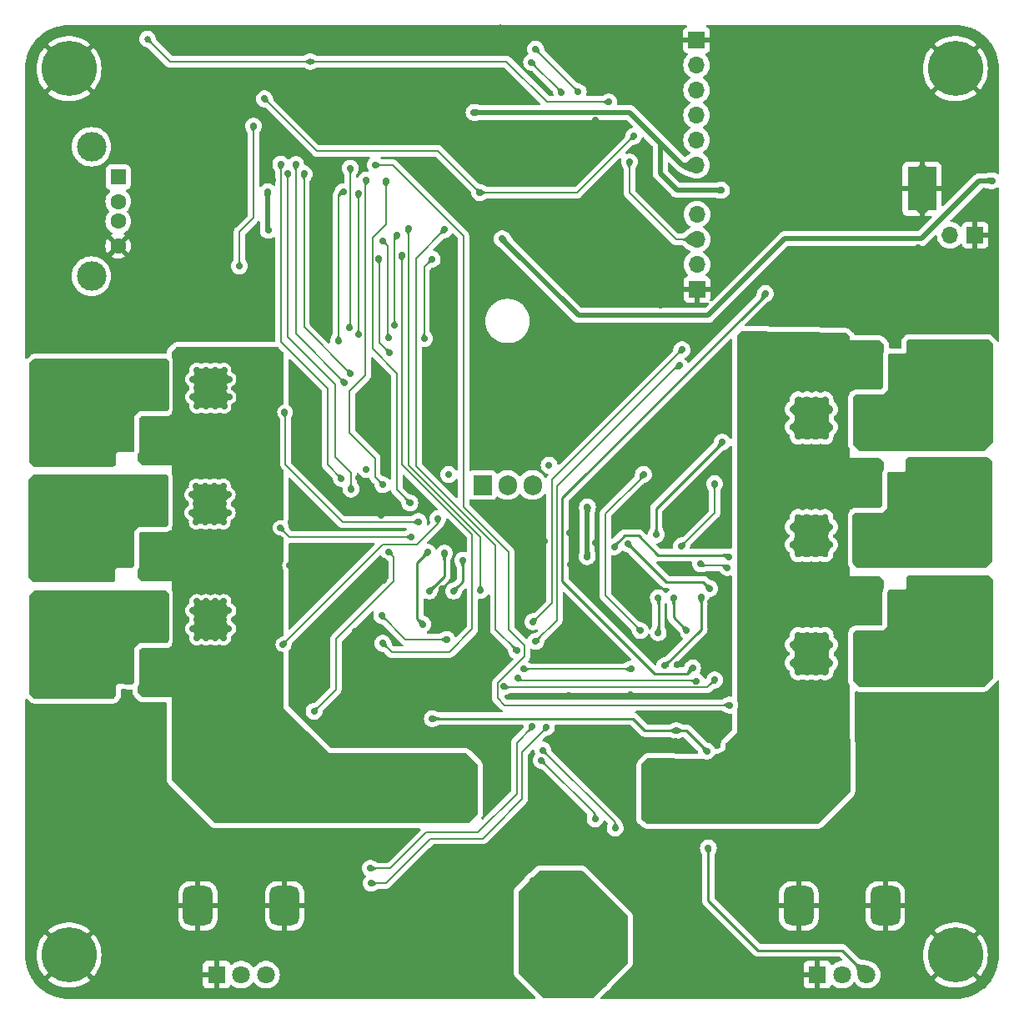
<source format=gbr>
%TF.GenerationSoftware,KiCad,Pcbnew,7.0.1*%
%TF.CreationDate,2023-07-30T21:13:22+03:00*%
%TF.ProjectId,ESP32_dual_ESC,45535033-325f-4647-9561-6c5f4553432e,rev?*%
%TF.SameCoordinates,Original*%
%TF.FileFunction,Copper,L4,Bot*%
%TF.FilePolarity,Positive*%
%FSLAX46Y46*%
G04 Gerber Fmt 4.6, Leading zero omitted, Abs format (unit mm)*
G04 Created by KiCad (PCBNEW 7.0.1) date 2023-07-30 21:13:22*
%MOMM*%
%LPD*%
G01*
G04 APERTURE LIST*
G04 Aperture macros list*
%AMRoundRect*
0 Rectangle with rounded corners*
0 $1 Rounding radius*
0 $2 $3 $4 $5 $6 $7 $8 $9 X,Y pos of 4 corners*
0 Add a 4 corners polygon primitive as box body*
4,1,4,$2,$3,$4,$5,$6,$7,$8,$9,$2,$3,0*
0 Add four circle primitives for the rounded corners*
1,1,$1+$1,$2,$3*
1,1,$1+$1,$4,$5*
1,1,$1+$1,$6,$7*
1,1,$1+$1,$8,$9*
0 Add four rect primitives between the rounded corners*
20,1,$1+$1,$2,$3,$4,$5,0*
20,1,$1+$1,$4,$5,$6,$7,0*
20,1,$1+$1,$6,$7,$8,$9,0*
20,1,$1+$1,$8,$9,$2,$3,0*%
G04 Aperture macros list end*
%TA.AperFunction,ComponentPad*%
%ADD10R,1.700000X1.700000*%
%TD*%
%TA.AperFunction,ComponentPad*%
%ADD11O,1.700000X1.700000*%
%TD*%
%TA.AperFunction,ComponentPad*%
%ADD12R,1.905000X2.000000*%
%TD*%
%TA.AperFunction,ComponentPad*%
%ADD13O,1.905000X2.000000*%
%TD*%
%TA.AperFunction,ComponentPad*%
%ADD14C,2.900000*%
%TD*%
%TA.AperFunction,ConnectorPad*%
%ADD15C,5.000000*%
%TD*%
%TA.AperFunction,ComponentPad*%
%ADD16C,3.600000*%
%TD*%
%TA.AperFunction,ConnectorPad*%
%ADD17C,5.600000*%
%TD*%
%TA.AperFunction,ComponentPad*%
%ADD18R,1.800000X1.800000*%
%TD*%
%TA.AperFunction,ComponentPad*%
%ADD19C,1.800000*%
%TD*%
%TA.AperFunction,ComponentPad*%
%ADD20RoundRect,0.750000X0.750000X-1.250000X0.750000X1.250000X-0.750000X1.250000X-0.750000X-1.250000X0*%
%TD*%
%TA.AperFunction,ComponentPad*%
%ADD21R,1.500000X1.600000*%
%TD*%
%TA.AperFunction,ComponentPad*%
%ADD22C,1.600000*%
%TD*%
%TA.AperFunction,ComponentPad*%
%ADD23C,3.000000*%
%TD*%
%TA.AperFunction,ComponentPad*%
%ADD24C,0.700000*%
%TD*%
%TA.AperFunction,SMDPad,CuDef*%
%ADD25R,2.950000X4.500000*%
%TD*%
%TA.AperFunction,ViaPad*%
%ADD26C,0.700000*%
%TD*%
%TA.AperFunction,ViaPad*%
%ADD27C,0.650000*%
%TD*%
%TA.AperFunction,ViaPad*%
%ADD28C,3.000000*%
%TD*%
%TA.AperFunction,Conductor*%
%ADD29C,0.500000*%
%TD*%
%TA.AperFunction,Conductor*%
%ADD30C,0.150000*%
%TD*%
%TA.AperFunction,Conductor*%
%ADD31C,0.250000*%
%TD*%
%TA.AperFunction,Conductor*%
%ADD32C,0.200000*%
%TD*%
G04 APERTURE END LIST*
D10*
%TO.P,J7,1,Pin_1*%
%TO.N,GND*%
X118720000Y-52100000D03*
D11*
%TO.P,J7,2,Pin_2*%
%TO.N,/MCU/RX*%
X118720000Y-54640000D03*
%TO.P,J7,3,Pin_3*%
%TO.N,/MCU/TX*%
X118720000Y-57180000D03*
%TO.P,J7,4,Pin_4*%
%TO.N,/MCU/RST*%
X118720000Y-59720000D03*
%TO.P,J7,5,Pin_5*%
%TO.N,/MCU/DTR*%
X118720000Y-62260000D03*
%TO.P,J7,6,Pin_6*%
%TO.N,+3V3*%
X118720000Y-64800000D03*
%TD*%
D12*
%TO.P,U8,1,ADJ*%
%TO.N,Net-(U8-ADJ)*%
X96980000Y-97280000D03*
D13*
%TO.P,U8,2,VO*%
%TO.N,+15V*%
X99520000Y-97280000D03*
%TO.P,U8,3,VI*%
%TO.N,VCC*%
X102060000Y-97280000D03*
%TD*%
D14*
%TO.P,J11,1,Pin_1*%
%TO.N,/ESC_V2/A1*%
X144688621Y-87755000D03*
D15*
X144688621Y-87755000D03*
%TD*%
D16*
%TO.P,H3,1,1*%
%TO.N,GND*%
X145000000Y-145000000D03*
D17*
X145000000Y-145000000D03*
%TD*%
D10*
%TO.P,J4,1,Pin_1*%
%TO.N,GND*%
X147010000Y-71910000D03*
D11*
%TO.P,J4,2,Pin_2*%
%TO.N,Net-(J4-Pin_2)*%
X144470000Y-71910000D03*
%TD*%
D10*
%TO.P,J10,1,Pin_1*%
%TO.N,GND*%
X118760000Y-77420000D03*
D11*
%TO.P,J10,2,Pin_2*%
%TO.N,SCL*%
X118760000Y-74880000D03*
%TO.P,J10,3,Pin_3*%
%TO.N,SDA*%
X118760000Y-72340000D03*
%TO.P,J10,4,Pin_4*%
%TO.N,+3V3*%
X118760000Y-69800000D03*
%TD*%
D18*
%TO.P,RV2,1,1*%
%TO.N,GND*%
X131000000Y-147000000D03*
D19*
%TO.P,RV2,2,2*%
%TO.N,/MCU/GPIO_15*%
X133500000Y-147000000D03*
%TO.P,RV2,3,3*%
%TO.N,+3V3*%
X136000000Y-147000000D03*
D20*
%TO.P,RV2,MP,MountPin*%
%TO.N,GND*%
X129100000Y-140000000D03*
X137900000Y-140000000D03*
%TD*%
D16*
%TO.P,H2,1,1*%
%TO.N,GND*%
X145000000Y-55000000D03*
D17*
X145000000Y-55000000D03*
%TD*%
D21*
%TO.P,J5,1,VBUS*%
%TO.N,VBUS*%
X60000000Y-66000000D03*
D22*
%TO.P,J5,2,D-*%
%TO.N,D-*%
X60000000Y-68500000D03*
%TO.P,J5,3,D+*%
%TO.N,D+*%
X60000000Y-70500000D03*
%TO.P,J5,4,GND*%
%TO.N,GND*%
X60000000Y-73000000D03*
D23*
%TO.P,J5,5,Shield*%
%TO.N,unconnected-(J5-Shield-Pad5)*%
X57290000Y-62930000D03*
X57290000Y-76070000D03*
%TD*%
D24*
%TO.P,U5,9,GNDPAD*%
%TO.N,GND*%
X141020000Y-65395000D03*
X141020000Y-66595000D03*
X141020000Y-67895000D03*
X141020000Y-68995000D03*
D25*
X141620000Y-67195000D03*
D24*
X142220000Y-65395000D03*
X142220000Y-66595000D03*
X142220000Y-67895000D03*
X142220000Y-68995000D03*
%TD*%
D18*
%TO.P,RV1,1,1*%
%TO.N,GND*%
X70000000Y-147000000D03*
D19*
%TO.P,RV1,2,2*%
%TO.N,/MCU/GPIO_16*%
X72500000Y-147000000D03*
%TO.P,RV1,3,3*%
%TO.N,+3V3*%
X75000000Y-147000000D03*
D20*
%TO.P,RV1,MP,MountPin*%
%TO.N,GND*%
X68100000Y-140000000D03*
X76900000Y-140000000D03*
%TD*%
D16*
%TO.P,H1,1,1*%
%TO.N,GND*%
X55000000Y-55000000D03*
D17*
X55000000Y-55000000D03*
%TD*%
D14*
%TO.P,J1,1,Pin_1*%
%TO.N,/ESC_V1/A1*%
X55258621Y-112205000D03*
D15*
X55258621Y-112205000D03*
%TD*%
D14*
%TO.P,J2,1,Pin_1*%
%TO.N,/ESC_V1/B1*%
X55258621Y-100205000D03*
D15*
X55258621Y-100205000D03*
%TD*%
D14*
%TO.P,J12,1,Pin_1*%
%TO.N,/ESC_V2/B1*%
X144640000Y-99700000D03*
D15*
X144640000Y-99700000D03*
%TD*%
D14*
%TO.P,J13,1,Pin_1*%
%TO.N,/ESC_V2/C1*%
X144670000Y-111690000D03*
D15*
X144670000Y-111690000D03*
%TD*%
D16*
%TO.P,H4,1,1*%
%TO.N,GND*%
X55000000Y-145000000D03*
D17*
X55000000Y-145000000D03*
%TD*%
D14*
%TO.P,J15,1,Pin_1*%
%TO.N,VDC*%
X104960000Y-144360000D03*
D15*
X104960000Y-144360000D03*
%TD*%
D14*
%TO.P,J3,1,Pin_1*%
%TO.N,/ESC_V1/C1*%
X55258621Y-88205000D03*
D15*
X55258621Y-88205000D03*
%TD*%
D14*
%TO.P,J14,1,Pin_1*%
%TO.N,GND*%
X94960000Y-144360000D03*
D15*
X94960000Y-144360000D03*
%TD*%
D26*
%TO.N,GND*%
X64855441Y-128683613D03*
X128638158Y-59090290D03*
X57904349Y-59529703D03*
D27*
X92940000Y-147080000D03*
D26*
X131780000Y-88630000D03*
D27*
X98300000Y-145020000D03*
D26*
X116550000Y-123280000D03*
X122809836Y-54796332D03*
X142894197Y-124847765D03*
X140981871Y-136846165D03*
X80834485Y-132694154D03*
X129940000Y-92320000D03*
X94110000Y-62030000D03*
D27*
X98670000Y-147500000D03*
D26*
X68868621Y-97355000D03*
X128525000Y-113505000D03*
X68710000Y-51990000D03*
X56651911Y-141168085D03*
D27*
X97290000Y-143990000D03*
D26*
X84550713Y-56762704D03*
X130834635Y-64726424D03*
X80547436Y-142716544D03*
X59610422Y-83136754D03*
X67212047Y-75312277D03*
X129920000Y-104260000D03*
X55703546Y-81043926D03*
X122667958Y-64847415D03*
X146705549Y-122857181D03*
X88867747Y-146983802D03*
X129410000Y-101520000D03*
X132230000Y-101520000D03*
X62192000Y-77864000D03*
X82813303Y-142578613D03*
X60984899Y-134637153D03*
X104270000Y-73100000D03*
X147057932Y-76737784D03*
X113890000Y-109690000D03*
X118853760Y-143107657D03*
X142230000Y-75560000D03*
X148470000Y-74400000D03*
X123082574Y-52971059D03*
X106240000Y-99260000D03*
X97048670Y-64579702D03*
X126841570Y-52670861D03*
X53073595Y-122976090D03*
X116973976Y-146946388D03*
X88240000Y-117770000D03*
X118817236Y-141168301D03*
X66824069Y-130937260D03*
D27*
X99400000Y-143800000D03*
X96520000Y-146000000D03*
D26*
X78660515Y-108821104D03*
X86810000Y-51390000D03*
X131760000Y-102440000D03*
X86580000Y-88440000D03*
X106040000Y-122040000D03*
X130310000Y-103340000D03*
X82960000Y-55210000D03*
X125410000Y-135010000D03*
X78715076Y-132815283D03*
D27*
X92080000Y-140440000D03*
D26*
X70668621Y-101045000D03*
X131780000Y-92320000D03*
X67993621Y-85600000D03*
X81260000Y-50890000D03*
X70728621Y-112795000D03*
X141047744Y-58829462D03*
X67928621Y-99175000D03*
X131265000Y-115325000D03*
X124974591Y-59066851D03*
X139064452Y-121097052D03*
X82727640Y-138825944D03*
X125129845Y-132930703D03*
X138773891Y-78885689D03*
X85029787Y-141099472D03*
X68503621Y-88340000D03*
X129040000Y-90500000D03*
X131775000Y-114425000D03*
X52563581Y-129147391D03*
X144936497Y-124925411D03*
X102290000Y-103890000D03*
X130330000Y-89580000D03*
X140543957Y-54881639D03*
X100500000Y-131520000D03*
X70733621Y-85600000D03*
D27*
X93100000Y-139400000D03*
D26*
X62787030Y-136893280D03*
X86926251Y-120979167D03*
X124824287Y-67048806D03*
X81058870Y-134715932D03*
X61061813Y-60698473D03*
X102660000Y-94200000D03*
X142893301Y-122872700D03*
X128886590Y-52860367D03*
X81034289Y-138611744D03*
D27*
X91810000Y-139070000D03*
D26*
X56707646Y-68677146D03*
X86780000Y-55560000D03*
X121940000Y-97260000D03*
X100947019Y-106785703D03*
X90130000Y-55380000D03*
D27*
X97650000Y-148710000D03*
D26*
X56931376Y-70206230D03*
X120925847Y-56621469D03*
X128819203Y-56698330D03*
X68503621Y-86520000D03*
X69768621Y-101045000D03*
D27*
X95650000Y-147400000D03*
D26*
X82550389Y-133138753D03*
X58839798Y-122570726D03*
X108980000Y-57220000D03*
X82350000Y-51730000D03*
X96840783Y-57098687D03*
D27*
X92640000Y-143850000D03*
D26*
X82950000Y-108760000D03*
X78953537Y-118877528D03*
X60897262Y-140616896D03*
X54100000Y-62100000D03*
X144787125Y-138686212D03*
X56800000Y-66700000D03*
D27*
X92140000Y-148210000D03*
D26*
X88210000Y-138990000D03*
X73870000Y-71280000D03*
X122975465Y-56959788D03*
X53746518Y-81220835D03*
X62926417Y-142615942D03*
D27*
X91290000Y-141400000D03*
D26*
X132851547Y-52960979D03*
X116770000Y-112480000D03*
X109150000Y-112990000D03*
X126656934Y-132617092D03*
X120130000Y-109190000D03*
X63970000Y-71006000D03*
X131250000Y-101520000D03*
X102100000Y-102290000D03*
X120853777Y-60966672D03*
X124849939Y-55012339D03*
X116626776Y-142620935D03*
X116895162Y-78849285D03*
X102890333Y-68670543D03*
X67458621Y-100095000D03*
X51164967Y-72648453D03*
X78340000Y-50900000D03*
X59008214Y-145031059D03*
X111125170Y-136819913D03*
X63518996Y-81208757D03*
X112938145Y-53161256D03*
X60250000Y-77970000D03*
X69438621Y-110025000D03*
X70728621Y-109105000D03*
D27*
X85290000Y-134660000D03*
D26*
X78961520Y-106669171D03*
X89400000Y-51340000D03*
X58893109Y-120676134D03*
X65250000Y-75260000D03*
X62552028Y-131110452D03*
X70733430Y-132852203D03*
X129990000Y-77630000D03*
D27*
X95470000Y-135810000D03*
D26*
X86680000Y-100340000D03*
D27*
X100030000Y-51730000D03*
D26*
X144562072Y-121165882D03*
X75146000Y-79642000D03*
X120535520Y-58789401D03*
X78602149Y-94826170D03*
X67523621Y-88340000D03*
X51969879Y-82972992D03*
X61759561Y-81066741D03*
X135056792Y-65149056D03*
X145861507Y-60863263D03*
X54256074Y-66403546D03*
X142820526Y-138905799D03*
X87100000Y-143770000D03*
X60545467Y-146632241D03*
X82656612Y-136946604D03*
X146682028Y-78574411D03*
X57006875Y-134916934D03*
X116664811Y-88830096D03*
X129935000Y-116245000D03*
X129040000Y-92320000D03*
X88859029Y-143148120D03*
X63114206Y-128845059D03*
X58959605Y-146739541D03*
X126988594Y-61064928D03*
X132783917Y-80595047D03*
X54775098Y-130859694D03*
X136960596Y-126914498D03*
X56912100Y-126916371D03*
X105780000Y-114810000D03*
X144710663Y-122773869D03*
X126932085Y-66799412D03*
X131760000Y-104260000D03*
X91560000Y-99950000D03*
X69768621Y-97355000D03*
X62712100Y-124856536D03*
X141046508Y-133015868D03*
X128510000Y-103340000D03*
X67523621Y-86520000D03*
X77630000Y-110940000D03*
X122575806Y-63041512D03*
X140684198Y-57146011D03*
X116719265Y-52671057D03*
X69378621Y-100095000D03*
X135058952Y-57059943D03*
X92900000Y-107840000D03*
X66530000Y-81150000D03*
X118681841Y-146690016D03*
X66750000Y-52010000D03*
X146757299Y-140706213D03*
D27*
X94890000Y-140690000D03*
D26*
X142880587Y-119055231D03*
X63970000Y-76848000D03*
X61324528Y-83115194D03*
X129035000Y-112555000D03*
X56586708Y-125040954D03*
X61057641Y-53024861D03*
X58770279Y-127038735D03*
X60740957Y-126749597D03*
X60888073Y-133105038D03*
X75572758Y-73795836D03*
X130835000Y-114425000D03*
X145095130Y-118903246D03*
X129020000Y-104260000D03*
X131059050Y-132956625D03*
X69443621Y-86520000D03*
X124834793Y-60860374D03*
X120697795Y-55024009D03*
X136903222Y-79047989D03*
X142728145Y-136921934D03*
X142603128Y-132994005D03*
X68868621Y-99175000D03*
X69438621Y-111845000D03*
X108280000Y-114880000D03*
X54824316Y-134879414D03*
X129425000Y-113505000D03*
X56974905Y-120635289D03*
X84692294Y-120849918D03*
X141112817Y-139068726D03*
X58863131Y-128788640D03*
X142839329Y-127156703D03*
X123060000Y-133480000D03*
X131052671Y-58825583D03*
X59520000Y-81410000D03*
X101087731Y-104859463D03*
X140954580Y-80849133D03*
D27*
X65880000Y-60870000D03*
D26*
X146787222Y-124914233D03*
X114824217Y-76628202D03*
X140923917Y-121049885D03*
X97410000Y-123850000D03*
X146984266Y-133035276D03*
X53357046Y-72449866D03*
X109010000Y-136330000D03*
X142841285Y-120952222D03*
X63970000Y-64402000D03*
X119034864Y-86916027D03*
X120795516Y-84701843D03*
X139105494Y-118653506D03*
X84849199Y-60957360D03*
X131078720Y-54968534D03*
X129035000Y-116245000D03*
X116770000Y-115520000D03*
X55010183Y-124585864D03*
X129940000Y-88630000D03*
X138796345Y-54882404D03*
X107081420Y-52589148D03*
X84380000Y-51410000D03*
X70668621Y-97355000D03*
X104637180Y-53010273D03*
X130325000Y-115325000D03*
X53720429Y-76948727D03*
X85900000Y-139040000D03*
X71238621Y-111845000D03*
X138684785Y-132739557D03*
X69443621Y-88340000D03*
X108660000Y-132650000D03*
X142710260Y-79097573D03*
X75197105Y-75814704D03*
X72352000Y-68466000D03*
D27*
X94800000Y-148760000D03*
D26*
X147128325Y-62975536D03*
X146786932Y-128799161D03*
X118557070Y-88660146D03*
X115150000Y-95000000D03*
X90125000Y-116720000D03*
X53942277Y-68257953D03*
X114792262Y-52710791D03*
X114735859Y-140723733D03*
X69828621Y-109105000D03*
X126812236Y-55023604D03*
X100643479Y-108978465D03*
X124290000Y-72960000D03*
X81990000Y-144650000D03*
X91750000Y-51200000D03*
X128916900Y-65011947D03*
X67458621Y-98275000D03*
X130325000Y-113505000D03*
X53359435Y-70742016D03*
X60647392Y-124735175D03*
X138958405Y-52788288D03*
D27*
X90650000Y-147020000D03*
D26*
X140795312Y-118690382D03*
X82810731Y-120713413D03*
X68492047Y-81202277D03*
X82757770Y-134655170D03*
X124594525Y-62573584D03*
X53106108Y-126749732D03*
X54920189Y-120840146D03*
X132245000Y-113505000D03*
X85410000Y-145360000D03*
X103250000Y-102990000D03*
X142150000Y-76690000D03*
X63716000Y-67450000D03*
D27*
X94040000Y-142110000D03*
D26*
X70785593Y-81226203D03*
X70343621Y-88340000D03*
X60795177Y-128761950D03*
X60799178Y-120712257D03*
X94590000Y-55440000D03*
X137064851Y-132614198D03*
X58330000Y-56600000D03*
X126804412Y-62680328D03*
X136652200Y-57019700D03*
X113119857Y-141058450D03*
X70338621Y-111845000D03*
X64850624Y-135123397D03*
X106740000Y-111340000D03*
X76992980Y-132746115D03*
D27*
X91040000Y-135930000D03*
D26*
X56652800Y-136834689D03*
X128903120Y-70631854D03*
X131780000Y-90500000D03*
X67993621Y-89290000D03*
X67988621Y-112795000D03*
X64658001Y-141041530D03*
X120970301Y-52854450D03*
X60646982Y-54999551D03*
X52841035Y-132858671D03*
X70668621Y-99175000D03*
X72880522Y-132619134D03*
X86531416Y-122976347D03*
X82976695Y-122712551D03*
X52966157Y-134931837D03*
X129935000Y-114425000D03*
X55983530Y-59442514D03*
X93110000Y-58090000D03*
D27*
X94210000Y-147530000D03*
D26*
X144744067Y-128805517D03*
X128899360Y-132866947D03*
X69833621Y-85600000D03*
X112873364Y-145121772D03*
X62797375Y-140777809D03*
X129020000Y-102440000D03*
X106885573Y-54735549D03*
X51852427Y-66544494D03*
X58776690Y-130898393D03*
X137052879Y-120658759D03*
X61123349Y-145108388D03*
X128626679Y-80890063D03*
X129040000Y-88630000D03*
X62793006Y-62949158D03*
X70278621Y-100095000D03*
X129920000Y-100570000D03*
X68933621Y-85600000D03*
X91930000Y-59620000D03*
X106960000Y-107350000D03*
X51600000Y-70600000D03*
D27*
X99440000Y-141740000D03*
D26*
X146981660Y-120657401D03*
X62658015Y-121167573D03*
X118600405Y-144641008D03*
X63516607Y-82916607D03*
X53092883Y-136824459D03*
X53452517Y-78807741D03*
X60968979Y-56909231D03*
X51694483Y-68031582D03*
X138735267Y-80775735D03*
X60843745Y-123051102D03*
X82750000Y-58220000D03*
X137128793Y-118943677D03*
X77800000Y-98460000D03*
X113044438Y-138709417D03*
X132230000Y-103340000D03*
X59033932Y-140660432D03*
X130840000Y-90500000D03*
X105840000Y-102150000D03*
D27*
X90460000Y-142540000D03*
D26*
X134890589Y-81041779D03*
D27*
X90160000Y-140720000D03*
D26*
X73559154Y-76101192D03*
D27*
X90450000Y-145180000D03*
D26*
X142998887Y-59054264D03*
X77880000Y-86730000D03*
X119510000Y-132890000D03*
X71243621Y-86520000D03*
X95212000Y-67704000D03*
X143731143Y-60784802D03*
X91400000Y-118030000D03*
X69812000Y-72022000D03*
X54705771Y-138833823D03*
X100780068Y-68685043D03*
X115081779Y-143012395D03*
X87100000Y-119020000D03*
X127104484Y-64578478D03*
X89350000Y-119550000D03*
D27*
X91620000Y-146570000D03*
D26*
X146965088Y-118671274D03*
X60785467Y-142827270D03*
X148760000Y-64020000D03*
X57700000Y-79100000D03*
X53947025Y-83065346D03*
X85016533Y-122665611D03*
X113330000Y-64100000D03*
X131270000Y-89580000D03*
X138943221Y-125099865D03*
X144602920Y-130928810D03*
X116637716Y-92730844D03*
X136598310Y-80690095D03*
X130835000Y-112555000D03*
X51337671Y-76842891D03*
X56578073Y-132950563D03*
X121680000Y-89520000D03*
X108310000Y-124730000D03*
X145040124Y-75009982D03*
X134918942Y-79085466D03*
X51800000Y-59700000D03*
X110592091Y-122628037D03*
X140614685Y-52604344D03*
X136962071Y-64950357D03*
X52959337Y-140895829D03*
X114400000Y-136400000D03*
X124691362Y-64774883D03*
X140711373Y-78917668D03*
X128530000Y-91400000D03*
X140969851Y-126966068D03*
X55083455Y-132942098D03*
X108837044Y-53075453D03*
D27*
X93050000Y-145860000D03*
D26*
X142665525Y-80908796D03*
X140727809Y-131148201D03*
X144684495Y-77040890D03*
X80923736Y-121007771D03*
X115093228Y-79016262D03*
X146709521Y-126952740D03*
X94573860Y-52757079D03*
X93037620Y-53163501D03*
X51790422Y-64226754D03*
X128914380Y-60768490D03*
X144771473Y-135113781D03*
X58633651Y-132867775D03*
X67993621Y-87420000D03*
X121710000Y-116140000D03*
X55476109Y-82841616D03*
X110860000Y-111230000D03*
X146659276Y-64880661D03*
X142682750Y-141144019D03*
X130840000Y-88630000D03*
X56931575Y-122640349D03*
X94782668Y-123007339D03*
X64591829Y-132854584D03*
X54931053Y-128923945D03*
X69828621Y-112795000D03*
X75850000Y-51630000D03*
X52876188Y-130956889D03*
X80679359Y-140616557D03*
X133084737Y-79161430D03*
X84530000Y-142620000D03*
X62703336Y-135055562D03*
X68933621Y-87420000D03*
X55583530Y-78742514D03*
X54079165Y-64446518D03*
X63023605Y-122911083D03*
X67518621Y-111845000D03*
X147200000Y-68960000D03*
X143093589Y-134626657D03*
X105870000Y-105310000D03*
X128683079Y-54760164D03*
X85110000Y-87570000D03*
X64893581Y-131111801D03*
X131270000Y-91400000D03*
X142931702Y-128899821D03*
X70728621Y-110925000D03*
X52990243Y-125027567D03*
X62914915Y-126966398D03*
X113930000Y-65990000D03*
X132909681Y-59097621D03*
X92020000Y-95340000D03*
X64630545Y-144888797D03*
X60846983Y-137079172D03*
X87180000Y-116540000D03*
X80795536Y-80821130D03*
X91270000Y-57150000D03*
X72640000Y-81540000D03*
X69833621Y-89290000D03*
X70574000Y-63894000D03*
X114923275Y-92977508D03*
X129430000Y-89580000D03*
X62926543Y-138761545D03*
X132888873Y-55044059D03*
X82250000Y-148300000D03*
X131775000Y-116245000D03*
X116825282Y-144781501D03*
X92572956Y-122616836D03*
X68438621Y-98275000D03*
D27*
X85270000Y-133300000D03*
D26*
X136819337Y-128787637D03*
X136538774Y-131001888D03*
D27*
X97470000Y-51730000D03*
D26*
X112674025Y-147162984D03*
X66774945Y-132714795D03*
X116704085Y-76855078D03*
X146683941Y-75044502D03*
D27*
X97830000Y-141470000D03*
D26*
X57081698Y-139005478D03*
X71178621Y-100095000D03*
X58861859Y-124985368D03*
X68774905Y-132781418D03*
X87280000Y-148820000D03*
X67928621Y-101045000D03*
X116550000Y-139640000D03*
X54810842Y-140629245D03*
X138865753Y-126663571D03*
X138688023Y-58808225D03*
X100000000Y-118720000D03*
X124797588Y-56789393D03*
X85024754Y-59140170D03*
X63050066Y-145014322D03*
X136536493Y-123110930D03*
X82820000Y-140700000D03*
X130310000Y-101520000D03*
X68498621Y-110025000D03*
X111070779Y-52719678D03*
X122890000Y-70630000D03*
X84650000Y-147770000D03*
X84380000Y-96520000D03*
X58961179Y-134740609D03*
X136979341Y-52994745D03*
X114410000Y-121290000D03*
X51400000Y-79000000D03*
X90920914Y-122899646D03*
X58791660Y-136603164D03*
X114884699Y-82825852D03*
D27*
X96300000Y-148700000D03*
D26*
X121730000Y-100310000D03*
X64986000Y-81166000D03*
X129920000Y-102440000D03*
X69833621Y-87420000D03*
X146929046Y-130731260D03*
X130884589Y-80883130D03*
X51400000Y-81200000D03*
X121220000Y-86490000D03*
X68933621Y-89290000D03*
X85150000Y-99520000D03*
X133114327Y-65026445D03*
X129410000Y-103340000D03*
D27*
X96440000Y-141050000D03*
D28*
X88530000Y-59480000D03*
D26*
X80545382Y-72611797D03*
X108460000Y-103150000D03*
X123020000Y-139310000D03*
X114546094Y-144766602D03*
D27*
X91050000Y-143880000D03*
D26*
X139123035Y-128657078D03*
X115310000Y-68120000D03*
X126550486Y-58584033D03*
X120794706Y-71119202D03*
D27*
X94660000Y-139410000D03*
D26*
X130820000Y-100570000D03*
D27*
X97440000Y-140100000D03*
D26*
X66680000Y-57980000D03*
X53351275Y-74537535D03*
D27*
X96070000Y-139660000D03*
X93480000Y-148760000D03*
D26*
X71238621Y-110025000D03*
X64692149Y-136675529D03*
X51713324Y-74824023D03*
X67988621Y-109105000D03*
X70733621Y-87420000D03*
X136985315Y-54763145D03*
X146895422Y-80621906D03*
X81078562Y-70860385D03*
X70343621Y-86520000D03*
X114858788Y-91144539D03*
X130820000Y-104260000D03*
X144922966Y-80629221D03*
X145129251Y-59132725D03*
X58559929Y-143113662D03*
X85280000Y-107900000D03*
X145014471Y-132976149D03*
X129430000Y-91400000D03*
X129035000Y-114425000D03*
X77410000Y-105410000D03*
X147051176Y-134975124D03*
X68498621Y-111845000D03*
X68928621Y-110925000D03*
D27*
X91900000Y-145180000D03*
D26*
X137027233Y-58827562D03*
X132644459Y-56728769D03*
D27*
X98760000Y-50824500D03*
D26*
X71243621Y-88340000D03*
X67518621Y-110025000D03*
X116575165Y-90715156D03*
X140970000Y-76800000D03*
X131775000Y-112555000D03*
D27*
X97930000Y-146430000D03*
D26*
X128525000Y-115325000D03*
X118997593Y-92616999D03*
X142210000Y-74640000D03*
X55013670Y-126857720D03*
X81021739Y-137081108D03*
X79600000Y-51150000D03*
X129425000Y-115325000D03*
X130835000Y-116245000D03*
X144858244Y-140926001D03*
X130535632Y-52935477D03*
X69828621Y-110925000D03*
D27*
X98960000Y-140310000D03*
X65920000Y-62390000D03*
D26*
X58792711Y-54658666D03*
X139040885Y-131090232D03*
X53852517Y-59507741D03*
D27*
X93680000Y-140510000D03*
D26*
X56756715Y-128930836D03*
X134981566Y-132713569D03*
X78540000Y-148770000D03*
X68438621Y-100095000D03*
X87060000Y-92890000D03*
X70840000Y-74620000D03*
X132250000Y-91400000D03*
X140694153Y-129102560D03*
X88670497Y-145062577D03*
X105680000Y-93670000D03*
X56709957Y-72342272D03*
X147060773Y-138572437D03*
X62706417Y-133112323D03*
X51700000Y-62500000D03*
X141780000Y-60560000D03*
X148420000Y-67910000D03*
X130844561Y-56675061D03*
X63395593Y-74946203D03*
X57557953Y-81357723D03*
X141220000Y-73210000D03*
X128578435Y-62974831D03*
X65200000Y-73570000D03*
X93670000Y-119110000D03*
X126970000Y-74940000D03*
X131250000Y-77940000D03*
X134734281Y-58937109D03*
X96560000Y-60960000D03*
X126639354Y-69084959D03*
X68928621Y-112795000D03*
X132250000Y-89580000D03*
X97220000Y-116720000D03*
X79870000Y-78750000D03*
X87050000Y-95370000D03*
D27*
X97160000Y-147460000D03*
D26*
X140593776Y-124794212D03*
X64667967Y-146852825D03*
X121015937Y-111031769D03*
X67988621Y-110925000D03*
X120840000Y-123690000D03*
X79420000Y-64630000D03*
X73190000Y-73690000D03*
X84040000Y-112100000D03*
X134884637Y-130656040D03*
X125860000Y-80010000D03*
X110850000Y-114640000D03*
X68928621Y-109105000D03*
X128510000Y-101520000D03*
X134781612Y-52835479D03*
D27*
X98310000Y-142810000D03*
D26*
X135018945Y-54831293D03*
X52831939Y-138931349D03*
X114618765Y-146804406D03*
X146956807Y-59039093D03*
X127084340Y-57034446D03*
X105770000Y-118650000D03*
X80090000Y-144670000D03*
X129935000Y-112555000D03*
X75087720Y-62896865D03*
X70733621Y-89290000D03*
X144798062Y-78575704D03*
X69378621Y-98275000D03*
X142795592Y-130746142D03*
X67020000Y-71940000D03*
X62806160Y-146751251D03*
X71082000Y-70498000D03*
X56728609Y-130657988D03*
X141069826Y-146676110D03*
X70338621Y-110025000D03*
X64616745Y-142750543D03*
X52714418Y-120752301D03*
X67162047Y-73622277D03*
X120561947Y-62594058D03*
X139083369Y-123149625D03*
X102430000Y-63110000D03*
X144805430Y-126823017D03*
X130840000Y-92320000D03*
X63345593Y-73256203D03*
X93029695Y-66675227D03*
X128530000Y-89580000D03*
X74602047Y-81592277D03*
X138895586Y-56804250D03*
X118926685Y-138990841D03*
X69768621Y-99175000D03*
X123026761Y-60752814D03*
X68868621Y-101045000D03*
X70278621Y-98275000D03*
X58973524Y-52698477D03*
X85290000Y-111300000D03*
D27*
X92790000Y-141360000D03*
D26*
X57612151Y-83063035D03*
X118635369Y-90682637D03*
X131265000Y-113505000D03*
X101030000Y-57320000D03*
X131760000Y-100570000D03*
X60092056Y-79457088D03*
X67928621Y-97355000D03*
X148480000Y-79370000D03*
X129940000Y-73600000D03*
X136873424Y-124864333D03*
X60531025Y-130712931D03*
X132245000Y-115325000D03*
X54594502Y-136804650D03*
X124720474Y-53130547D03*
X141045260Y-122626915D03*
D27*
X99380000Y-146050000D03*
D26*
X129940000Y-90500000D03*
X91410000Y-61950000D03*
X111980000Y-118520000D03*
X130820000Y-102440000D03*
X108470000Y-60230000D03*
X95590000Y-51010000D03*
X148430000Y-60890000D03*
X75660000Y-66350000D03*
X58954813Y-138837422D03*
X71178621Y-98275000D03*
X64848194Y-139153634D03*
X60773972Y-138906918D03*
X89570000Y-97530000D03*
X122875791Y-58959136D03*
X72606000Y-64402000D03*
X86680000Y-140430000D03*
X70828000Y-66942000D03*
X86910000Y-107000000D03*
D27*
X92000000Y-142550000D03*
D26*
X60956294Y-62849265D03*
X130330000Y-91400000D03*
X147034460Y-136579412D03*
X144931076Y-136813776D03*
X54589252Y-122629461D03*
D27*
X96550000Y-142510000D03*
D26*
X98834976Y-71015692D03*
X111580000Y-101380000D03*
X68660000Y-58010000D03*
X92765000Y-111365000D03*
X129020000Y-100570000D03*
X131250000Y-103340000D03*
X86910000Y-105050000D03*
%TO.N,+15V*%
X103750000Y-95270000D03*
X107630000Y-104550000D03*
X93560000Y-96210000D03*
X85180000Y-95720000D03*
X107640000Y-99500000D03*
%TO.N,/ESC_V1/A1*%
X58180000Y-113840000D03*
X54260000Y-118340000D03*
X56418621Y-109605000D03*
X59470000Y-117230000D03*
X60048621Y-108665000D03*
X54160000Y-108540000D03*
X52350000Y-111980000D03*
X63738621Y-110795000D03*
X76730000Y-113440000D03*
X58470000Y-110670000D03*
X51350000Y-112580000D03*
X57948621Y-117185000D03*
X59490000Y-113390000D03*
X57698621Y-111655000D03*
X55760000Y-118340000D03*
X52788621Y-113725000D03*
X51948621Y-109685000D03*
X59490000Y-111790000D03*
X53448621Y-109685000D03*
X56258621Y-115025000D03*
X62950000Y-109650000D03*
X51440000Y-108530000D03*
X53448621Y-117185000D03*
X53418621Y-114905000D03*
X51490000Y-118360000D03*
X58480000Y-112680000D03*
X92460000Y-100700000D03*
X55628621Y-116155000D03*
X62930000Y-111780000D03*
X54778621Y-114925000D03*
X59490000Y-114900000D03*
X56878621Y-113905000D03*
X57160000Y-108540000D03*
X51420000Y-116100000D03*
X51948621Y-117185000D03*
X62238621Y-110795000D03*
X58760000Y-118340000D03*
X55660000Y-108540000D03*
X59110000Y-109670000D03*
X56448621Y-117185000D03*
X58060000Y-115120000D03*
X60738621Y-110795000D03*
X54878621Y-109575000D03*
X61320000Y-111780000D03*
X52650000Y-110670000D03*
X51420000Y-110670000D03*
X54948621Y-117185000D03*
X61450000Y-109650000D03*
X57948621Y-109685000D03*
X52660000Y-108540000D03*
X58660000Y-108540000D03*
X57260000Y-118340000D03*
X51430000Y-113880000D03*
X58740000Y-116140000D03*
X52760000Y-118340000D03*
X57140000Y-116140000D03*
X52040000Y-114890000D03*
X52650000Y-116090000D03*
X54108621Y-116155000D03*
%TO.N,/ESC_V1/B1*%
X60707242Y-98990000D03*
X53417242Y-97880000D03*
X51388621Y-104295000D03*
X62207242Y-98990000D03*
X54128621Y-96735000D03*
X52318621Y-100175000D03*
X54228621Y-106535000D03*
X56417242Y-105380000D03*
X52628621Y-96735000D03*
X62898621Y-99975000D03*
X54158621Y-104295000D03*
X76460000Y-101620000D03*
X59458621Y-101585000D03*
X52618621Y-104285000D03*
X59458621Y-103095000D03*
X58028621Y-103315000D03*
X52808621Y-102105000D03*
X57228621Y-106535000D03*
X60188621Y-96855000D03*
X57108621Y-104335000D03*
X51917242Y-97880000D03*
X51458621Y-106555000D03*
X56388621Y-97835000D03*
X51917242Y-105380000D03*
X63707242Y-98990000D03*
X57917242Y-105380000D03*
X58728621Y-106535000D03*
X51318621Y-100775000D03*
X56388621Y-103315000D03*
X58438621Y-98865000D03*
X57917242Y-97880000D03*
X55628621Y-96735000D03*
X54728621Y-97835000D03*
X52728621Y-106535000D03*
X53468621Y-103205000D03*
X52618621Y-98865000D03*
X61418621Y-97845000D03*
X55678621Y-104345000D03*
X57128621Y-96735000D03*
X62918621Y-97845000D03*
X53417242Y-105380000D03*
X51388621Y-98865000D03*
X56938621Y-102335000D03*
X52008621Y-103085000D03*
X59458621Y-99985000D03*
X54917242Y-105380000D03*
X58448621Y-100875000D03*
X59438621Y-105425000D03*
X58148621Y-102035000D03*
X89770000Y-102530000D03*
X61288621Y-99975000D03*
X51408621Y-96725000D03*
X58708621Y-104335000D03*
X55728621Y-106535000D03*
X51398621Y-102075000D03*
X58628621Y-96735000D03*
X54968621Y-103265000D03*
X59078621Y-97865000D03*
%TO.N,/ESC_V1/C1*%
X53288621Y-91415000D03*
X53457242Y-93640000D03*
X51438621Y-90335000D03*
X52658621Y-92545000D03*
X52768621Y-94795000D03*
X54957242Y-93640000D03*
X54168621Y-84995000D03*
X59478621Y-93685000D03*
X62938621Y-88235000D03*
X52358621Y-88435000D03*
X51428621Y-92555000D03*
X61458621Y-86105000D03*
X76890000Y-89865000D03*
X59498621Y-89845000D03*
X90480000Y-100990000D03*
X57957242Y-86140000D03*
X55668621Y-84995000D03*
X58188621Y-90295000D03*
X56457242Y-93640000D03*
X51498621Y-94815000D03*
X57957242Y-93640000D03*
X63747242Y-87250000D03*
X52668621Y-84995000D03*
X58488621Y-89135000D03*
X58478621Y-87125000D03*
X52048621Y-91345000D03*
X51957242Y-93640000D03*
X57758621Y-88245000D03*
X58748621Y-92595000D03*
X52648621Y-90105000D03*
X51448621Y-84985000D03*
X59498621Y-88245000D03*
X61328621Y-88235000D03*
X58068621Y-91575000D03*
X54898621Y-91465000D03*
X62247242Y-87250000D03*
X62958621Y-86105000D03*
X56308621Y-91445000D03*
X58768621Y-94795000D03*
X57078621Y-90725000D03*
X55768621Y-94795000D03*
X54108621Y-92535000D03*
X52658621Y-87125000D03*
X55648621Y-92595000D03*
X58668621Y-84995000D03*
X57168621Y-84995000D03*
X53418621Y-85995000D03*
X60747242Y-87250000D03*
X57268621Y-94795000D03*
X54268621Y-94795000D03*
X59498621Y-91355000D03*
X57148621Y-92595000D03*
X51428621Y-87125000D03*
X60198621Y-85165000D03*
X56568621Y-85955000D03*
X51358621Y-89035000D03*
X51957242Y-86140000D03*
X59118621Y-86125000D03*
%TO.N,+3V3*%
X121260000Y-67340000D03*
X91890000Y-121000000D03*
X118320000Y-115850000D03*
X96130000Y-59440000D03*
X119920000Y-134130000D03*
X119760000Y-124290000D03*
X116640000Y-122210000D03*
X73730000Y-60830000D03*
X125700000Y-77840000D03*
X72310000Y-75070000D03*
D27*
%TO.N,/MCU/ESP_EN*%
X62960000Y-51980000D03*
D26*
X109810000Y-58380000D03*
D27*
X79510000Y-54280000D03*
D26*
%TO.N,/MCU/ESP_BOOT*%
X96710000Y-67580000D03*
X112350000Y-61850000D03*
X74860000Y-58060000D03*
%TO.N,/ESC_V2/A1*%
X147118621Y-90755000D03*
X141288621Y-88745000D03*
X142608621Y-92885000D03*
X141820000Y-84240000D03*
X144820000Y-91740000D03*
X117200000Y-103460000D03*
X140278621Y-86525000D03*
X142018621Y-89635000D03*
X120540000Y-97140000D03*
X144238621Y-90755000D03*
X148348621Y-85325000D03*
X142508621Y-83085000D03*
X144108621Y-92885000D03*
X143320000Y-91740000D03*
X141108621Y-92885000D03*
X147728621Y-86535000D03*
X146320000Y-91740000D03*
X136838621Y-89645000D03*
X141008621Y-83085000D03*
X145608621Y-92885000D03*
X139030000Y-90630000D03*
X141588621Y-87585000D03*
X141820000Y-91740000D03*
X140278621Y-89635000D03*
X140658621Y-91755000D03*
X138318621Y-91775000D03*
X147108621Y-92885000D03*
X148338621Y-87545000D03*
X140278621Y-88035000D03*
X146320000Y-84240000D03*
X147820000Y-84240000D03*
X136030000Y-90630000D03*
X145578621Y-90755000D03*
X145508621Y-83085000D03*
X147008621Y-83085000D03*
X137530000Y-90630000D03*
X144008621Y-83085000D03*
X138448621Y-89645000D03*
X141028621Y-85285000D03*
X148418621Y-88845000D03*
X136818621Y-91775000D03*
X141298621Y-90755000D03*
X144820000Y-84240000D03*
X148348621Y-90755000D03*
X147820000Y-91740000D03*
X147118621Y-85335000D03*
X148278621Y-83065000D03*
X147418621Y-89445000D03*
X148328621Y-92895000D03*
X143320000Y-84240000D03*
X142628621Y-85285000D03*
X140298621Y-84195000D03*
X142628621Y-90755000D03*
X141708621Y-86305000D03*
%TO.N,/ESC_V2/B1*%
X146271379Y-103735000D03*
X141240000Y-100740000D03*
X143271379Y-96235000D03*
X148230000Y-95060000D03*
X142460000Y-95080000D03*
X148300000Y-102750000D03*
X147680000Y-98530000D03*
X148300000Y-97320000D03*
X138400000Y-101640000D03*
X142580000Y-102750000D03*
X140980000Y-97280000D03*
X148290000Y-99540000D03*
X141771379Y-103735000D03*
X148280000Y-104890000D03*
X141660000Y-98300000D03*
X140230000Y-98520000D03*
X137481379Y-102625000D03*
X147070000Y-97330000D03*
X145460000Y-95080000D03*
X140230000Y-100030000D03*
X146271379Y-96235000D03*
X141250000Y-102750000D03*
X143960000Y-95080000D03*
X145560000Y-104880000D03*
X145530000Y-102750000D03*
X144190000Y-102750000D03*
X140250000Y-96190000D03*
X141970000Y-101630000D03*
X135981379Y-102625000D03*
X136790000Y-101640000D03*
X147370000Y-101440000D03*
X142560000Y-104880000D03*
X144771379Y-103735000D03*
X147070000Y-102750000D03*
X143271379Y-103735000D03*
X147771379Y-103735000D03*
X121830000Y-105660000D03*
X148370000Y-100840000D03*
X147771379Y-96235000D03*
X141540000Y-99580000D03*
X141060000Y-104880000D03*
X141771379Y-96235000D03*
X119130000Y-105280000D03*
X140960000Y-95080000D03*
X140230000Y-101630000D03*
X144060000Y-104880000D03*
X138981379Y-102625000D03*
X144771379Y-96235000D03*
X136770000Y-103770000D03*
X146960000Y-95080000D03*
X142580000Y-97280000D03*
X147060000Y-104880000D03*
X138270000Y-103770000D03*
X140610000Y-103750000D03*
%TO.N,/ESC_V2/C1*%
X140270000Y-112000000D03*
X140270000Y-110490000D03*
X143311379Y-108205000D03*
X147000000Y-107050000D03*
X142010000Y-113600000D03*
X141020000Y-109250000D03*
X138310000Y-115740000D03*
X147811379Y-115705000D03*
X144100000Y-116850000D03*
X138440000Y-113610000D03*
X136810000Y-115740000D03*
X141700000Y-110270000D03*
X148340000Y-109290000D03*
X140270000Y-113600000D03*
X141000000Y-107050000D03*
X140290000Y-108160000D03*
X145570000Y-114720000D03*
X148320000Y-116860000D03*
X136830000Y-113610000D03*
X144811379Y-115705000D03*
X147811379Y-108205000D03*
X141290000Y-114720000D03*
X148340000Y-114720000D03*
X141100000Y-116850000D03*
X147100000Y-116850000D03*
X145500000Y-107050000D03*
X147410000Y-113410000D03*
X146311379Y-115705000D03*
X136021379Y-114595000D03*
X146311379Y-108205000D03*
X142600000Y-116850000D03*
X148330000Y-111510000D03*
X141580000Y-111550000D03*
X140650000Y-115720000D03*
X143311379Y-115705000D03*
X139021379Y-114595000D03*
X141811379Y-115705000D03*
X142620000Y-114720000D03*
X147110000Y-109300000D03*
X145600000Y-116850000D03*
X144230000Y-114720000D03*
X147110000Y-114720000D03*
X148410000Y-112810000D03*
X142620000Y-109250000D03*
X141811379Y-108205000D03*
X141280000Y-112710000D03*
X144811379Y-108205000D03*
X148270000Y-107030000D03*
X147720000Y-110500000D03*
X144000000Y-107050000D03*
X137521379Y-114595000D03*
X142500000Y-107050000D03*
%TO.N,+5V*%
X75230000Y-71430000D03*
X75170000Y-67510000D03*
%TO.N,SCL*%
X85690000Y-137710000D03*
X102110000Y-111160000D03*
X101970000Y-54340000D03*
X117230000Y-83540000D03*
X105000000Y-57390000D03*
X103480000Y-121870000D03*
%TO.N,SDA*%
X102020000Y-121810000D03*
X116960000Y-85150000D03*
X111900000Y-64470000D03*
X106710000Y-57370000D03*
X102390000Y-113150000D03*
X85600000Y-136200000D03*
X102380000Y-53000000D03*
%TO.N,ESC2_VCC*%
X116150000Y-126460000D03*
X119300000Y-126440000D03*
X130270000Y-96080000D03*
X129290000Y-97950000D03*
X134580000Y-84220000D03*
X130285000Y-108085000D03*
X131720000Y-95180000D03*
X132140000Y-86010000D03*
X129815000Y-110905000D03*
X129815000Y-107185000D03*
X131750000Y-85060000D03*
X134568621Y-96165000D03*
X128760000Y-98900000D03*
X132620000Y-98900000D03*
X116150000Y-128360000D03*
X129290000Y-96080000D03*
X131240000Y-86010000D03*
X134593621Y-108155000D03*
X115720000Y-129280000D03*
X134548621Y-98295000D03*
X129305000Y-109955000D03*
X130810000Y-86960000D03*
X131720000Y-97000000D03*
X130285000Y-109955000D03*
X129830000Y-86960000D03*
X117130000Y-128360000D03*
X128775000Y-110905000D03*
X130270000Y-97950000D03*
X119860000Y-129260000D03*
X130780000Y-95180000D03*
X136073621Y-110285000D03*
X134560000Y-86350000D03*
X132650000Y-86960000D03*
X128790000Y-85060000D03*
X136190000Y-84220000D03*
X129305000Y-108085000D03*
X132140000Y-84140000D03*
X135260000Y-97150000D03*
X128790000Y-86960000D03*
X131210000Y-97950000D03*
X131210000Y-96080000D03*
X130300000Y-86010000D03*
X134573621Y-110285000D03*
X131735000Y-110905000D03*
X131225000Y-108085000D03*
X130780000Y-97000000D03*
X128760000Y-97000000D03*
X130810000Y-85060000D03*
X115210000Y-130180000D03*
X132125000Y-109955000D03*
X116660000Y-127410000D03*
X135271379Y-85205000D03*
X129830000Y-83240000D03*
X135285000Y-109140000D03*
X114310000Y-128360000D03*
X136785000Y-109140000D03*
X131720000Y-98900000D03*
X136760000Y-97150000D03*
X136060000Y-86350000D03*
X118170000Y-128360000D03*
X119300000Y-130160000D03*
X115210000Y-128360000D03*
X136203621Y-108155000D03*
X128790000Y-83240000D03*
X131750000Y-86960000D03*
X131750000Y-83240000D03*
X117130000Y-126460000D03*
X128775000Y-109005000D03*
X119300000Y-128340000D03*
X132635000Y-110905000D03*
X130795000Y-109005000D03*
X136048621Y-98295000D03*
X130795000Y-107185000D03*
X114310000Y-130180000D03*
X128775000Y-107185000D03*
X133771379Y-85205000D03*
X130300000Y-84140000D03*
X132620000Y-95180000D03*
X132125000Y-108085000D03*
X130795000Y-110905000D03*
X129320000Y-84140000D03*
X118170000Y-130180000D03*
X118770000Y-129260000D03*
X115720000Y-127410000D03*
X129800000Y-97000000D03*
X131735000Y-109005000D03*
X117640000Y-129280000D03*
X129800000Y-95180000D03*
X133785000Y-109140000D03*
X129830000Y-85060000D03*
X132110000Y-97950000D03*
X118170000Y-126460000D03*
X131735000Y-107185000D03*
X131240000Y-84140000D03*
X116150000Y-130180000D03*
X132650000Y-83240000D03*
X131225000Y-109955000D03*
X118770000Y-127390000D03*
X130810000Y-83240000D03*
X130780000Y-98900000D03*
X114310000Y-126460000D03*
X117640000Y-127410000D03*
X117130000Y-130180000D03*
X129320000Y-86010000D03*
X136771379Y-85205000D03*
X119860000Y-127390000D03*
X133760000Y-97150000D03*
X132635000Y-107185000D03*
X114820000Y-129280000D03*
X128760000Y-95180000D03*
X116660000Y-129280000D03*
X136178621Y-96165000D03*
X115210000Y-126460000D03*
X114820000Y-127410000D03*
X129815000Y-109005000D03*
X132110000Y-96080000D03*
X129800000Y-98900000D03*
%TO.N,Net-(U1D-+)*%
X91570000Y-108050000D03*
X93115000Y-104185000D03*
%TO.N,Net-(U1C-+)*%
X94050000Y-108040000D03*
X94995000Y-104905000D03*
%TO.N,/ESC_V2/LO1*%
X121340000Y-92920000D03*
X114640000Y-102330000D03*
%TO.N,Net-(U10D-+)*%
X114840000Y-108700000D03*
X114830000Y-112280000D03*
%TO.N,Net-(U10C-+)*%
X116390000Y-108700000D03*
X117710000Y-112030000D03*
%TO.N,/ESC_V2/LO2*%
X122020000Y-104560000D03*
X110370000Y-103550000D03*
%TO.N,/ESC_V2/LO3*%
X111750000Y-103240000D03*
X120045000Y-107785000D03*
%TO.N,VDC*%
X107230000Y-143930000D03*
X108060000Y-148830000D03*
X110310000Y-141410000D03*
X104040000Y-140420000D03*
X108700000Y-146510000D03*
X100990000Y-141480000D03*
X107370000Y-147530000D03*
X106730000Y-146120000D03*
X102450000Y-141850000D03*
X108790000Y-144090000D03*
X102690000Y-143380000D03*
X106010000Y-142060000D03*
X104900000Y-139160000D03*
X103860000Y-141990000D03*
X109560000Y-145250000D03*
X104860000Y-148180000D03*
X111310000Y-142760000D03*
X109650000Y-142830000D03*
X102920000Y-139190000D03*
X102880000Y-147260000D03*
X108760000Y-141370000D03*
X110250000Y-146550000D03*
X107620000Y-137860000D03*
X109270000Y-147910000D03*
X101210000Y-146540000D03*
X101060000Y-143460000D03*
X108310000Y-139160000D03*
X102060000Y-137480000D03*
X104170000Y-146530000D03*
X103560000Y-148870000D03*
X107750000Y-142550000D03*
X111260000Y-145540000D03*
X106760000Y-139120000D03*
X110340000Y-144130000D03*
X105590000Y-140460000D03*
X107960000Y-145290000D03*
X102060000Y-140450000D03*
X101370000Y-139150000D03*
X109620000Y-140110000D03*
X106510000Y-148790000D03*
X107150000Y-140870000D03*
X101790000Y-145260000D03*
%TO.N,Net-(U1A-+)*%
X91415000Y-104115000D03*
X90930000Y-111410000D03*
%TO.N,current*%
X87550000Y-83840000D03*
X102955000Y-125225000D03*
X108420000Y-131170000D03*
X86450000Y-74280000D03*
%TO.N,Net-(U10A-+)*%
X119212500Y-108670000D03*
X115510000Y-115620000D03*
%TO.N,ESC1_VCC*%
X63565000Y-93690000D03*
X63510000Y-105450000D03*
X70398621Y-105535000D03*
X90860000Y-127270000D03*
X68478621Y-105535000D03*
X67578621Y-105535000D03*
X62983621Y-92705000D03*
X70463621Y-91890000D03*
X68528621Y-117285000D03*
X62997242Y-116220000D03*
X68543621Y-93760000D03*
X69938621Y-118185000D03*
X70928621Y-104615000D03*
X69953621Y-94660000D03*
X92970000Y-127250000D03*
X63708621Y-115075000D03*
X67628621Y-115415000D03*
X70993621Y-92840000D03*
X69483621Y-91890000D03*
X68973621Y-94660000D03*
X67968621Y-104615000D03*
X70398621Y-103665000D03*
X93480000Y-126350000D03*
X70448621Y-115415000D03*
X63578621Y-117205000D03*
X93910000Y-129120000D03*
X70463621Y-93760000D03*
X68528621Y-115415000D03*
X68018621Y-116365000D03*
X70928621Y-106435000D03*
X70993621Y-90940000D03*
X69418621Y-105535000D03*
X68033621Y-94660000D03*
X68908621Y-104615000D03*
X69418621Y-103665000D03*
X64483621Y-92705000D03*
X69888621Y-106435000D03*
X67968621Y-102715000D03*
X94420000Y-126350000D03*
X90330000Y-126370000D03*
X65140000Y-103320000D03*
X91460000Y-126350000D03*
X67118621Y-118185000D03*
X69888621Y-102715000D03*
X90330000Y-128190000D03*
X69938621Y-116365000D03*
X69938621Y-114465000D03*
X69468621Y-115415000D03*
X92500000Y-126350000D03*
X62928621Y-104465000D03*
X93480000Y-128170000D03*
X91460000Y-130070000D03*
X69953621Y-92840000D03*
X67133621Y-94660000D03*
X65195000Y-91560000D03*
X68973621Y-90940000D03*
X91990000Y-129120000D03*
X68018621Y-114465000D03*
X90330000Y-130090000D03*
X68958621Y-116365000D03*
X93480000Y-130070000D03*
X65928621Y-104465000D03*
X63695000Y-91560000D03*
X91990000Y-127250000D03*
X94810000Y-127250000D03*
X70928621Y-102715000D03*
X67578621Y-103665000D03*
X94810000Y-129120000D03*
X89770000Y-129140000D03*
X65983621Y-92705000D03*
X70993621Y-94660000D03*
X90860000Y-129140000D03*
X68958621Y-114465000D03*
X70448621Y-117285000D03*
X68958621Y-118185000D03*
X95320000Y-128170000D03*
X67628621Y-117285000D03*
X64428621Y-104465000D03*
X68543621Y-91890000D03*
X68018621Y-118185000D03*
X68973621Y-92840000D03*
X69953621Y-90940000D03*
X94420000Y-130070000D03*
X65208621Y-115075000D03*
X68478621Y-103665000D03*
X92970000Y-129120000D03*
X70978621Y-114465000D03*
X64497242Y-116220000D03*
X65120000Y-105450000D03*
X92500000Y-130070000D03*
X89770000Y-127270000D03*
X95320000Y-130070000D03*
X91460000Y-128170000D03*
X67968621Y-106435000D03*
X67643621Y-93760000D03*
X67068621Y-102715000D03*
X67643621Y-91890000D03*
X68033621Y-90940000D03*
X69468621Y-117285000D03*
X63640000Y-103320000D03*
X67133621Y-90940000D03*
X95320000Y-126350000D03*
X65175000Y-93690000D03*
X68908621Y-102715000D03*
X68033621Y-92840000D03*
X70978621Y-116365000D03*
X67118621Y-114465000D03*
X93910000Y-127250000D03*
X65997242Y-116220000D03*
X94420000Y-128170000D03*
X69888621Y-104615000D03*
X92500000Y-128170000D03*
X67068621Y-106435000D03*
X68908621Y-106435000D03*
X69483621Y-93760000D03*
X70978621Y-118185000D03*
X65188621Y-117205000D03*
%TO.N,Net-(D22-K)*%
X148760000Y-66370000D03*
X99000000Y-72280000D03*
%TO.N,/MCU/GPIO_12*%
X96770000Y-107990000D03*
X89450000Y-71270000D03*
%TO.N,/MCU/GPIO_04*%
X76500000Y-64700000D03*
X82660000Y-96620000D03*
%TO.N,/MCU/GPIO_05*%
X83620000Y-97690000D03*
X77220000Y-65600000D03*
%TO.N,/MCU/GPIO_06*%
X78020000Y-64720000D03*
X82960000Y-86870000D03*
%TO.N,/MCU/GPIO_07*%
X78870000Y-65680000D03*
X83580000Y-85940000D03*
%TO.N,/MCU/GPIO_08*%
X82850000Y-67490000D03*
X86750000Y-110530000D03*
X82360000Y-82630000D03*
X93350000Y-112950000D03*
%TO.N,/MCU/GPIO_15*%
X86080000Y-64780000D03*
X122060000Y-119620000D03*
%TO.N,/MCU/GPIO_16*%
X85190000Y-66320000D03*
X86885000Y-97255000D03*
X87460000Y-104040000D03*
X79890000Y-120250000D03*
%TO.N,/MCU/GPIO_17*%
X84430000Y-82020000D03*
X84370000Y-67650000D03*
%TO.N,/MCU/GPIO_18*%
X83580000Y-65100000D03*
X83450000Y-81280000D03*
%TO.N,/MCU/GPIO_11*%
X99120000Y-117750000D03*
X88060000Y-81090000D03*
X120570000Y-117070000D03*
X88340000Y-71910000D03*
%TO.N,/MCU/GPIO_13*%
X86880000Y-113350000D03*
X88790000Y-73970000D03*
%TO.N,/MCU/GPIO_14*%
X100540000Y-116900000D03*
X91880000Y-74330000D03*
X91070000Y-82410000D03*
X118720000Y-117220000D03*
%TO.N,/MCU/GPIO_21*%
X101130000Y-115950000D03*
X112070000Y-115960000D03*
X93120000Y-71350000D03*
X100450000Y-114080000D03*
%TO.N,/MCU/GPIO_38*%
X89620000Y-99090000D03*
X87190000Y-66430000D03*
%TO.N,/MCU/GPIO_42*%
X113330000Y-96200000D03*
X113010000Y-112070000D03*
%TO.N,REF_2v5*%
X86850000Y-72470000D03*
X103100000Y-124190000D03*
X110452000Y-132100000D03*
X87460000Y-82340000D03*
%TD*%
D29*
%TO.N,+15V*%
X107630000Y-99510000D02*
X107640000Y-99500000D01*
X107630000Y-104550000D02*
X107630000Y-99510000D01*
D30*
%TO.N,/ESC_V1/A1*%
X92460000Y-101190000D02*
X92460000Y-100700000D01*
X90360000Y-103290000D02*
X92460000Y-101190000D01*
X86880000Y-103290000D02*
X90360000Y-103290000D01*
X76730000Y-113440000D02*
X86880000Y-103290000D01*
%TO.N,/ESC_V1/B1*%
X77400000Y-102560000D02*
X76460000Y-101620000D01*
X89740000Y-102560000D02*
X77400000Y-102560000D01*
X89770000Y-102530000D02*
X89740000Y-102560000D01*
%TO.N,/ESC_V1/C1*%
X90480000Y-100990000D02*
X90430000Y-101040000D01*
X76930000Y-95190000D02*
X76930000Y-89905000D01*
X76930000Y-89905000D02*
X76890000Y-89865000D01*
X90430000Y-101040000D02*
X82780000Y-101040000D01*
X82780000Y-101040000D02*
X76930000Y-95190000D01*
D31*
%TO.N,+3V3*%
X136000000Y-147000000D02*
X133520000Y-144520000D01*
X91890000Y-121000000D02*
X112270000Y-121000000D01*
X113480000Y-122210000D02*
X116640000Y-122210000D01*
X112270000Y-121000000D02*
X113480000Y-122210000D01*
D30*
X72310000Y-75070000D02*
X72310000Y-71580000D01*
D31*
X119920000Y-134130000D02*
X119920000Y-139500000D01*
D30*
X73730000Y-70160000D02*
X73730000Y-60830000D01*
D31*
X117680000Y-122210000D02*
X116640000Y-122210000D01*
D30*
X72310000Y-71580000D02*
X73730000Y-70160000D01*
D29*
X117270000Y-64800000D02*
X118720000Y-64800000D01*
D31*
X114470000Y-116430000D02*
X105080000Y-107040000D01*
X118320000Y-115850000D02*
X117740000Y-116430000D01*
D29*
X116730000Y-67340000D02*
X121260000Y-67340000D01*
X115035000Y-62565000D02*
X115035000Y-65645000D01*
D31*
X133520000Y-144520000D02*
X124940000Y-144520000D01*
X105080000Y-98600000D02*
X125700000Y-77980000D01*
X117740000Y-116430000D02*
X114470000Y-116430000D01*
X105080000Y-107040000D02*
X105080000Y-98600000D01*
X119760000Y-124290000D02*
X117680000Y-122210000D01*
D29*
X115035000Y-62565000D02*
X117270000Y-64800000D01*
D31*
X125700000Y-77980000D02*
X125700000Y-77840000D01*
X119920000Y-139500000D02*
X124940000Y-144520000D01*
D29*
X115035000Y-65645000D02*
X116730000Y-67340000D01*
X96130000Y-59440000D02*
X111910000Y-59440000D01*
X111910000Y-59440000D02*
X115035000Y-62565000D01*
D32*
%TO.N,/MCU/ESP_EN*%
X65260000Y-54280000D02*
X79510000Y-54280000D01*
D30*
X103520000Y-58370000D02*
X99430000Y-54280000D01*
X109800000Y-58370000D02*
X103520000Y-58370000D01*
D32*
X62960000Y-51980000D02*
X65260000Y-54280000D01*
D30*
X109810000Y-58380000D02*
X109800000Y-58370000D01*
X99430000Y-54280000D02*
X79510000Y-54280000D01*
%TO.N,/MCU/ESP_BOOT*%
X112350000Y-61850000D02*
X112320000Y-61850000D01*
X112320000Y-61850000D02*
X106590000Y-67580000D01*
X106590000Y-67580000D02*
X96710000Y-67580000D01*
X80150000Y-63350000D02*
X92480000Y-63350000D01*
X92480000Y-63350000D02*
X96710000Y-67580000D01*
X74860000Y-58060000D02*
X80150000Y-63350000D01*
%TO.N,/ESC_V2/A1*%
X120540000Y-100120000D02*
X120540000Y-97140000D01*
X117200000Y-103460000D02*
X120540000Y-100120000D01*
%TO.N,/ESC_V2/B1*%
X119310000Y-105460000D02*
X119130000Y-105280000D01*
X121630000Y-105460000D02*
X119310000Y-105460000D01*
X121830000Y-105660000D02*
X121630000Y-105460000D01*
D29*
%TO.N,+5V*%
X75170000Y-71370000D02*
X75170000Y-67510000D01*
X75230000Y-71430000D02*
X75170000Y-71370000D01*
D30*
%TO.N,SCL*%
X104030000Y-109240000D02*
X104030000Y-96740000D01*
X87170000Y-137710000D02*
X90940000Y-133940000D01*
X101030000Y-124380000D02*
X103050000Y-122360000D01*
X95040000Y-133180000D02*
X96980000Y-133180000D01*
X105000000Y-57370000D02*
X105000000Y-57390000D01*
X103480000Y-121930000D02*
X103480000Y-121870000D01*
X97910000Y-132250000D02*
X101030000Y-129130000D01*
X96980000Y-133180000D02*
X97910000Y-132250000D01*
X102110000Y-111160000D02*
X104030000Y-109240000D01*
X90940000Y-133940000D02*
X91700000Y-133180000D01*
X101970000Y-54340000D02*
X105000000Y-57370000D01*
X103050000Y-122360000D02*
X103480000Y-121930000D01*
X104030000Y-96740000D02*
X117230000Y-83540000D01*
X101030000Y-128140000D02*
X101030000Y-124380000D01*
X85690000Y-137710000D02*
X87170000Y-137710000D01*
X101030000Y-129130000D02*
X101030000Y-128140000D01*
X91700000Y-133180000D02*
X95040000Y-133180000D01*
%TO.N,SDA*%
X100460000Y-128620000D02*
X96510000Y-132570000D01*
X102020000Y-121880000D02*
X100460000Y-123440000D01*
X102390000Y-113150000D02*
X104540000Y-111000000D01*
X111900000Y-67610000D02*
X111900000Y-64470000D01*
X102020000Y-121810000D02*
X102020000Y-121880000D01*
X106710000Y-57330000D02*
X106710000Y-57370000D01*
X102380000Y-53000000D02*
X106710000Y-57330000D01*
X91280000Y-132570000D02*
X87650000Y-136200000D01*
X104540000Y-97430000D02*
X116820000Y-85150000D01*
X113440000Y-69150000D02*
X111900000Y-67610000D01*
X100460000Y-123440000D02*
X100460000Y-128620000D01*
X116630000Y-72340000D02*
X113440000Y-69150000D01*
X118760000Y-72340000D02*
X116630000Y-72340000D01*
X116820000Y-85150000D02*
X116960000Y-85150000D01*
X87650000Y-136200000D02*
X85600000Y-136200000D01*
X104540000Y-111000000D02*
X104540000Y-97430000D01*
X96510000Y-132570000D02*
X91280000Y-132570000D01*
D31*
%TO.N,Net-(U1D-+)*%
X93115000Y-106505000D02*
X91570000Y-108050000D01*
X93115000Y-104185000D02*
X93115000Y-106505000D01*
%TO.N,Net-(U1C-+)*%
X94995000Y-104905000D02*
X94995000Y-107085000D01*
X94050000Y-108030000D02*
X94050000Y-108040000D01*
X94995000Y-107085000D02*
X94050000Y-108030000D01*
%TO.N,/ESC_V2/LO1*%
X121340000Y-92960000D02*
X114640000Y-99660000D01*
X114640000Y-99660000D02*
X114640000Y-102330000D01*
X121340000Y-92920000D02*
X121340000Y-92960000D01*
%TO.N,Net-(U10D-+)*%
X114870000Y-112240000D02*
X114830000Y-112280000D01*
X114870000Y-108730000D02*
X114870000Y-112240000D01*
X114840000Y-108700000D02*
X114870000Y-108730000D01*
%TO.N,Net-(U10C-+)*%
X117710000Y-112030000D02*
X116390000Y-110710000D01*
X116390000Y-110710000D02*
X116390000Y-108700000D01*
%TO.N,/ESC_V2/LO2*%
X121860000Y-104400000D02*
X114830000Y-104400000D01*
X112850000Y-102420000D02*
X111400000Y-102420000D01*
X122020000Y-104560000D02*
X121860000Y-104400000D01*
X110370000Y-103450000D02*
X110370000Y-103550000D01*
X111400000Y-102420000D02*
X110370000Y-103450000D01*
X114830000Y-104400000D02*
X112850000Y-102420000D01*
%TO.N,/ESC_V2/LO3*%
X119395000Y-107135000D02*
X115655000Y-107135000D01*
X115655000Y-107135000D02*
X111760000Y-103240000D01*
X111760000Y-103240000D02*
X111750000Y-103240000D01*
X120045000Y-107785000D02*
X119395000Y-107135000D01*
%TO.N,Net-(U1A-+)*%
X90360000Y-105170000D02*
X91415000Y-104115000D01*
X90360000Y-110840000D02*
X90360000Y-105170000D01*
X90930000Y-111410000D02*
X90360000Y-110840000D01*
D30*
%TO.N,current*%
X86540000Y-82830000D02*
X87550000Y-83840000D01*
X102955000Y-125225000D02*
X108420000Y-130690000D01*
X86540000Y-74370000D02*
X86540000Y-82830000D01*
X108420000Y-130690000D02*
X108420000Y-131170000D01*
X86450000Y-74280000D02*
X86540000Y-74370000D01*
D31*
%TO.N,Net-(U10A-+)*%
X115510000Y-115620000D02*
X119212500Y-111917500D01*
X119212500Y-111917500D02*
X119212500Y-108670000D01*
D29*
%TO.N,Net-(D22-K)*%
X106740000Y-80050000D02*
X119880000Y-80050000D01*
X99000000Y-72280000D02*
X99000000Y-72310000D01*
X119880000Y-80050000D02*
X127670000Y-72260000D01*
X99000000Y-72310000D02*
X106740000Y-80050000D01*
X141540000Y-72260000D02*
X147430000Y-66370000D01*
X147430000Y-66370000D02*
X148760000Y-66370000D01*
X127670000Y-72260000D02*
X141540000Y-72260000D01*
D30*
%TO.N,/MCU/GPIO_12*%
X89450000Y-95270000D02*
X89450000Y-71270000D01*
X96770000Y-107990000D02*
X96770000Y-102590000D01*
X96770000Y-102590000D02*
X89450000Y-95270000D01*
%TO.N,/MCU/GPIO_04*%
X81260000Y-95220000D02*
X81260000Y-87480000D01*
X76500000Y-82720000D02*
X76500000Y-64700000D01*
X81260000Y-87480000D02*
X76500000Y-82720000D01*
X82660000Y-96620000D02*
X81260000Y-95220000D01*
%TO.N,/MCU/GPIO_05*%
X77220000Y-82240000D02*
X77220000Y-65600000D01*
X83620000Y-96030000D02*
X82030000Y-94440000D01*
X83620000Y-97690000D02*
X83620000Y-96030000D01*
X82030000Y-87050000D02*
X77220000Y-82240000D01*
X82030000Y-94440000D02*
X82030000Y-87050000D01*
%TO.N,/MCU/GPIO_06*%
X78020000Y-81930000D02*
X82960000Y-86870000D01*
X78020000Y-64720000D02*
X78020000Y-81930000D01*
%TO.N,/MCU/GPIO_07*%
X78870000Y-81230000D02*
X83580000Y-85940000D01*
X78870000Y-65680000D02*
X78870000Y-81230000D01*
%TO.N,/MCU/GPIO_08*%
X89170000Y-112950000D02*
X86750000Y-110530000D01*
X93350000Y-112950000D02*
X89170000Y-112950000D01*
X82360000Y-82630000D02*
X82360000Y-67970000D01*
X82840000Y-67490000D02*
X82850000Y-67490000D01*
X82360000Y-67970000D02*
X82840000Y-67490000D01*
%TO.N,/MCU/GPIO_15*%
X98540000Y-118930000D02*
X99230000Y-119620000D01*
X99230000Y-119620000D02*
X122060000Y-119620000D01*
X87880000Y-64780000D02*
X95060000Y-71960000D01*
X86080000Y-64780000D02*
X87880000Y-64780000D01*
X95060000Y-99480000D02*
X99660000Y-104080000D01*
X101240000Y-113540000D02*
X101240000Y-114680000D01*
X98540000Y-117380000D02*
X98540000Y-118930000D01*
X99660000Y-111960000D02*
X101240000Y-113540000D01*
X101240000Y-114680000D02*
X98540000Y-117380000D01*
X99660000Y-104080000D02*
X99660000Y-111960000D01*
X95060000Y-71960000D02*
X95060000Y-99480000D01*
%TO.N,/MCU/GPIO_16*%
X85100000Y-86130000D02*
X85100000Y-66410000D01*
X83470000Y-91970000D02*
X83470000Y-87760000D01*
X79890000Y-120250000D02*
X82100000Y-118040000D01*
X86885000Y-97255000D02*
X86060000Y-96430000D01*
X82100000Y-112910000D02*
X87990000Y-107020000D01*
X87990000Y-104570000D02*
X87460000Y-104040000D01*
X82100000Y-118040000D02*
X82100000Y-112910000D01*
X87990000Y-107020000D02*
X87990000Y-104570000D01*
X86060000Y-96430000D02*
X86060000Y-94560000D01*
X85100000Y-66410000D02*
X85190000Y-66320000D01*
X86060000Y-94560000D02*
X83470000Y-91970000D01*
X83470000Y-87760000D02*
X85100000Y-86130000D01*
%TO.N,/MCU/GPIO_17*%
X84430000Y-82020000D02*
X84370000Y-81960000D01*
X84370000Y-81960000D02*
X84370000Y-67650000D01*
%TO.N,/MCU/GPIO_18*%
X83580000Y-65100000D02*
X83580000Y-81150000D01*
X83580000Y-81150000D02*
X83450000Y-81280000D01*
%TO.N,/MCU/GPIO_11*%
X88340000Y-71910000D02*
X88080000Y-72170000D01*
X99120000Y-117750000D02*
X99190000Y-117820000D01*
X119820000Y-117820000D02*
X120570000Y-117070000D01*
X99190000Y-117820000D02*
X119820000Y-117820000D01*
X88080000Y-81070000D02*
X88060000Y-81090000D01*
X88080000Y-72170000D02*
X88080000Y-81070000D01*
%TO.N,/MCU/GPIO_13*%
X93610000Y-114260000D02*
X87790000Y-114260000D01*
X87790000Y-114260000D02*
X86880000Y-113350000D01*
X95960000Y-111910000D02*
X93610000Y-114260000D01*
X88790000Y-95160000D02*
X95960000Y-102330000D01*
X95960000Y-102330000D02*
X95960000Y-111910000D01*
X88790000Y-73970000D02*
X88790000Y-95160000D01*
%TO.N,/MCU/GPIO_14*%
X91880000Y-74330000D02*
X91060000Y-75150000D01*
X100540000Y-116900000D02*
X100770000Y-117130000D01*
X91060000Y-75150000D02*
X91060000Y-82400000D01*
X91060000Y-82400000D02*
X91070000Y-82410000D01*
X118630000Y-117130000D02*
X118720000Y-117220000D01*
X100770000Y-117130000D02*
X118630000Y-117130000D01*
%TO.N,/MCU/GPIO_21*%
X112070000Y-115960000D02*
X101140000Y-115960000D01*
X98320000Y-111950000D02*
X98320000Y-103420000D01*
X90230000Y-95330000D02*
X90230000Y-74240000D01*
X100450000Y-114080000D02*
X98320000Y-111950000D01*
X101140000Y-115960000D02*
X101130000Y-115950000D01*
X90230000Y-74240000D02*
X93120000Y-71350000D01*
X98320000Y-103420000D02*
X90230000Y-95330000D01*
%TO.N,/MCU/GPIO_38*%
X85810000Y-72200000D02*
X87190000Y-70820000D01*
X88300000Y-97770000D02*
X88300000Y-85920000D01*
X85810000Y-83430000D02*
X85810000Y-72200000D01*
X87190000Y-70820000D02*
X87190000Y-66430000D01*
X89620000Y-99090000D02*
X88300000Y-97770000D01*
X88300000Y-85920000D02*
X85810000Y-83430000D01*
%TO.N,/MCU/GPIO_42*%
X109450000Y-108490000D02*
X113010000Y-112050000D01*
X113010000Y-112050000D02*
X113010000Y-112070000D01*
X113330000Y-96200000D02*
X113330000Y-96340000D01*
X109450000Y-100220000D02*
X109450000Y-108490000D01*
X113330000Y-96340000D02*
X109450000Y-100220000D01*
%TO.N,REF_2v5*%
X110452000Y-132100000D02*
X110452000Y-131542000D01*
X86850000Y-72470000D02*
X87380000Y-73000000D01*
X87380000Y-73000000D02*
X87380000Y-82260000D01*
X87380000Y-82260000D02*
X87460000Y-82340000D01*
X110452000Y-131542000D02*
X103100000Y-124190000D01*
%TD*%
%TA.AperFunction,Conductor*%
%TO.N,/ESC_V1/A1*%
G36*
X64926091Y-108019439D02*
G01*
X64966319Y-108046319D01*
X65113681Y-108193681D01*
X65140561Y-108233909D01*
X65150000Y-108281362D01*
X65150000Y-113028638D01*
X65140561Y-113076091D01*
X65113681Y-113116319D01*
X64916319Y-113313681D01*
X64876091Y-113340561D01*
X64828638Y-113350000D01*
X62099999Y-113350000D01*
X61640000Y-113809999D01*
X61640000Y-117260398D01*
X61632059Y-117304060D01*
X61609252Y-117342130D01*
X61501843Y-117464678D01*
X61459182Y-117496156D01*
X61407272Y-117506939D01*
X59895342Y-117490853D01*
X59895341Y-117490854D01*
X59750000Y-117679259D01*
X59750000Y-118669039D01*
X59741565Y-118713992D01*
X59717407Y-118752829D01*
X59573527Y-118909790D01*
X59532050Y-118939503D01*
X59482120Y-118950000D01*
X51461362Y-118950000D01*
X51413909Y-118940561D01*
X51373681Y-118913681D01*
X50986319Y-118526319D01*
X50959439Y-118486091D01*
X50950000Y-118438638D01*
X50950000Y-108531362D01*
X50959439Y-108483909D01*
X50986319Y-108443681D01*
X51383681Y-108046319D01*
X51423909Y-108019439D01*
X51471362Y-108010000D01*
X64878638Y-108010000D01*
X64926091Y-108019439D01*
G37*
%TD.AperFunction*%
%TD*%
%TA.AperFunction,Conductor*%
%TO.N,/ESC_V2/C1*%
G36*
X148346091Y-106449439D02*
G01*
X148386319Y-106476319D01*
X148773681Y-106863681D01*
X148800561Y-106903909D01*
X148810000Y-106951362D01*
X148810000Y-116858638D01*
X148800561Y-116906091D01*
X148773681Y-116946319D01*
X147986319Y-117733681D01*
X147946091Y-117760561D01*
X147898638Y-117770000D01*
X135271362Y-117770000D01*
X135223909Y-117760561D01*
X135183681Y-117733681D01*
X134646319Y-117196319D01*
X134619439Y-117156091D01*
X134610000Y-117108638D01*
X134610000Y-112361362D01*
X134619439Y-112313909D01*
X134646319Y-112273681D01*
X134843681Y-112076319D01*
X134883909Y-112049439D01*
X134931362Y-112040000D01*
X137660000Y-112040000D01*
X138120000Y-111580000D01*
X138120000Y-108129602D01*
X138127941Y-108085940D01*
X138150748Y-108047871D01*
X138258156Y-107925322D01*
X138300817Y-107893843D01*
X138352724Y-107883060D01*
X139864658Y-107899147D01*
X140010000Y-107710741D01*
X140010000Y-106720961D01*
X140018435Y-106676008D01*
X140042593Y-106637171D01*
X140186473Y-106480210D01*
X140227950Y-106450497D01*
X140277880Y-106440000D01*
X148298638Y-106440000D01*
X148346091Y-106449439D01*
G37*
%TD.AperFunction*%
%TD*%
%TA.AperFunction,Conductor*%
%TO.N,/ESC_V2/A1*%
G36*
X148354712Y-82484439D02*
G01*
X148394940Y-82511319D01*
X148782302Y-82898681D01*
X148809182Y-82938909D01*
X148818621Y-82986362D01*
X148818621Y-92893638D01*
X148809182Y-92941091D01*
X148782302Y-92981319D01*
X148004940Y-93758681D01*
X147964712Y-93785561D01*
X147917259Y-93795000D01*
X135269983Y-93795000D01*
X135222530Y-93785561D01*
X135182302Y-93758681D01*
X134654940Y-93231319D01*
X134628060Y-93191091D01*
X134618621Y-93143638D01*
X134618621Y-88396362D01*
X134628060Y-88348909D01*
X134654940Y-88308681D01*
X134852302Y-88111319D01*
X134892530Y-88084439D01*
X134939983Y-88075000D01*
X137668621Y-88075000D01*
X138128621Y-87615000D01*
X138128621Y-84164602D01*
X138136562Y-84120940D01*
X138159369Y-84082871D01*
X138266777Y-83960322D01*
X138309438Y-83928843D01*
X138361345Y-83918060D01*
X139873279Y-83934147D01*
X140018621Y-83745741D01*
X140018621Y-82755961D01*
X140027056Y-82711008D01*
X140051214Y-82672171D01*
X140195094Y-82515210D01*
X140236571Y-82485497D01*
X140286501Y-82475000D01*
X148307259Y-82475000D01*
X148354712Y-82484439D01*
G37*
%TD.AperFunction*%
%TD*%
%TA.AperFunction,Conductor*%
%TO.N,GND*%
G36*
X100050000Y-140630000D02*
G01*
X100050000Y-146980000D01*
X97750000Y-149280000D01*
X92200000Y-149280000D01*
X90160000Y-147240000D01*
X90160000Y-140720000D01*
X91810000Y-139070000D01*
X98490000Y-139070000D01*
X100050000Y-140630000D01*
G37*
%TD.AperFunction*%
%TD*%
%TA.AperFunction,Conductor*%
%TO.N,/ESC_V2/B1*%
G36*
X148306091Y-94479439D02*
G01*
X148346319Y-94506319D01*
X148733681Y-94893681D01*
X148760561Y-94933909D01*
X148770000Y-94981362D01*
X148770000Y-104888638D01*
X148760561Y-104936091D01*
X148733681Y-104976319D01*
X148036319Y-105673681D01*
X147996091Y-105700561D01*
X147948638Y-105710000D01*
X135141362Y-105710000D01*
X135093909Y-105700561D01*
X135053681Y-105673681D01*
X134606319Y-105226319D01*
X134579439Y-105186091D01*
X134570000Y-105138638D01*
X134570000Y-100391362D01*
X134579439Y-100343909D01*
X134606319Y-100303681D01*
X134803681Y-100106319D01*
X134843909Y-100079439D01*
X134891362Y-100070000D01*
X137620000Y-100070000D01*
X138080000Y-99610000D01*
X138080000Y-96159602D01*
X138087941Y-96115940D01*
X138110748Y-96077871D01*
X138218156Y-95955322D01*
X138260817Y-95923843D01*
X138312724Y-95913060D01*
X139824658Y-95929147D01*
X139970000Y-95740741D01*
X139970000Y-94750961D01*
X139978435Y-94706008D01*
X140002593Y-94667171D01*
X140146473Y-94510210D01*
X140187950Y-94480497D01*
X140237880Y-94470000D01*
X148258638Y-94470000D01*
X148306091Y-94479439D01*
G37*
%TD.AperFunction*%
%TD*%
%TA.AperFunction,Conductor*%
%TO.N,GND*%
G36*
X149390291Y-117147807D02*
G01*
X149433690Y-117192946D01*
X149449500Y-117253534D01*
X149449500Y-144997294D01*
X149449382Y-145002703D01*
X149432804Y-145382392D01*
X149431861Y-145393168D01*
X149382609Y-145767273D01*
X149380731Y-145777926D01*
X149299058Y-146146330D01*
X149296258Y-146156779D01*
X149182789Y-146516657D01*
X149179089Y-146526823D01*
X149034686Y-146875441D01*
X149030114Y-146885245D01*
X148855882Y-147219942D01*
X148850474Y-147229310D01*
X148647723Y-147547565D01*
X148641518Y-147556426D01*
X148411814Y-147855783D01*
X148404860Y-147864070D01*
X148149928Y-148142279D01*
X148142279Y-148149928D01*
X147864070Y-148404860D01*
X147855783Y-148411814D01*
X147556426Y-148641518D01*
X147547565Y-148647723D01*
X147229310Y-148850474D01*
X147219942Y-148855882D01*
X146885245Y-149030114D01*
X146875441Y-149034686D01*
X146526823Y-149179089D01*
X146516657Y-149182789D01*
X146156779Y-149296258D01*
X146146330Y-149299058D01*
X145777926Y-149380731D01*
X145767273Y-149382609D01*
X145393168Y-149431861D01*
X145382392Y-149432804D01*
X145002703Y-149449382D01*
X144997294Y-149449500D01*
X109094746Y-149449500D01*
X109038451Y-149435985D01*
X108994428Y-149398385D01*
X108972273Y-149344898D01*
X108976815Y-149287182D01*
X109007065Y-149237819D01*
X109214769Y-149030114D01*
X109495103Y-148749779D01*
X109532347Y-148724183D01*
X109534263Y-148723329D01*
X109534267Y-148723329D01*
X109697593Y-148650612D01*
X109842230Y-148545526D01*
X109961859Y-148412665D01*
X110051250Y-148257835D01*
X110072951Y-148191044D01*
X110103199Y-148141683D01*
X110994883Y-147250000D01*
X129600000Y-147250000D01*
X129600000Y-147947824D01*
X129606402Y-148007375D01*
X129656647Y-148142089D01*
X129742811Y-148257188D01*
X129857910Y-148343352D01*
X129992624Y-148393597D01*
X130052176Y-148400000D01*
X130750000Y-148400000D01*
X130750000Y-147250000D01*
X129600000Y-147250000D01*
X110994883Y-147250000D01*
X111494883Y-146750000D01*
X129600000Y-146750000D01*
X130750000Y-146750000D01*
X130750000Y-145600000D01*
X130052176Y-145600000D01*
X129992624Y-145606402D01*
X129857910Y-145656647D01*
X129742811Y-145742811D01*
X129656647Y-145857910D01*
X129606402Y-145992624D01*
X129600000Y-146052176D01*
X129600000Y-146750000D01*
X111494883Y-146750000D01*
X112071123Y-146173761D01*
X112133986Y-146097163D01*
X112160866Y-146056935D01*
X112207581Y-145969540D01*
X112207582Y-145969537D01*
X112236348Y-145874710D01*
X112245786Y-145827259D01*
X112245787Y-145827256D01*
X112255500Y-145728638D01*
X112255500Y-141091362D01*
X112245787Y-140992744D01*
X112236348Y-140945291D01*
X112236348Y-140945289D01*
X112207582Y-140850462D01*
X112207581Y-140850460D01*
X112160866Y-140763065D01*
X112133986Y-140722837D01*
X112071123Y-140646239D01*
X112071120Y-140646235D01*
X107533764Y-136108879D01*
X107509555Y-136089011D01*
X107457163Y-136046014D01*
X107416935Y-136019134D01*
X107330083Y-135972709D01*
X107329537Y-135972417D01*
X107234710Y-135943651D01*
X107187259Y-135934213D01*
X107088638Y-135924500D01*
X102791538Y-135924500D01*
X102791534Y-135924500D01*
X102692630Y-135934270D01*
X102645031Y-135943768D01*
X102549936Y-135972709D01*
X102462344Y-136019698D01*
X102422040Y-136046734D01*
X102345337Y-136109955D01*
X101804113Y-136653805D01*
X101766657Y-136679615D01*
X101632406Y-136739389D01*
X101487770Y-136844472D01*
X101368140Y-136977334D01*
X101278749Y-137132165D01*
X101263991Y-137177584D01*
X101233954Y-137226732D01*
X100357799Y-138107142D01*
X100295286Y-138183646D01*
X100268567Y-138223790D01*
X100243592Y-138270687D01*
X100222127Y-138310991D01*
X100222127Y-138310992D01*
X100193535Y-138405552D01*
X100184154Y-138452861D01*
X100183809Y-138456376D01*
X100177236Y-138523329D01*
X100174500Y-138551192D01*
X100174500Y-141217936D01*
X100168431Y-141256254D01*
X100153503Y-141302195D01*
X100134815Y-141480000D01*
X100153503Y-141657804D01*
X100168431Y-141703746D01*
X100174500Y-141742064D01*
X100174500Y-146808638D01*
X100184213Y-146907259D01*
X100193651Y-146954710D01*
X100222417Y-147049537D01*
X100222419Y-147049540D01*
X100269134Y-147136935D01*
X100296014Y-147177163D01*
X100331122Y-147219942D01*
X100358879Y-147253764D01*
X102342935Y-149237819D01*
X102373185Y-149287182D01*
X102377727Y-149344898D01*
X102355572Y-149398385D01*
X102311549Y-149435985D01*
X102255254Y-149449500D01*
X55002706Y-149449500D01*
X54997297Y-149449382D01*
X54617607Y-149432804D01*
X54606831Y-149431861D01*
X54232726Y-149382609D01*
X54222073Y-149380731D01*
X53853669Y-149299058D01*
X53843220Y-149296258D01*
X53483342Y-149182789D01*
X53473176Y-149179089D01*
X53124558Y-149034686D01*
X53114754Y-149030114D01*
X52780057Y-148855882D01*
X52770689Y-148850474D01*
X52452434Y-148647723D01*
X52443573Y-148641518D01*
X52293894Y-148526666D01*
X52144212Y-148411810D01*
X52135929Y-148404860D01*
X51857720Y-148149928D01*
X51850071Y-148142279D01*
X51595139Y-147864070D01*
X51588185Y-147855783D01*
X51507027Y-147750016D01*
X51358481Y-147556426D01*
X51352276Y-147547565D01*
X51333968Y-147518828D01*
X51325984Y-147506295D01*
X52847255Y-147506295D01*
X52847256Y-147506296D01*
X52860485Y-147518828D01*
X53145363Y-147735386D01*
X53451984Y-147919873D01*
X53776746Y-148070124D01*
X54115859Y-148184385D01*
X54465335Y-148261310D01*
X54821078Y-148300000D01*
X55178922Y-148300000D01*
X55534664Y-148261310D01*
X55884140Y-148184385D01*
X56223253Y-148070124D01*
X56548015Y-147919873D01*
X56854636Y-147735386D01*
X57139515Y-147518827D01*
X57152742Y-147506297D01*
X57152743Y-147506295D01*
X56896448Y-147250000D01*
X68600000Y-147250000D01*
X68600000Y-147947824D01*
X68606402Y-148007375D01*
X68656647Y-148142089D01*
X68742811Y-148257188D01*
X68857910Y-148343352D01*
X68992624Y-148393597D01*
X69052176Y-148400000D01*
X69750000Y-148400000D01*
X70250000Y-148400000D01*
X70947824Y-148400000D01*
X71007375Y-148393597D01*
X71142089Y-148343352D01*
X71257188Y-148257188D01*
X71343352Y-148142088D01*
X71361679Y-148092953D01*
X71393792Y-148045136D01*
X71444045Y-148016986D01*
X71501595Y-148014579D01*
X71554020Y-148038430D01*
X71731374Y-148176470D01*
X71935497Y-148286936D01*
X72045257Y-148324616D01*
X72155015Y-148362297D01*
X72155017Y-148362297D01*
X72155019Y-148362298D01*
X72383951Y-148400500D01*
X72616048Y-148400500D01*
X72616049Y-148400500D01*
X72844981Y-148362298D01*
X73064503Y-148286936D01*
X73268626Y-148176470D01*
X73451784Y-148033913D01*
X73608979Y-147863153D01*
X73646192Y-147806193D01*
X73690982Y-147764961D01*
X73750000Y-147750016D01*
X73809018Y-147764961D01*
X73853807Y-147806193D01*
X73891021Y-147863153D01*
X74048216Y-148033913D01*
X74231374Y-148176470D01*
X74435497Y-148286936D01*
X74545257Y-148324616D01*
X74655015Y-148362297D01*
X74655017Y-148362297D01*
X74655019Y-148362298D01*
X74883951Y-148400500D01*
X75116048Y-148400500D01*
X75116049Y-148400500D01*
X75344981Y-148362298D01*
X75564503Y-148286936D01*
X75768626Y-148176470D01*
X75951784Y-148033913D01*
X76108979Y-147863153D01*
X76235924Y-147668849D01*
X76329157Y-147456300D01*
X76383932Y-147240000D01*
X90160000Y-147240000D01*
X92200000Y-149280000D01*
X97750000Y-149280000D01*
X100050000Y-146980000D01*
X100050000Y-140630000D01*
X98490000Y-139070000D01*
X91810000Y-139070000D01*
X90160000Y-140720000D01*
X90160000Y-147240000D01*
X76383932Y-147240000D01*
X76386134Y-147231305D01*
X76405300Y-147000000D01*
X76386134Y-146768695D01*
X76329157Y-146543700D01*
X76235924Y-146331151D01*
X76108979Y-146136847D01*
X75951784Y-145966087D01*
X75768626Y-145823530D01*
X75564503Y-145713064D01*
X75564499Y-145713062D01*
X75564498Y-145713062D01*
X75344984Y-145637702D01*
X75157410Y-145606402D01*
X75116049Y-145599500D01*
X74883951Y-145599500D01*
X74842590Y-145606402D01*
X74655015Y-145637702D01*
X74435501Y-145713062D01*
X74435497Y-145713063D01*
X74435497Y-145713064D01*
X74335328Y-145767273D01*
X74231372Y-145823531D01*
X74048215Y-145966087D01*
X73902590Y-146124279D01*
X73891021Y-146136847D01*
X73884826Y-146146330D01*
X73853809Y-146193805D01*
X73809017Y-146235038D01*
X73750000Y-146249983D01*
X73690983Y-146235038D01*
X73646191Y-146193805D01*
X73608979Y-146136847D01*
X73451784Y-145966087D01*
X73268626Y-145823530D01*
X73064503Y-145713064D01*
X73064499Y-145713062D01*
X73064498Y-145713062D01*
X72844984Y-145637702D01*
X72657410Y-145606402D01*
X72616049Y-145599500D01*
X72383951Y-145599500D01*
X72342590Y-145606402D01*
X72155015Y-145637702D01*
X71935501Y-145713062D01*
X71935497Y-145713063D01*
X71935497Y-145713064D01*
X71835328Y-145767273D01*
X71731372Y-145823531D01*
X71554023Y-145961567D01*
X71501595Y-145985421D01*
X71444045Y-145983013D01*
X71393792Y-145954864D01*
X71361679Y-145907046D01*
X71343352Y-145857911D01*
X71257188Y-145742811D01*
X71142089Y-145656647D01*
X71007375Y-145606402D01*
X70947824Y-145600000D01*
X70250000Y-145600000D01*
X70250000Y-148400000D01*
X69750000Y-148400000D01*
X69750000Y-147250000D01*
X68600000Y-147250000D01*
X56896448Y-147250000D01*
X55000000Y-145353553D01*
X52847255Y-147506295D01*
X51325984Y-147506295D01*
X51149524Y-147229309D01*
X51144117Y-147219942D01*
X51107709Y-147150003D01*
X50969882Y-146885239D01*
X50965313Y-146875441D01*
X50820904Y-146526808D01*
X50817210Y-146516657D01*
X50814415Y-146507793D01*
X50703739Y-146156774D01*
X50700941Y-146146330D01*
X50698838Y-146136846D01*
X50619267Y-145777923D01*
X50617390Y-145767273D01*
X50612304Y-145728638D01*
X50568136Y-145393149D01*
X50567196Y-145382412D01*
X50550617Y-145002702D01*
X50550559Y-144999999D01*
X51695152Y-144999999D01*
X51714525Y-145357310D01*
X51772419Y-145710451D01*
X51868149Y-146055241D01*
X52000601Y-146387670D01*
X52168218Y-146703829D01*
X52369028Y-147000000D01*
X52496441Y-147150003D01*
X52496442Y-147150004D01*
X54646447Y-145000001D01*
X54646447Y-145000000D01*
X55353553Y-145000000D01*
X57503556Y-147150003D01*
X57630972Y-147000000D01*
X57800476Y-146750000D01*
X68600000Y-146750000D01*
X69750000Y-146750000D01*
X69750000Y-145600000D01*
X69052176Y-145600000D01*
X68992624Y-145606402D01*
X68857910Y-145656647D01*
X68742811Y-145742811D01*
X68656647Y-145857910D01*
X68606402Y-145992624D01*
X68600000Y-146052176D01*
X68600000Y-146750000D01*
X57800476Y-146750000D01*
X57831781Y-146703829D01*
X57999398Y-146387670D01*
X58131850Y-146055241D01*
X58227580Y-145710451D01*
X58285474Y-145357310D01*
X58304847Y-144999999D01*
X58285474Y-144642689D01*
X58227580Y-144289548D01*
X58131850Y-143944758D01*
X57999398Y-143612329D01*
X57831781Y-143296170D01*
X57630968Y-142999995D01*
X57503557Y-142849995D01*
X57503556Y-142849994D01*
X55353553Y-145000000D01*
X54646447Y-145000000D01*
X52496442Y-142849994D01*
X52496441Y-142849995D01*
X52369030Y-142999995D01*
X52168218Y-143296170D01*
X52000601Y-143612329D01*
X51868149Y-143944758D01*
X51772419Y-144289548D01*
X51714525Y-144642689D01*
X51695152Y-144999999D01*
X50550559Y-144999999D01*
X50550500Y-144997294D01*
X50550500Y-142493703D01*
X52847255Y-142493703D01*
X55000000Y-144646447D01*
X55000001Y-144646447D01*
X57152743Y-142493703D01*
X57152742Y-142493702D01*
X57139514Y-142481171D01*
X56854636Y-142264613D01*
X56548015Y-142080126D01*
X56223253Y-141929875D01*
X55884140Y-141815614D01*
X55534664Y-141738689D01*
X55178922Y-141700000D01*
X54821078Y-141700000D01*
X54465335Y-141738689D01*
X54115859Y-141815614D01*
X53776746Y-141929875D01*
X53451984Y-142080126D01*
X53145363Y-142264613D01*
X52860486Y-142481170D01*
X52847256Y-142493702D01*
X52847255Y-142493703D01*
X50550500Y-142493703D01*
X50550500Y-140250000D01*
X66100001Y-140250000D01*
X66100001Y-141314188D01*
X66110400Y-141446331D01*
X66165377Y-141664518D01*
X66258430Y-141869379D01*
X66386565Y-142054332D01*
X66545667Y-142213434D01*
X66730620Y-142341569D01*
X66935481Y-142434622D01*
X67153667Y-142489599D01*
X67285812Y-142500000D01*
X67850000Y-142500000D01*
X67850000Y-140250000D01*
X68350000Y-140250000D01*
X68350000Y-142499999D01*
X68914188Y-142499999D01*
X69046331Y-142489599D01*
X69264518Y-142434622D01*
X69469379Y-142341569D01*
X69654332Y-142213434D01*
X69813434Y-142054332D01*
X69941569Y-141869379D01*
X70034622Y-141664518D01*
X70089599Y-141446332D01*
X70100000Y-141314188D01*
X70100000Y-140250000D01*
X74900001Y-140250000D01*
X74900001Y-141314188D01*
X74910400Y-141446331D01*
X74965377Y-141664518D01*
X75058430Y-141869379D01*
X75186565Y-142054332D01*
X75345667Y-142213434D01*
X75530620Y-142341569D01*
X75735481Y-142434622D01*
X75953667Y-142489599D01*
X76085812Y-142500000D01*
X76650000Y-142500000D01*
X76650000Y-140250000D01*
X77150000Y-140250000D01*
X77150000Y-142499999D01*
X77714188Y-142499999D01*
X77846331Y-142489599D01*
X78064518Y-142434622D01*
X78269379Y-142341569D01*
X78454332Y-142213434D01*
X78613434Y-142054332D01*
X78741569Y-141869379D01*
X78834622Y-141664518D01*
X78889599Y-141446332D01*
X78900000Y-141314188D01*
X78900000Y-140250000D01*
X77150000Y-140250000D01*
X76650000Y-140250000D01*
X74900001Y-140250000D01*
X70100000Y-140250000D01*
X68350000Y-140250000D01*
X67850000Y-140250000D01*
X66100001Y-140250000D01*
X50550500Y-140250000D01*
X50550500Y-139750000D01*
X66100000Y-139750000D01*
X67850000Y-139750000D01*
X67850000Y-137500001D01*
X67285812Y-137500001D01*
X67153668Y-137510400D01*
X66935481Y-137565377D01*
X66730620Y-137658430D01*
X66545667Y-137786565D01*
X66386565Y-137945667D01*
X66258430Y-138130620D01*
X66165377Y-138335481D01*
X66110400Y-138553667D01*
X66100000Y-138685812D01*
X66100000Y-139750000D01*
X50550500Y-139750000D01*
X50550500Y-137500000D01*
X68350000Y-137500000D01*
X68350000Y-139750000D01*
X70099999Y-139750000D01*
X74900000Y-139750000D01*
X76650000Y-139750000D01*
X76650000Y-137500001D01*
X76085812Y-137500001D01*
X75953668Y-137510400D01*
X75735481Y-137565377D01*
X75530620Y-137658430D01*
X75345667Y-137786565D01*
X75186565Y-137945667D01*
X75058430Y-138130620D01*
X74965377Y-138335481D01*
X74910400Y-138553667D01*
X74900000Y-138685812D01*
X74900000Y-139750000D01*
X70099999Y-139750000D01*
X70099999Y-138685812D01*
X70089599Y-138553668D01*
X70034622Y-138335481D01*
X69941569Y-138130620D01*
X69813434Y-137945667D01*
X69654332Y-137786565D01*
X69469379Y-137658430D01*
X69264518Y-137565377D01*
X69046332Y-137510400D01*
X68914188Y-137500000D01*
X77150000Y-137500000D01*
X77150000Y-139750000D01*
X78899999Y-139750000D01*
X78899999Y-138685812D01*
X78889599Y-138553668D01*
X78834622Y-138335481D01*
X78741569Y-138130620D01*
X78613434Y-137945667D01*
X78454332Y-137786565D01*
X78269379Y-137658430D01*
X78064518Y-137565377D01*
X77846332Y-137510400D01*
X77714188Y-137500000D01*
X77150000Y-137500000D01*
X68914188Y-137500000D01*
X68350000Y-137500000D01*
X50550500Y-137500000D01*
X50550500Y-119104747D01*
X50564015Y-119048452D01*
X50601615Y-119004429D01*
X50655102Y-118982274D01*
X50712818Y-118986816D01*
X50762181Y-119017066D01*
X51016235Y-119271120D01*
X51016239Y-119271123D01*
X51092837Y-119333986D01*
X51133065Y-119360866D01*
X51220460Y-119407581D01*
X51220462Y-119407582D01*
X51315289Y-119436348D01*
X51346637Y-119442583D01*
X51362744Y-119445787D01*
X51461362Y-119455500D01*
X59482119Y-119455500D01*
X59482120Y-119455500D01*
X59586120Y-119444686D01*
X59636050Y-119434189D01*
X59636054Y-119434187D01*
X59636057Y-119434187D01*
X59735593Y-119402213D01*
X59735593Y-119402212D01*
X59735596Y-119402212D01*
X59826434Y-119350439D01*
X59867911Y-119320726D01*
X59946160Y-119251368D01*
X60090040Y-119094407D01*
X60146641Y-119019828D01*
X60170799Y-118980991D01*
X60212678Y-118897248D01*
X60238394Y-118807217D01*
X60238497Y-118806671D01*
X60242761Y-118783945D01*
X60246829Y-118762264D01*
X60255500Y-118669039D01*
X60255500Y-118125540D01*
X60272333Y-118063160D01*
X60318263Y-118017716D01*
X60380818Y-118001547D01*
X61293609Y-118011258D01*
X61360440Y-118011969D01*
X61421881Y-118029017D01*
X61466727Y-118074343D01*
X61483121Y-118135962D01*
X61483121Y-118313638D01*
X61492834Y-118412259D01*
X61502272Y-118459710D01*
X61531038Y-118554537D01*
X61555607Y-118600500D01*
X61577755Y-118641935D01*
X61604635Y-118682163D01*
X61623256Y-118704852D01*
X61667500Y-118758764D01*
X62064856Y-119156120D01*
X62064860Y-119156123D01*
X62141458Y-119218986D01*
X62181686Y-119245866D01*
X62269081Y-119292581D01*
X62269083Y-119292582D01*
X62363910Y-119321348D01*
X62395258Y-119327583D01*
X62411365Y-119330787D01*
X62509983Y-119340500D01*
X64820500Y-119340500D01*
X64882500Y-119357113D01*
X64927887Y-119402500D01*
X64944500Y-119464500D01*
X64944500Y-127198638D01*
X64954213Y-127297259D01*
X64963651Y-127344710D01*
X64992417Y-127439537D01*
X64992419Y-127439540D01*
X65039134Y-127526935D01*
X65066014Y-127567163D01*
X65109011Y-127619555D01*
X65128879Y-127643764D01*
X69436235Y-131951120D01*
X69436239Y-131951123D01*
X69512837Y-132013986D01*
X69553065Y-132040866D01*
X69636331Y-132085374D01*
X69640462Y-132087582D01*
X69735289Y-132116348D01*
X69766637Y-132122583D01*
X69782744Y-132125787D01*
X69881362Y-132135500D01*
X90601257Y-132135500D01*
X90657552Y-132149015D01*
X90701575Y-132186615D01*
X90723730Y-132240102D01*
X90719188Y-132297818D01*
X90688938Y-132347181D01*
X87447939Y-135588181D01*
X87407711Y-135615061D01*
X87360258Y-135624500D01*
X86355649Y-135624500D01*
X86338280Y-135623277D01*
X86307157Y-135618874D01*
X86250347Y-135595463D01*
X86226351Y-135577548D01*
X86217666Y-135571207D01*
X86217236Y-135570900D01*
X86207342Y-135564013D01*
X86156968Y-135529832D01*
X86140945Y-135519396D01*
X86140943Y-135519394D01*
X86140905Y-135519370D01*
X86140277Y-135518978D01*
X86140248Y-135518960D01*
X86140223Y-135518945D01*
X86124005Y-135509231D01*
X86123990Y-135509222D01*
X86123971Y-135509211D01*
X86062859Y-135474144D01*
X86062854Y-135474141D01*
X86043392Y-135463534D01*
X86042506Y-135463076D01*
X86038995Y-135461354D01*
X86023218Y-135453618D01*
X85957821Y-135423259D01*
X85927450Y-135413850D01*
X85913714Y-135408685D01*
X85864267Y-135386670D01*
X85689393Y-135349500D01*
X85689391Y-135349500D01*
X85510609Y-135349500D01*
X85510607Y-135349500D01*
X85335735Y-135386669D01*
X85172408Y-135459387D01*
X85027768Y-135564474D01*
X84908140Y-135697334D01*
X84818749Y-135852164D01*
X84763503Y-136022195D01*
X84744815Y-136200000D01*
X84763503Y-136377804D01*
X84818749Y-136547835D01*
X84908140Y-136702665D01*
X85017626Y-136824260D01*
X85027770Y-136835526D01*
X85100828Y-136888606D01*
X85142912Y-136942472D01*
X85150057Y-137010456D01*
X85120091Y-137071895D01*
X84998140Y-137207334D01*
X84908749Y-137362164D01*
X84853503Y-137532195D01*
X84834815Y-137710000D01*
X84853503Y-137887804D01*
X84908749Y-138057835D01*
X84998140Y-138212665D01*
X85117771Y-138345527D01*
X85262403Y-138450610D01*
X85262406Y-138450611D01*
X85262407Y-138450612D01*
X85343541Y-138486735D01*
X85425735Y-138523330D01*
X85600607Y-138560500D01*
X85600609Y-138560500D01*
X85779391Y-138560500D01*
X85779393Y-138560500D01*
X85895974Y-138535719D01*
X85954267Y-138523329D01*
X86003722Y-138501309D01*
X86017456Y-138496145D01*
X86047829Y-138486735D01*
X86113225Y-138456376D01*
X86132829Y-138446755D01*
X86133725Y-138446291D01*
X86152858Y-138435854D01*
X86213992Y-138400774D01*
X86230214Y-138391058D01*
X86230960Y-138390592D01*
X86246981Y-138380158D01*
X86297343Y-138345985D01*
X86307236Y-138339098D01*
X86307666Y-138338791D01*
X86312200Y-138335481D01*
X86316329Y-138332467D01*
X86340341Y-138314539D01*
X86397170Y-138291120D01*
X86401632Y-138290489D01*
X86401635Y-138290489D01*
X86411497Y-138289094D01*
X86428287Y-138286721D01*
X86445644Y-138285500D01*
X87124160Y-138285500D01*
X87140345Y-138286561D01*
X87170000Y-138290465D01*
X87199655Y-138286561D01*
X87199668Y-138286560D01*
X87207719Y-138285500D01*
X87207720Y-138285500D01*
X87320236Y-138270687D01*
X87460233Y-138212698D01*
X87509731Y-138174717D01*
X87550268Y-138143612D01*
X87550268Y-138143610D01*
X87566560Y-138131110D01*
X87566561Y-138131108D01*
X87580451Y-138120451D01*
X87598670Y-138096706D01*
X87609350Y-138084528D01*
X91373612Y-134320268D01*
X91432192Y-134261688D01*
X91432194Y-134261684D01*
X91563878Y-134130000D01*
X119064815Y-134130000D01*
X119083503Y-134307804D01*
X119139609Y-134480481D01*
X119140452Y-134482135D01*
X119168201Y-134544435D01*
X119174031Y-134557054D01*
X119174279Y-134557571D01*
X119179769Y-134568690D01*
X119210749Y-134629539D01*
X119214372Y-134636492D01*
X119215079Y-134637849D01*
X119215299Y-134638262D01*
X119215324Y-134638309D01*
X119220483Y-134647747D01*
X119220504Y-134647785D01*
X119249156Y-134698897D01*
X119252653Y-134705035D01*
X119271610Y-134737772D01*
X119288245Y-134796160D01*
X119289387Y-134833921D01*
X119293509Y-134866326D01*
X119294500Y-134881973D01*
X119294500Y-139417256D01*
X119292235Y-139437762D01*
X119294439Y-139507873D01*
X119294500Y-139511768D01*
X119294500Y-139539349D01*
X119295003Y-139543334D01*
X119295918Y-139554967D01*
X119297290Y-139598626D01*
X119302879Y-139617860D01*
X119306825Y-139636916D01*
X119309335Y-139656792D01*
X119325414Y-139697404D01*
X119329197Y-139708451D01*
X119341382Y-139750391D01*
X119351580Y-139767635D01*
X119360136Y-139785100D01*
X119367514Y-139803732D01*
X119367515Y-139803733D01*
X119393180Y-139839059D01*
X119399593Y-139848822D01*
X119421826Y-139886416D01*
X119421829Y-139886419D01*
X119421830Y-139886420D01*
X119435995Y-139900585D01*
X119448627Y-139915375D01*
X119460406Y-139931587D01*
X119494058Y-139959426D01*
X119502699Y-139967289D01*
X124439196Y-144903787D01*
X124452096Y-144919888D01*
X124503223Y-144967900D01*
X124506019Y-144970610D01*
X124525529Y-144990120D01*
X124528711Y-144992588D01*
X124537571Y-145000155D01*
X124569418Y-145030062D01*
X124586970Y-145039711D01*
X124603238Y-145050397D01*
X124619064Y-145062673D01*
X124659146Y-145080017D01*
X124669633Y-145085155D01*
X124707907Y-145106197D01*
X124716410Y-145108379D01*
X124727308Y-145111178D01*
X124745713Y-145117478D01*
X124764104Y-145125437D01*
X124807250Y-145132270D01*
X124818668Y-145134635D01*
X124860981Y-145145500D01*
X124881016Y-145145500D01*
X124900415Y-145147027D01*
X124920196Y-145150160D01*
X124963674Y-145146050D01*
X124975344Y-145145500D01*
X133209548Y-145145500D01*
X133257001Y-145154939D01*
X133297229Y-145181819D01*
X133503229Y-145387819D01*
X133533479Y-145437182D01*
X133538021Y-145494898D01*
X133515866Y-145548385D01*
X133471843Y-145585985D01*
X133415548Y-145599500D01*
X133383951Y-145599500D01*
X133342590Y-145606402D01*
X133155015Y-145637702D01*
X132935501Y-145713062D01*
X132935497Y-145713063D01*
X132935497Y-145713064D01*
X132835328Y-145767273D01*
X132731372Y-145823531D01*
X132554023Y-145961567D01*
X132501595Y-145985421D01*
X132444045Y-145983013D01*
X132393792Y-145954864D01*
X132361679Y-145907046D01*
X132343352Y-145857911D01*
X132257188Y-145742811D01*
X132142089Y-145656647D01*
X132007375Y-145606402D01*
X131947824Y-145600000D01*
X131250000Y-145600000D01*
X131250000Y-148400000D01*
X131947824Y-148400000D01*
X132007375Y-148393597D01*
X132142089Y-148343352D01*
X132257188Y-148257188D01*
X132343352Y-148142088D01*
X132361679Y-148092953D01*
X132393792Y-148045136D01*
X132444045Y-148016986D01*
X132501595Y-148014579D01*
X132554020Y-148038430D01*
X132731374Y-148176470D01*
X132935497Y-148286936D01*
X133045257Y-148324616D01*
X133155015Y-148362297D01*
X133155017Y-148362297D01*
X133155019Y-148362298D01*
X133383951Y-148400500D01*
X133616048Y-148400500D01*
X133616049Y-148400500D01*
X133844981Y-148362298D01*
X134064503Y-148286936D01*
X134268626Y-148176470D01*
X134451784Y-148033913D01*
X134608979Y-147863153D01*
X134646192Y-147806193D01*
X134690982Y-147764961D01*
X134750000Y-147750016D01*
X134809018Y-147764961D01*
X134853807Y-147806193D01*
X134891021Y-147863153D01*
X135048216Y-148033913D01*
X135231374Y-148176470D01*
X135435497Y-148286936D01*
X135545257Y-148324616D01*
X135655015Y-148362297D01*
X135655017Y-148362297D01*
X135655019Y-148362298D01*
X135883951Y-148400500D01*
X136116048Y-148400500D01*
X136116049Y-148400500D01*
X136344981Y-148362298D01*
X136564503Y-148286936D01*
X136768626Y-148176470D01*
X136951784Y-148033913D01*
X137108979Y-147863153D01*
X137235924Y-147668849D01*
X137307227Y-147506295D01*
X142847255Y-147506295D01*
X142847256Y-147506296D01*
X142860485Y-147518828D01*
X143145363Y-147735386D01*
X143451984Y-147919873D01*
X143776746Y-148070124D01*
X144115859Y-148184385D01*
X144465335Y-148261310D01*
X144821078Y-148300000D01*
X145178922Y-148300000D01*
X145534664Y-148261310D01*
X145884140Y-148184385D01*
X146223253Y-148070124D01*
X146548015Y-147919873D01*
X146854636Y-147735386D01*
X147139515Y-147518827D01*
X147152742Y-147506297D01*
X147152743Y-147506295D01*
X145000000Y-145353553D01*
X142847255Y-147506295D01*
X137307227Y-147506295D01*
X137329157Y-147456300D01*
X137386134Y-147231305D01*
X137405300Y-147000000D01*
X137386134Y-146768695D01*
X137329157Y-146543700D01*
X137235924Y-146331151D01*
X137108979Y-146136847D01*
X136951784Y-145966087D01*
X136768626Y-145823530D01*
X136564503Y-145713064D01*
X136564499Y-145713062D01*
X136564498Y-145713062D01*
X136531944Y-145701886D01*
X136515183Y-145694714D01*
X136502821Y-145688312D01*
X136305960Y-145618024D01*
X136305950Y-145618020D01*
X136305934Y-145618015D01*
X136280894Y-145609805D01*
X136280895Y-145609805D01*
X136280885Y-145609802D01*
X136279752Y-145609463D01*
X136279745Y-145609461D01*
X136279738Y-145609459D01*
X136254691Y-145602660D01*
X136103371Y-145565735D01*
X136073690Y-145558492D01*
X136070185Y-145557721D01*
X136051082Y-145553519D01*
X136050016Y-145553310D01*
X136026817Y-145549322D01*
X135867056Y-145525680D01*
X135860492Y-145524812D01*
X135851586Y-145523634D01*
X135851552Y-145523630D01*
X135850922Y-145523556D01*
X135836352Y-145522071D01*
X135694556Y-145509693D01*
X135694126Y-145509637D01*
X135690941Y-145509376D01*
X135690313Y-145509323D01*
X135684898Y-145508850D01*
X135684417Y-145508841D01*
X135575537Y-145499912D01*
X135567689Y-145499016D01*
X135499087Y-145488961D01*
X135483482Y-145485636D01*
X135443900Y-145474498D01*
X135424738Y-145467354D01*
X135383605Y-145448019D01*
X135366261Y-145438087D01*
X135297316Y-145390842D01*
X135284456Y-145380720D01*
X135162023Y-145270524D01*
X135162024Y-145270524D01*
X135162021Y-145270522D01*
X135142657Y-145256165D01*
X135128829Y-145244238D01*
X134884591Y-145000000D01*
X141695152Y-145000000D01*
X141714525Y-145357310D01*
X141772419Y-145710451D01*
X141868149Y-146055241D01*
X142000601Y-146387670D01*
X142168218Y-146703829D01*
X142369028Y-147000000D01*
X142496441Y-147150003D01*
X142496442Y-147150004D01*
X144646447Y-145000001D01*
X145353553Y-145000001D01*
X147503556Y-147150003D01*
X147630972Y-147000000D01*
X147831781Y-146703829D01*
X147999398Y-146387670D01*
X148131850Y-146055241D01*
X148227580Y-145710451D01*
X148285474Y-145357310D01*
X148304847Y-145000000D01*
X148285474Y-144642689D01*
X148227580Y-144289548D01*
X148131850Y-143944758D01*
X147999398Y-143612329D01*
X147831781Y-143296170D01*
X147630968Y-142999995D01*
X147503557Y-142849995D01*
X147503556Y-142849994D01*
X145353553Y-145000000D01*
X145353553Y-145000001D01*
X144646447Y-145000001D01*
X144646447Y-145000000D01*
X142496442Y-142849994D01*
X142496441Y-142849995D01*
X142369030Y-142999995D01*
X142168218Y-143296170D01*
X142000601Y-143612329D01*
X141868149Y-143944758D01*
X141772419Y-144289548D01*
X141714525Y-144642689D01*
X141695152Y-145000000D01*
X134884591Y-145000000D01*
X134020802Y-144136211D01*
X134007906Y-144120113D01*
X133956775Y-144072098D01*
X133953978Y-144069387D01*
X133934470Y-144049879D01*
X133931290Y-144047412D01*
X133922424Y-144039839D01*
X133890582Y-144009938D01*
X133873024Y-144000285D01*
X133856764Y-143989604D01*
X133840936Y-143977327D01*
X133800851Y-143959980D01*
X133790361Y-143954841D01*
X133752091Y-143933802D01*
X133732691Y-143928821D01*
X133714284Y-143922519D01*
X133695897Y-143914562D01*
X133652758Y-143907729D01*
X133641324Y-143905361D01*
X133599019Y-143894500D01*
X133578984Y-143894500D01*
X133559586Y-143892973D01*
X133552162Y-143891797D01*
X133539805Y-143889840D01*
X133539804Y-143889840D01*
X133506751Y-143892964D01*
X133496325Y-143893950D01*
X133484656Y-143894500D01*
X125250452Y-143894500D01*
X125202999Y-143885061D01*
X125162771Y-143858181D01*
X121554591Y-140250000D01*
X127100001Y-140250000D01*
X127100001Y-141314188D01*
X127110400Y-141446331D01*
X127165377Y-141664518D01*
X127258430Y-141869379D01*
X127386565Y-142054332D01*
X127545667Y-142213434D01*
X127730620Y-142341569D01*
X127935481Y-142434622D01*
X128153667Y-142489599D01*
X128285812Y-142500000D01*
X128850000Y-142500000D01*
X128850000Y-140250000D01*
X129350000Y-140250000D01*
X129350000Y-142499999D01*
X129914188Y-142499999D01*
X130046331Y-142489599D01*
X130264518Y-142434622D01*
X130469379Y-142341569D01*
X130654332Y-142213434D01*
X130813434Y-142054332D01*
X130941569Y-141869379D01*
X131034622Y-141664518D01*
X131089599Y-141446332D01*
X131100000Y-141314188D01*
X131100000Y-140250000D01*
X135900001Y-140250000D01*
X135900001Y-141314188D01*
X135910400Y-141446331D01*
X135965377Y-141664518D01*
X136058430Y-141869379D01*
X136186565Y-142054332D01*
X136345667Y-142213434D01*
X136530620Y-142341569D01*
X136735481Y-142434622D01*
X136953667Y-142489599D01*
X137085812Y-142500000D01*
X137650000Y-142500000D01*
X137650000Y-140250000D01*
X138150000Y-140250000D01*
X138150000Y-142499999D01*
X138714188Y-142499999D01*
X138794185Y-142493703D01*
X142847255Y-142493703D01*
X145000000Y-144646447D01*
X145000001Y-144646447D01*
X147152743Y-142493703D01*
X147152742Y-142493702D01*
X147139514Y-142481171D01*
X146854636Y-142264613D01*
X146548015Y-142080126D01*
X146223253Y-141929875D01*
X145884140Y-141815614D01*
X145534664Y-141738689D01*
X145178922Y-141700000D01*
X144821078Y-141700000D01*
X144465335Y-141738689D01*
X144115859Y-141815614D01*
X143776746Y-141929875D01*
X143451984Y-142080126D01*
X143145363Y-142264613D01*
X142860486Y-142481170D01*
X142847256Y-142493702D01*
X142847255Y-142493703D01*
X138794185Y-142493703D01*
X138846331Y-142489599D01*
X139064518Y-142434622D01*
X139269379Y-142341569D01*
X139454332Y-142213434D01*
X139613434Y-142054332D01*
X139741569Y-141869379D01*
X139834622Y-141664518D01*
X139889599Y-141446332D01*
X139900000Y-141314188D01*
X139900000Y-140250000D01*
X138150000Y-140250000D01*
X137650000Y-140250000D01*
X135900001Y-140250000D01*
X131100000Y-140250000D01*
X129350000Y-140250000D01*
X128850000Y-140250000D01*
X127100001Y-140250000D01*
X121554591Y-140250000D01*
X121054591Y-139750000D01*
X127100000Y-139750000D01*
X128850000Y-139750000D01*
X128850000Y-137500001D01*
X128285812Y-137500001D01*
X128153668Y-137510400D01*
X127935481Y-137565377D01*
X127730620Y-137658430D01*
X127545667Y-137786565D01*
X127386565Y-137945667D01*
X127258430Y-138130620D01*
X127165377Y-138335481D01*
X127110400Y-138553667D01*
X127100000Y-138685812D01*
X127100000Y-139750000D01*
X121054591Y-139750000D01*
X120581819Y-139277228D01*
X120554939Y-139237000D01*
X120545500Y-139189547D01*
X120545500Y-137500000D01*
X129350000Y-137500000D01*
X129350000Y-139750000D01*
X131099999Y-139750000D01*
X135900000Y-139750000D01*
X137650000Y-139750000D01*
X137650000Y-137500001D01*
X137085812Y-137500001D01*
X136953668Y-137510400D01*
X136735481Y-137565377D01*
X136530620Y-137658430D01*
X136345667Y-137786565D01*
X136186565Y-137945667D01*
X136058430Y-138130620D01*
X135965377Y-138335481D01*
X135910400Y-138553667D01*
X135900000Y-138685812D01*
X135900000Y-139750000D01*
X131099999Y-139750000D01*
X131099999Y-138685812D01*
X131089599Y-138553668D01*
X131034622Y-138335481D01*
X130941569Y-138130620D01*
X130813434Y-137945667D01*
X130654332Y-137786565D01*
X130469379Y-137658430D01*
X130264518Y-137565377D01*
X130046332Y-137510400D01*
X129914188Y-137500000D01*
X138150000Y-137500000D01*
X138150000Y-139750000D01*
X139899999Y-139750000D01*
X139899999Y-138685812D01*
X139889599Y-138553668D01*
X139834622Y-138335481D01*
X139741569Y-138130620D01*
X139613434Y-137945667D01*
X139454332Y-137786565D01*
X139269379Y-137658430D01*
X139064518Y-137565377D01*
X138846332Y-137510400D01*
X138714188Y-137500000D01*
X138150000Y-137500000D01*
X129914188Y-137500000D01*
X129350000Y-137500000D01*
X120545500Y-137500000D01*
X120545500Y-134881966D01*
X120546491Y-134866322D01*
X120550611Y-134833925D01*
X120550612Y-134833918D01*
X120551752Y-134796160D01*
X120568392Y-134737761D01*
X120587295Y-134705122D01*
X120590796Y-134698979D01*
X120619491Y-134647792D01*
X120624460Y-134638711D01*
X120624680Y-134638299D01*
X120629244Y-134629547D01*
X120660242Y-134568664D01*
X120665980Y-134557027D01*
X120666242Y-134556478D01*
X120671796Y-134544436D01*
X120699513Y-134482207D01*
X120700380Y-134480508D01*
X120701246Y-134477840D01*
X120701250Y-134477835D01*
X120756497Y-134307803D01*
X120775185Y-134130000D01*
X120756497Y-133952197D01*
X120701250Y-133782165D01*
X120701250Y-133782164D01*
X120611859Y-133627334D01*
X120492228Y-133494472D01*
X120347596Y-133389389D01*
X120184264Y-133316669D01*
X120009393Y-133279500D01*
X120009391Y-133279500D01*
X119830609Y-133279500D01*
X119830607Y-133279500D01*
X119655735Y-133316669D01*
X119492408Y-133389387D01*
X119347768Y-133494474D01*
X119228140Y-133627334D01*
X119138749Y-133782164D01*
X119083503Y-133952195D01*
X119064815Y-134130000D01*
X91563878Y-134130000D01*
X91902060Y-133791819D01*
X91942289Y-133764939D01*
X91989742Y-133755500D01*
X95002280Y-133755500D01*
X95077720Y-133755500D01*
X96934160Y-133755500D01*
X96950345Y-133756561D01*
X96980000Y-133760465D01*
X97009655Y-133756561D01*
X97009668Y-133756560D01*
X97017719Y-133755500D01*
X97017720Y-133755500D01*
X97130236Y-133740687D01*
X97270233Y-133682698D01*
X97270232Y-133682698D01*
X97270234Y-133682696D01*
X97308282Y-133666936D01*
X97331409Y-133635756D01*
X97376559Y-133601112D01*
X97376563Y-133601106D01*
X97390451Y-133590451D01*
X97408670Y-133566706D01*
X97419350Y-133554528D01*
X98343612Y-132630268D01*
X98402192Y-132571688D01*
X98402195Y-132571684D01*
X101404528Y-129569350D01*
X101416706Y-129558670D01*
X101440451Y-129540451D01*
X101451110Y-129526560D01*
X101463610Y-129510269D01*
X101463612Y-129510268D01*
X101532698Y-129420233D01*
X101590687Y-129280236D01*
X101598683Y-129219500D01*
X101605500Y-129167720D01*
X101606561Y-129159661D01*
X101606561Y-129159655D01*
X101610465Y-129130000D01*
X101606561Y-129100345D01*
X101605500Y-129084160D01*
X101605500Y-124669742D01*
X101614939Y-124622289D01*
X101641819Y-124582061D01*
X101833266Y-124390614D01*
X102040926Y-124182952D01*
X102101240Y-124149692D01*
X102169999Y-124153746D01*
X102225986Y-124193866D01*
X102251927Y-124257670D01*
X102256823Y-124304243D01*
X102263503Y-124367804D01*
X102322777Y-124550230D01*
X102322038Y-124550469D01*
X102332815Y-124583639D01*
X102327425Y-124634917D01*
X102301645Y-124679570D01*
X102263140Y-124722334D01*
X102173749Y-124877164D01*
X102118503Y-125047195D01*
X102099815Y-125225000D01*
X102118503Y-125402804D01*
X102173749Y-125572835D01*
X102263140Y-125727665D01*
X102382768Y-125860524D01*
X102382770Y-125860526D01*
X102527407Y-125965612D01*
X102616494Y-126005275D01*
X102623831Y-126008836D01*
X102658789Y-126027258D01*
X102658791Y-126027259D01*
X102726504Y-126052035D01*
X102747431Y-126059178D01*
X102748393Y-126059483D01*
X102759978Y-126062886D01*
X102769053Y-126065552D01*
X102837037Y-126083961D01*
X102837067Y-126083969D01*
X102855401Y-126088568D01*
X102856206Y-126088754D01*
X102856275Y-126088770D01*
X102862668Y-126090119D01*
X102874964Y-126092716D01*
X102931744Y-126103590D01*
X102934722Y-126104161D01*
X102945582Y-126106119D01*
X102946051Y-126106198D01*
X102946066Y-126106200D01*
X102946135Y-126106212D01*
X102957737Y-126108033D01*
X102987387Y-126112334D01*
X103044125Y-126135956D01*
X103047732Y-126138669D01*
X103047735Y-126138672D01*
X103059377Y-126147429D01*
X103069246Y-126154853D01*
X103082385Y-126166265D01*
X107609428Y-130693308D01*
X107642321Y-130752042D01*
X107639678Y-130819307D01*
X107583503Y-130992195D01*
X107564818Y-131169967D01*
X107564815Y-131170000D01*
X107570723Y-131226206D01*
X107583503Y-131347804D01*
X107638749Y-131517835D01*
X107728140Y-131672665D01*
X107847771Y-131805527D01*
X107992403Y-131910610D01*
X107992406Y-131910611D01*
X107992407Y-131910612D01*
X108083390Y-131951120D01*
X108155735Y-131983330D01*
X108330607Y-132020500D01*
X108330609Y-132020500D01*
X108509391Y-132020500D01*
X108509393Y-132020500D01*
X108684264Y-131983330D01*
X108684265Y-131983329D01*
X108684267Y-131983329D01*
X108847593Y-131910612D01*
X108992230Y-131805526D01*
X109111859Y-131672665D01*
X109201250Y-131517835D01*
X109239932Y-131398784D01*
X109273690Y-131346048D01*
X109328914Y-131316530D01*
X109391520Y-131317760D01*
X109445543Y-131349423D01*
X109666641Y-131570521D01*
X109694703Y-131613711D01*
X109702796Y-131664577D01*
X109689523Y-131714343D01*
X109682016Y-131729126D01*
X109674346Y-131745935D01*
X109670750Y-131752163D01*
X109615503Y-131922195D01*
X109596815Y-132100000D01*
X109615503Y-132277804D01*
X109670749Y-132447835D01*
X109760140Y-132602665D01*
X109879771Y-132735527D01*
X110024403Y-132840610D01*
X110187735Y-132913330D01*
X110362607Y-132950500D01*
X110362609Y-132950500D01*
X110541391Y-132950500D01*
X110541393Y-132950500D01*
X110716264Y-132913330D01*
X110716265Y-132913329D01*
X110716267Y-132913329D01*
X110879593Y-132840612D01*
X111024230Y-132735526D01*
X111143859Y-132602665D01*
X111233250Y-132447835D01*
X111288497Y-132277803D01*
X111307185Y-132100000D01*
X111288497Y-131922197D01*
X111259739Y-131833690D01*
X111258967Y-131831226D01*
X111238234Y-131762563D01*
X111206911Y-131686613D01*
X111206911Y-131686612D01*
X111206265Y-131685057D01*
X111206219Y-131684945D01*
X111176214Y-131612968D01*
X111172433Y-131604136D01*
X111146118Y-131544242D01*
X111141722Y-131534517D01*
X111141524Y-131534091D01*
X111140785Y-131532540D01*
X111137399Y-131525430D01*
X111112437Y-131474289D01*
X111105335Y-131460295D01*
X111105000Y-131459660D01*
X111101776Y-131453769D01*
X111097451Y-131445865D01*
X111097442Y-131445848D01*
X111071596Y-131400313D01*
X111071575Y-131400276D01*
X111061897Y-131383946D01*
X111061432Y-131383194D01*
X111051029Y-131367063D01*
X111021900Y-131323725D01*
X111011484Y-131308815D01*
X111010984Y-131308126D01*
X110999772Y-131293260D01*
X110965002Y-131248882D01*
X110955985Y-131237703D01*
X110955559Y-131237190D01*
X110949528Y-131230136D01*
X110946160Y-131226196D01*
X110903929Y-131178202D01*
X110903381Y-131177579D01*
X110896605Y-131170031D01*
X110896448Y-131169859D01*
X110896295Y-131169692D01*
X110890395Y-131163363D01*
X110876351Y-131148554D01*
X110867953Y-131138719D01*
X110862450Y-131131548D01*
X110862022Y-131131220D01*
X110847535Y-131118172D01*
X110837261Y-131107339D01*
X110834375Y-131104322D01*
X110834367Y-131104314D01*
X110834264Y-131104207D01*
X110829874Y-131099709D01*
X110829857Y-131099692D01*
X110829785Y-131099618D01*
X110772432Y-131041589D01*
X110766727Y-131037163D01*
X110747522Y-131022263D01*
X110735858Y-131011978D01*
X104041265Y-124317385D01*
X104029851Y-124304243D01*
X104010955Y-124279122D01*
X103987334Y-124222386D01*
X103983035Y-124192747D01*
X103981212Y-124181135D01*
X103981124Y-124180614D01*
X103979160Y-124169717D01*
X103967716Y-124109964D01*
X103963766Y-124091258D01*
X103963568Y-124090401D01*
X103958969Y-124072067D01*
X103953173Y-124050662D01*
X103940552Y-124004053D01*
X103934486Y-123983404D01*
X103934174Y-123982419D01*
X103931003Y-123973130D01*
X103927035Y-123961504D01*
X103902258Y-123893789D01*
X103896162Y-123882220D01*
X103887933Y-123862732D01*
X103881250Y-123842165D01*
X103791859Y-123687334D01*
X103672228Y-123554472D01*
X103527596Y-123449389D01*
X103364264Y-123376669D01*
X103189393Y-123339500D01*
X103189391Y-123339500D01*
X103183741Y-123339500D01*
X103127446Y-123325985D01*
X103083423Y-123288385D01*
X103061268Y-123234898D01*
X103065810Y-123177182D01*
X103096060Y-123127819D01*
X103233631Y-122990248D01*
X103390635Y-122833243D01*
X103402696Y-122822653D01*
X103412075Y-122815437D01*
X103427563Y-122803521D01*
X103445325Y-122786909D01*
X103501192Y-122756874D01*
X103533349Y-122749187D01*
X103537429Y-122748194D01*
X103537667Y-122748135D01*
X103543889Y-122746550D01*
X103543919Y-122746541D01*
X103543951Y-122746534D01*
X103600084Y-122731860D01*
X103604685Y-122730595D01*
X103612203Y-122728531D01*
X103612741Y-122728376D01*
X103623882Y-122725027D01*
X103688515Y-122704784D01*
X103702510Y-122700175D01*
X103703167Y-122699948D01*
X103717554Y-122694732D01*
X103782167Y-122670194D01*
X103816908Y-122651388D01*
X103825452Y-122647182D01*
X103907593Y-122610612D01*
X104052230Y-122505526D01*
X104171859Y-122372665D01*
X104261250Y-122217835D01*
X104316497Y-122047803D01*
X104335185Y-121870000D01*
X104323882Y-121762460D01*
X104335753Y-121695142D01*
X104381493Y-121644342D01*
X104447203Y-121625500D01*
X111959548Y-121625500D01*
X112007001Y-121634939D01*
X112047228Y-121661818D01*
X112516212Y-122130803D01*
X112979196Y-122593787D01*
X112992096Y-122609888D01*
X113043223Y-122657900D01*
X113046019Y-122660610D01*
X113065529Y-122680120D01*
X113068711Y-122682588D01*
X113077571Y-122690155D01*
X113093157Y-122704792D01*
X113109418Y-122720062D01*
X113126970Y-122729711D01*
X113143238Y-122740397D01*
X113159064Y-122752673D01*
X113199146Y-122770017D01*
X113209633Y-122775155D01*
X113247907Y-122796197D01*
X113256410Y-122798379D01*
X113267308Y-122801178D01*
X113285713Y-122807478D01*
X113304104Y-122815437D01*
X113347250Y-122822270D01*
X113358668Y-122824635D01*
X113400981Y-122835500D01*
X113421016Y-122835500D01*
X113440415Y-122837027D01*
X113460196Y-122840160D01*
X113503674Y-122836050D01*
X113515344Y-122835500D01*
X115888034Y-122835500D01*
X115903677Y-122836490D01*
X115936073Y-122840611D01*
X115973837Y-122841751D01*
X116032234Y-122858391D01*
X116048691Y-122867922D01*
X116064861Y-122877287D01*
X116068397Y-122879301D01*
X116071019Y-122880796D01*
X116085757Y-122889058D01*
X116122219Y-122909499D01*
X116131690Y-122914675D01*
X116131938Y-122914806D01*
X116132149Y-122914919D01*
X116140456Y-122919246D01*
X116201358Y-122950253D01*
X116211872Y-122955442D01*
X116212614Y-122955809D01*
X116213159Y-122956070D01*
X116220739Y-122959568D01*
X116225565Y-122961797D01*
X116284048Y-122987845D01*
X116289446Y-122990250D01*
X116316878Y-122998320D01*
X116332317Y-123003999D01*
X116375735Y-123023330D01*
X116550607Y-123060500D01*
X116550609Y-123060500D01*
X116729391Y-123060500D01*
X116729392Y-123060500D01*
X116758536Y-123054304D01*
X116904267Y-123023329D01*
X116947698Y-123003991D01*
X116963113Y-122998321D01*
X116990558Y-122990248D01*
X117054436Y-122961796D01*
X117066478Y-122956242D01*
X117067027Y-122955980D01*
X117078664Y-122950242D01*
X117139547Y-122919244D01*
X117148299Y-122914680D01*
X117148711Y-122914460D01*
X117157782Y-122909496D01*
X117208827Y-122880882D01*
X117214970Y-122877381D01*
X117247761Y-122858390D01*
X117306157Y-122841751D01*
X117343925Y-122840611D01*
X117356434Y-122839020D01*
X117412193Y-122844697D01*
X117459758Y-122874348D01*
X118785979Y-124200570D01*
X118796333Y-124212323D01*
X118816342Y-124238162D01*
X118816343Y-124238163D01*
X118842234Y-124265667D01*
X118871762Y-124318726D01*
X118881471Y-124355154D01*
X118883348Y-124362006D01*
X118891402Y-124390614D01*
X118893843Y-124447464D01*
X118870635Y-124499418D01*
X118826665Y-124535537D01*
X118771192Y-124548213D01*
X114320321Y-124517710D01*
X113725938Y-124513637D01*
X113725935Y-124513637D01*
X113616437Y-124524872D01*
X113616433Y-124524872D01*
X113616431Y-124524873D01*
X113574546Y-124533859D01*
X113563936Y-124536136D01*
X113459464Y-124570810D01*
X113364971Y-124627277D01*
X113322164Y-124659667D01*
X113242124Y-124735263D01*
X112754893Y-125308091D01*
X112703596Y-125380400D01*
X112681715Y-125417815D01*
X112643845Y-125497967D01*
X112643843Y-125497971D01*
X112643844Y-125497971D01*
X112622798Y-125575291D01*
X112620556Y-125583526D01*
X112612887Y-125626162D01*
X112604905Y-125714464D01*
X112592250Y-131168713D01*
X112605853Y-131286363D01*
X112619150Y-131342515D01*
X112659752Y-131453769D01*
X112725127Y-131552525D01*
X112762394Y-131596575D01*
X112848957Y-131677413D01*
X113280405Y-131994500D01*
X113346729Y-132043244D01*
X113414746Y-132085374D01*
X113449538Y-132103282D01*
X113449543Y-132103284D01*
X113523353Y-132134155D01*
X113523356Y-132134155D01*
X113523357Y-132134156D01*
X113601124Y-132152994D01*
X113601126Y-132152994D01*
X113601129Y-132152995D01*
X113609942Y-132154403D01*
X113639765Y-132159168D01*
X113712641Y-132164953D01*
X113719520Y-132165500D01*
X113719521Y-132165500D01*
X131042659Y-132165500D01*
X131140859Y-132155870D01*
X131188118Y-132146511D01*
X131282572Y-132117989D01*
X131369687Y-132071663D01*
X131409812Y-132045000D01*
X131486273Y-131982629D01*
X134639583Y-128850598D01*
X134702991Y-128773788D01*
X134730102Y-128733422D01*
X134777216Y-128645676D01*
X134806212Y-128550396D01*
X134815717Y-128502710D01*
X134825469Y-128403593D01*
X134819449Y-118321744D01*
X134835531Y-118260603D01*
X134879669Y-118215334D01*
X134940389Y-118197712D01*
X135001903Y-118212316D01*
X135030460Y-118227581D01*
X135062070Y-118237169D01*
X135125289Y-118256348D01*
X135146682Y-118260603D01*
X135172744Y-118265787D01*
X135271362Y-118275500D01*
X147898638Y-118275500D01*
X147997256Y-118265787D01*
X148029035Y-118259465D01*
X148044710Y-118256348D01*
X148139537Y-118227582D01*
X148139537Y-118227581D01*
X148139540Y-118227581D01*
X148226935Y-118180866D01*
X148267163Y-118153986D01*
X148343761Y-118091123D01*
X149131123Y-117303761D01*
X149193986Y-117227163D01*
X149220866Y-117186935D01*
X149220865Y-117186935D01*
X149222399Y-117184641D01*
X149269207Y-117143048D01*
X149330370Y-117129630D01*
X149390291Y-117147807D01*
G37*
%TD.AperFunction*%
%TA.AperFunction,Conductor*%
G36*
X86690779Y-104434248D02*
G01*
X86729276Y-104475350D01*
X86768141Y-104542666D01*
X86835672Y-104617666D01*
X86887770Y-104675526D01*
X87032407Y-104780612D01*
X87121494Y-104820275D01*
X87128831Y-104823836D01*
X87163789Y-104842258D01*
X87163791Y-104842259D01*
X87200285Y-104855612D01*
X87231504Y-104867035D01*
X87252431Y-104874178D01*
X87253393Y-104874483D01*
X87274040Y-104880548D01*
X87322911Y-104893782D01*
X87370373Y-104918622D01*
X87402928Y-104961165D01*
X87414500Y-105013471D01*
X87414500Y-106730258D01*
X87405061Y-106777711D01*
X87378181Y-106817939D01*
X81725477Y-112470641D01*
X81713285Y-112481334D01*
X81689547Y-112499549D01*
X81663914Y-112532953D01*
X81663873Y-112533009D01*
X81606386Y-112607929D01*
X81606382Y-112607934D01*
X81597301Y-112619767D01*
X81539313Y-112759764D01*
X81523439Y-112880338D01*
X81523439Y-112880345D01*
X81519534Y-112910000D01*
X81523439Y-112939655D01*
X81524500Y-112955840D01*
X81524500Y-117750258D01*
X81515061Y-117797711D01*
X81488181Y-117837939D01*
X80017389Y-119308729D01*
X80004249Y-119320142D01*
X79979126Y-119339040D01*
X79922395Y-119362660D01*
X79892771Y-119366959D01*
X79881551Y-119368715D01*
X79881014Y-119368805D01*
X79869756Y-119370829D01*
X79831817Y-119378094D01*
X79809949Y-119382283D01*
X79809932Y-119382286D01*
X79809935Y-119382286D01*
X79791161Y-119386252D01*
X79790309Y-119386449D01*
X79772073Y-119391026D01*
X79704074Y-119409439D01*
X79682787Y-119415706D01*
X79681840Y-119416008D01*
X79661497Y-119422965D01*
X79593789Y-119447739D01*
X79558839Y-119466157D01*
X79551470Y-119469734D01*
X79462406Y-119509389D01*
X79317770Y-119614472D01*
X79198140Y-119747334D01*
X79108749Y-119902164D01*
X79053503Y-120072195D01*
X79034815Y-120250000D01*
X79053503Y-120427804D01*
X79108749Y-120597835D01*
X79198140Y-120752665D01*
X79317771Y-120885527D01*
X79462403Y-120990610D01*
X79625735Y-121063330D01*
X79800607Y-121100500D01*
X79800609Y-121100500D01*
X79979391Y-121100500D01*
X79979393Y-121100500D01*
X80154264Y-121063330D01*
X80154265Y-121063329D01*
X80154267Y-121063329D01*
X80317593Y-120990612D01*
X80462230Y-120885526D01*
X80581859Y-120752665D01*
X80671250Y-120597835D01*
X80677932Y-120577266D01*
X80686163Y-120557776D01*
X80689853Y-120550773D01*
X80692259Y-120546208D01*
X80717036Y-120478492D01*
X80724178Y-120457567D01*
X80724483Y-120456605D01*
X80730549Y-120435956D01*
X80748970Y-120367928D01*
X80753568Y-120349596D01*
X80753766Y-120348739D01*
X80757716Y-120330035D01*
X80769160Y-120270283D01*
X80771124Y-120259387D01*
X80771126Y-120259372D01*
X80771212Y-120258863D01*
X80773033Y-120247261D01*
X80777334Y-120217611D01*
X80800954Y-120160875D01*
X80819844Y-120135762D01*
X80831251Y-120122627D01*
X82474528Y-118479350D01*
X82486706Y-118468670D01*
X82510451Y-118450451D01*
X82524084Y-118432684D01*
X82533610Y-118420269D01*
X82533612Y-118420268D01*
X82602698Y-118330233D01*
X82609572Y-118313638D01*
X82660687Y-118190236D01*
X82669204Y-118125540D01*
X82676561Y-118069662D01*
X82676561Y-118069655D01*
X82680465Y-118039999D01*
X82676561Y-118010345D01*
X82675500Y-117994160D01*
X82675500Y-113199742D01*
X82684939Y-113152289D01*
X82711819Y-113112061D01*
X84236077Y-111587803D01*
X85760936Y-110062943D01*
X85817778Y-110030521D01*
X85883211Y-110031549D01*
X85939008Y-110065741D01*
X85969630Y-110123575D01*
X85966547Y-110188943D01*
X85913503Y-110352195D01*
X85894815Y-110530000D01*
X85913503Y-110707804D01*
X85968749Y-110877835D01*
X86058140Y-111032665D01*
X86170328Y-111157261D01*
X86177770Y-111165526D01*
X86322407Y-111270612D01*
X86411494Y-111310275D01*
X86418831Y-111313836D01*
X86448341Y-111329387D01*
X86453791Y-111332259D01*
X86456877Y-111333388D01*
X86521504Y-111357035D01*
X86542431Y-111364178D01*
X86543393Y-111364483D01*
X86550617Y-111366605D01*
X86564053Y-111370552D01*
X86630257Y-111388479D01*
X86632067Y-111388969D01*
X86650401Y-111393568D01*
X86651206Y-111393754D01*
X86651275Y-111393770D01*
X86657668Y-111395119D01*
X86669964Y-111397716D01*
X86726744Y-111408590D01*
X86729722Y-111409161D01*
X86740582Y-111411119D01*
X86741051Y-111411198D01*
X86741066Y-111411200D01*
X86741135Y-111411212D01*
X86752737Y-111413033D01*
X86782387Y-111417334D01*
X86839125Y-111440956D01*
X86842732Y-111443669D01*
X86842735Y-111443672D01*
X86852339Y-111450896D01*
X86864246Y-111459853D01*
X86877385Y-111471265D01*
X88730642Y-113324522D01*
X88741337Y-113336717D01*
X88756597Y-113356605D01*
X88759549Y-113360451D01*
X88783281Y-113378661D01*
X88783296Y-113378674D01*
X88892050Y-113462125D01*
X88929843Y-113510065D01*
X88940181Y-113570229D01*
X88920558Y-113628035D01*
X88875731Y-113669473D01*
X88816563Y-113684500D01*
X88079742Y-113684500D01*
X88032289Y-113675061D01*
X87992061Y-113648181D01*
X87821265Y-113477385D01*
X87809851Y-113464243D01*
X87790955Y-113439122D01*
X87767334Y-113382386D01*
X87763035Y-113352747D01*
X87761212Y-113341135D01*
X87761124Y-113340614D01*
X87760289Y-113335983D01*
X87759161Y-113329722D01*
X87757068Y-113318793D01*
X87747716Y-113269964D01*
X87743766Y-113251258D01*
X87743568Y-113250401D01*
X87738969Y-113232067D01*
X87730216Y-113199742D01*
X87720552Y-113164053D01*
X87714486Y-113143404D01*
X87714174Y-113142419D01*
X87707040Y-113121519D01*
X87703579Y-113112061D01*
X87682258Y-113053789D01*
X87676162Y-113042220D01*
X87667933Y-113022732D01*
X87661250Y-113002165D01*
X87571859Y-112847334D01*
X87452228Y-112714472D01*
X87307596Y-112609389D01*
X87144264Y-112536669D01*
X86969393Y-112499500D01*
X86969391Y-112499500D01*
X86790609Y-112499500D01*
X86790607Y-112499500D01*
X86615735Y-112536669D01*
X86452408Y-112609387D01*
X86307768Y-112714474D01*
X86188140Y-112847334D01*
X86098749Y-113002164D01*
X86043503Y-113172195D01*
X86025747Y-113341135D01*
X86024815Y-113350000D01*
X86028348Y-113383612D01*
X86043503Y-113527804D01*
X86098749Y-113697835D01*
X86188140Y-113852665D01*
X86299778Y-113976650D01*
X86307770Y-113985526D01*
X86452407Y-114090612D01*
X86541494Y-114130275D01*
X86548831Y-114133836D01*
X86583789Y-114152258D01*
X86583791Y-114152259D01*
X86634406Y-114170779D01*
X86651504Y-114177035D01*
X86672431Y-114184178D01*
X86673393Y-114184483D01*
X86684545Y-114187759D01*
X86694053Y-114190552D01*
X86762037Y-114208961D01*
X86762067Y-114208969D01*
X86780401Y-114213568D01*
X86781206Y-114213754D01*
X86781275Y-114213770D01*
X86787668Y-114215119D01*
X86799964Y-114217716D01*
X86856744Y-114228590D01*
X86859722Y-114229161D01*
X86870582Y-114231119D01*
X86871051Y-114231198D01*
X86871066Y-114231200D01*
X86871135Y-114231212D01*
X86882737Y-114233033D01*
X86912387Y-114237334D01*
X86969125Y-114260956D01*
X86972732Y-114263669D01*
X86972735Y-114263672D01*
X86984377Y-114272429D01*
X86994246Y-114279853D01*
X87007385Y-114291265D01*
X87350642Y-114634522D01*
X87361337Y-114646717D01*
X87379549Y-114670452D01*
X87409729Y-114693610D01*
X87474581Y-114743372D01*
X87499009Y-114762116D01*
X87499767Y-114762698D01*
X87639069Y-114820399D01*
X87639764Y-114820687D01*
X87760331Y-114836560D01*
X87760343Y-114836560D01*
X87790000Y-114840465D01*
X87819655Y-114836561D01*
X87835840Y-114835500D01*
X93564160Y-114835500D01*
X93580345Y-114836561D01*
X93610000Y-114840465D01*
X93639655Y-114836561D01*
X93639668Y-114836560D01*
X93647719Y-114835500D01*
X93647720Y-114835500D01*
X93760236Y-114820687D01*
X93900233Y-114762698D01*
X93900991Y-114762116D01*
X93990268Y-114693612D01*
X93990268Y-114693610D01*
X94006560Y-114681110D01*
X94006561Y-114681108D01*
X94020451Y-114670451D01*
X94038670Y-114646706D01*
X94049350Y-114634528D01*
X96334528Y-112349350D01*
X96346706Y-112338670D01*
X96370451Y-112320451D01*
X96378901Y-112309439D01*
X96381108Y-112306563D01*
X96381109Y-112306562D01*
X96396542Y-112286449D01*
X96462699Y-112200233D01*
X96503078Y-112102748D01*
X96504751Y-112098710D01*
X96504751Y-112098709D01*
X96520687Y-112060236D01*
X96535500Y-111947720D01*
X96536561Y-111939661D01*
X96536561Y-111939655D01*
X96540465Y-111909999D01*
X96536561Y-111880345D01*
X96535500Y-111864160D01*
X96535500Y-108962783D01*
X96547580Y-108909398D01*
X96581467Y-108866415D01*
X96630557Y-108842208D01*
X96667576Y-108841725D01*
X96667576Y-108840500D01*
X96859393Y-108840500D01*
X97034264Y-108803330D01*
X97034265Y-108803329D01*
X97034267Y-108803329D01*
X97197593Y-108730612D01*
X97198330Y-108730077D01*
X97253802Y-108689773D01*
X97342230Y-108625526D01*
X97461859Y-108492665D01*
X97485172Y-108452286D01*
X97513113Y-108403891D01*
X97558500Y-108358504D01*
X97620500Y-108341891D01*
X97682500Y-108358504D01*
X97727887Y-108403891D01*
X97744500Y-108465891D01*
X97744500Y-111904160D01*
X97743439Y-111920345D01*
X97739534Y-111949999D01*
X97743439Y-111979655D01*
X97743439Y-111979662D01*
X97759312Y-112100235D01*
X97810300Y-112223329D01*
X97817302Y-112240234D01*
X97870405Y-112309439D01*
X97886388Y-112330268D01*
X97886390Y-112330270D01*
X97891779Y-112337293D01*
X97909549Y-112360452D01*
X97933286Y-112378666D01*
X97945480Y-112389360D01*
X99508736Y-113952616D01*
X99520150Y-113965758D01*
X99539040Y-113990871D01*
X99562659Y-114047598D01*
X99566968Y-114077287D01*
X99568623Y-114087894D01*
X99568630Y-114087935D01*
X99568716Y-114088450D01*
X99570835Y-114100275D01*
X99576417Y-114129420D01*
X99582286Y-114160067D01*
X99586290Y-114179000D01*
X99586470Y-114179778D01*
X99591024Y-114197918D01*
X99609450Y-114265962D01*
X99615521Y-114286626D01*
X99615806Y-114287523D01*
X99615820Y-114287567D01*
X99622964Y-114308498D01*
X99622973Y-114308523D01*
X99647742Y-114376214D01*
X99653840Y-114387787D01*
X99662068Y-114407272D01*
X99668749Y-114427834D01*
X99758140Y-114582665D01*
X99877771Y-114715527D01*
X100022403Y-114820610D01*
X100022406Y-114820611D01*
X100022407Y-114820612D01*
X100039628Y-114828279D01*
X100086574Y-114864790D01*
X100111119Y-114918961D01*
X100107619Y-114978330D01*
X100076877Y-115029241D01*
X98165477Y-116940641D01*
X98153285Y-116951334D01*
X98129547Y-116969549D01*
X98103914Y-117002953D01*
X98103873Y-117003009D01*
X98059272Y-117061135D01*
X98046482Y-117077803D01*
X98037301Y-117089768D01*
X97979312Y-117229764D01*
X97963439Y-117350338D01*
X97963439Y-117350345D01*
X97959534Y-117380000D01*
X97963439Y-117409655D01*
X97964500Y-117425840D01*
X97964500Y-118884160D01*
X97963439Y-118900345D01*
X97959534Y-118929999D01*
X97963439Y-118959655D01*
X97963439Y-118959662D01*
X97979313Y-119080235D01*
X97994680Y-119117335D01*
X98037302Y-119220233D01*
X98106388Y-119310268D01*
X98106391Y-119310271D01*
X98129549Y-119340452D01*
X98153286Y-119358666D01*
X98165480Y-119369360D01*
X98790642Y-119994522D01*
X98801337Y-120006717D01*
X98819549Y-120030452D01*
X98849729Y-120053610D01*
X98849732Y-120053612D01*
X98885592Y-120081128D01*
X98927162Y-120113026D01*
X98939768Y-120122699D01*
X98971733Y-120135939D01*
X99024598Y-120177615D01*
X99047898Y-120240771D01*
X99034765Y-120306795D01*
X98989070Y-120356227D01*
X98924280Y-120374500D01*
X92641972Y-120374500D01*
X92626324Y-120373509D01*
X92593921Y-120369387D01*
X92556160Y-120368245D01*
X92497772Y-120351610D01*
X92494278Y-120349587D01*
X92465035Y-120332653D01*
X92464985Y-120332624D01*
X92458897Y-120329155D01*
X92407834Y-120300530D01*
X92397801Y-120295053D01*
X92397359Y-120294818D01*
X92389604Y-120290783D01*
X92328579Y-120259714D01*
X92317850Y-120254413D01*
X92317796Y-120254387D01*
X92317264Y-120254132D01*
X92316075Y-120253582D01*
X92304473Y-120248218D01*
X92240554Y-120219748D01*
X92213111Y-120211675D01*
X92197673Y-120205996D01*
X92154265Y-120186669D01*
X91979393Y-120149500D01*
X91979391Y-120149500D01*
X91800609Y-120149500D01*
X91800607Y-120149500D01*
X91625735Y-120186669D01*
X91462408Y-120259387D01*
X91317768Y-120364474D01*
X91198140Y-120497334D01*
X91108749Y-120652164D01*
X91053503Y-120822195D01*
X91034815Y-120999999D01*
X91053503Y-121177804D01*
X91108749Y-121347835D01*
X91198140Y-121502665D01*
X91281605Y-121595361D01*
X91317241Y-121634939D01*
X91317771Y-121635527D01*
X91462403Y-121740610D01*
X91462406Y-121740611D01*
X91462407Y-121740612D01*
X91569557Y-121788318D01*
X91625735Y-121813330D01*
X91800607Y-121850500D01*
X91800609Y-121850500D01*
X91979391Y-121850500D01*
X91979392Y-121850500D01*
X92008537Y-121844304D01*
X92154267Y-121813329D01*
X92197698Y-121793991D01*
X92213113Y-121788321D01*
X92240558Y-121780248D01*
X92304436Y-121751796D01*
X92316478Y-121746242D01*
X92317027Y-121745980D01*
X92328664Y-121740242D01*
X92389547Y-121709244D01*
X92398299Y-121704680D01*
X92398711Y-121704460D01*
X92407782Y-121699496D01*
X92458827Y-121670882D01*
X92464970Y-121667381D01*
X92497761Y-121648390D01*
X92556157Y-121631751D01*
X92593925Y-121630611D01*
X92593932Y-121630610D01*
X92593934Y-121630610D01*
X92613367Y-121628138D01*
X92626325Y-121626490D01*
X92641967Y-121625500D01*
X101028490Y-121625500D01*
X101095113Y-121644918D01*
X101140870Y-121697090D01*
X101151430Y-121765677D01*
X101149836Y-121777789D01*
X101143351Y-121840215D01*
X101141806Y-121858213D01*
X101141749Y-121859056D01*
X101140802Y-121878598D01*
X101140234Y-121898084D01*
X101130144Y-121943587D01*
X101103968Y-121982150D01*
X100085477Y-123000641D01*
X100073285Y-123011334D01*
X100049548Y-123029548D01*
X100025884Y-123060388D01*
X99957021Y-123150129D01*
X99955744Y-123153525D01*
X99899313Y-123289762D01*
X99883439Y-123410338D01*
X99883439Y-123410345D01*
X99879534Y-123439999D01*
X99883439Y-123469655D01*
X99884500Y-123485840D01*
X99884500Y-128330258D01*
X99875061Y-128377711D01*
X99848181Y-128417939D01*
X97079568Y-131186551D01*
X97027882Y-131217531D01*
X96967694Y-131220487D01*
X96913220Y-131194722D01*
X96877325Y-131146320D01*
X96868484Y-131086712D01*
X96888784Y-131029981D01*
X96910866Y-130996935D01*
X96957581Y-130909540D01*
X96957582Y-130909537D01*
X96986348Y-130814710D01*
X96995786Y-130767259D01*
X96995787Y-130767256D01*
X97005500Y-130668638D01*
X97005500Y-125721362D01*
X96995787Y-125622744D01*
X96987986Y-125583526D01*
X96986348Y-125575289D01*
X96957582Y-125480462D01*
X96957581Y-125480460D01*
X96910866Y-125393065D01*
X96883986Y-125352837D01*
X96821123Y-125276239D01*
X96821120Y-125276235D01*
X95733764Y-124188879D01*
X95686014Y-124149692D01*
X95657163Y-124126014D01*
X95616935Y-124099134D01*
X95566242Y-124072037D01*
X95529537Y-124052417D01*
X95434710Y-124023651D01*
X95387259Y-124014213D01*
X95288638Y-124004500D01*
X81695569Y-124004500D01*
X81648924Y-123995392D01*
X81609131Y-123969407D01*
X81601018Y-123961519D01*
X77303061Y-119782949D01*
X77275276Y-119742302D01*
X77265500Y-119694044D01*
X77265500Y-114309443D01*
X77265385Y-114308498D01*
X77251099Y-114191552D01*
X77260485Y-114127037D01*
X77293832Y-114085503D01*
X77293509Y-114085212D01*
X77298659Y-114079491D01*
X77301302Y-114076199D01*
X77302230Y-114075526D01*
X77421859Y-113942665D01*
X77511250Y-113787835D01*
X77517932Y-113767266D01*
X77526163Y-113747776D01*
X77532258Y-113736209D01*
X77532259Y-113736208D01*
X77557036Y-113668492D01*
X77564178Y-113647567D01*
X77564483Y-113646605D01*
X77570549Y-113625956D01*
X77588970Y-113557928D01*
X77593568Y-113539596D01*
X77593766Y-113538739D01*
X77597716Y-113520035D01*
X77609160Y-113460283D01*
X77611124Y-113449384D01*
X77611212Y-113448863D01*
X77613033Y-113437261D01*
X77617334Y-113407611D01*
X77640954Y-113350875D01*
X77648724Y-113340546D01*
X77659843Y-113325762D01*
X77671251Y-113312627D01*
X86534210Y-104449668D01*
X86582030Y-104419932D01*
X86638074Y-104414412D01*
X86690779Y-104434248D01*
G37*
%TD.AperFunction*%
%TA.AperFunction,Conductor*%
G36*
X121321714Y-120196721D02*
G01*
X121337050Y-120198889D01*
X121348364Y-120200489D01*
X121348367Y-120200489D01*
X121352830Y-120201120D01*
X121409652Y-120224536D01*
X121433649Y-120242452D01*
X121442793Y-120249121D01*
X121443224Y-120249428D01*
X121452668Y-120255995D01*
X121452710Y-120256024D01*
X121452728Y-120256036D01*
X121503009Y-120290154D01*
X121519019Y-120300581D01*
X121519037Y-120300592D01*
X121519783Y-120301058D01*
X121536008Y-120310776D01*
X121597143Y-120345856D01*
X121616477Y-120356397D01*
X121617374Y-120356861D01*
X121636777Y-120366377D01*
X121702174Y-120396736D01*
X121732549Y-120406147D01*
X121746275Y-120411309D01*
X121795735Y-120433330D01*
X121970607Y-120470500D01*
X121970609Y-120470500D01*
X122149391Y-120470500D01*
X122164718Y-120467242D01*
X122219446Y-120467958D01*
X122268535Y-120492166D01*
X122302420Y-120535148D01*
X122314500Y-120588532D01*
X122314500Y-122080180D01*
X122305302Y-122127047D01*
X122279072Y-122166961D01*
X121355517Y-123109567D01*
X121287015Y-123196892D01*
X121258494Y-123242874D01*
X121218670Y-123326337D01*
X121210707Y-123343025D01*
X121185924Y-123451180D01*
X121179699Y-123504939D01*
X121179114Y-123615916D01*
X121185537Y-123677038D01*
X121185537Y-123702958D01*
X121180681Y-123749161D01*
X121175291Y-123774517D01*
X121160935Y-123818701D01*
X121150390Y-123842385D01*
X121127162Y-123882616D01*
X121111925Y-123903588D01*
X121080837Y-123938114D01*
X121061576Y-123955458D01*
X121053255Y-123961504D01*
X121023991Y-123982765D01*
X121001542Y-123995725D01*
X120959099Y-124014621D01*
X120934450Y-124022631D01*
X120914223Y-124026931D01*
X120889012Y-124032290D01*
X120863230Y-124035000D01*
X120740666Y-124035000D01*
X120730283Y-124034565D01*
X120722152Y-124033881D01*
X120667104Y-124036183D01*
X120614664Y-124026931D01*
X120570939Y-123996538D01*
X120543994Y-123950609D01*
X120541250Y-123942164D01*
X120451859Y-123787334D01*
X120332228Y-123654472D01*
X120187596Y-123549389D01*
X120107241Y-123513613D01*
X120098303Y-123509195D01*
X120063839Y-123490398D01*
X119998563Y-123465351D01*
X119985395Y-123460507D01*
X119984894Y-123460331D01*
X119973318Y-123456409D01*
X119957242Y-123451180D01*
X119908261Y-123435248D01*
X119899217Y-123432400D01*
X119898787Y-123432269D01*
X119898770Y-123432264D01*
X119898747Y-123432257D01*
X119888423Y-123429231D01*
X119832119Y-123413379D01*
X119825351Y-123411524D01*
X119825315Y-123411514D01*
X119825288Y-123411507D01*
X119788718Y-123401759D01*
X119735664Y-123372231D01*
X119708167Y-123346346D01*
X119703874Y-123343022D01*
X119682328Y-123326337D01*
X119670567Y-123315976D01*
X118180802Y-121826211D01*
X118167906Y-121810113D01*
X118116775Y-121762098D01*
X118113978Y-121759387D01*
X118094470Y-121739879D01*
X118091290Y-121737412D01*
X118082424Y-121729839D01*
X118050582Y-121699938D01*
X118033024Y-121690285D01*
X118016764Y-121679604D01*
X118000936Y-121667327D01*
X117960851Y-121649980D01*
X117950361Y-121644841D01*
X117912091Y-121623802D01*
X117892691Y-121618821D01*
X117874284Y-121612519D01*
X117855897Y-121604562D01*
X117812758Y-121597729D01*
X117801324Y-121595361D01*
X117759019Y-121584500D01*
X117738984Y-121584500D01*
X117719586Y-121582973D01*
X117712162Y-121581797D01*
X117699805Y-121579840D01*
X117699804Y-121579840D01*
X117666751Y-121582964D01*
X117656325Y-121583950D01*
X117644656Y-121584500D01*
X117391972Y-121584500D01*
X117376324Y-121583509D01*
X117343921Y-121579387D01*
X117306160Y-121578245D01*
X117247772Y-121561610D01*
X117214985Y-121542624D01*
X117208897Y-121539155D01*
X117157834Y-121510530D01*
X117147801Y-121505053D01*
X117147359Y-121504818D01*
X117139604Y-121500783D01*
X117092452Y-121476777D01*
X117078652Y-121469751D01*
X117078632Y-121469741D01*
X117078579Y-121469714D01*
X117067850Y-121464413D01*
X117067796Y-121464387D01*
X117067264Y-121464132D01*
X117066075Y-121463582D01*
X117054473Y-121458218D01*
X116990554Y-121429748D01*
X116963111Y-121421675D01*
X116947673Y-121415996D01*
X116904265Y-121396669D01*
X116729393Y-121359500D01*
X116729391Y-121359500D01*
X116550609Y-121359500D01*
X116550607Y-121359500D01*
X116375732Y-121396670D01*
X116332328Y-121415995D01*
X116316891Y-121421674D01*
X116289447Y-121429747D01*
X116225507Y-121458226D01*
X116213025Y-121463991D01*
X116212529Y-121464229D01*
X116201331Y-121469758D01*
X116140489Y-121500734D01*
X116131919Y-121505201D01*
X116131495Y-121505427D01*
X116122196Y-121510513D01*
X116071115Y-121539147D01*
X116064908Y-121542684D01*
X116032221Y-121561611D01*
X115973836Y-121578245D01*
X115936077Y-121579387D01*
X115903676Y-121583509D01*
X115888028Y-121584500D01*
X113790453Y-121584500D01*
X113743000Y-121575061D01*
X113702772Y-121548181D01*
X112770802Y-120616211D01*
X112757906Y-120600113D01*
X112706775Y-120552098D01*
X112703978Y-120549387D01*
X112684470Y-120529879D01*
X112681290Y-120527412D01*
X112672424Y-120519839D01*
X112640582Y-120489938D01*
X112623024Y-120480285D01*
X112606764Y-120469604D01*
X112590936Y-120457327D01*
X112550851Y-120439980D01*
X112540367Y-120434844D01*
X112528210Y-120428161D01*
X112481616Y-120383290D01*
X112463959Y-120321058D01*
X112480046Y-120258402D01*
X112525500Y-120212373D01*
X112587949Y-120195500D01*
X121304356Y-120195500D01*
X121321714Y-120196721D01*
G37*
%TD.AperFunction*%
%TA.AperFunction,Conductor*%
G36*
X114790413Y-105027026D02*
G01*
X114810196Y-105030160D01*
X114853674Y-105026050D01*
X114865344Y-105025500D01*
X118163848Y-105025500D01*
X118229558Y-105044342D01*
X118275298Y-105095142D01*
X118287169Y-105162461D01*
X118278046Y-105249264D01*
X118274815Y-105280000D01*
X118280342Y-105332581D01*
X118293503Y-105457804D01*
X118348749Y-105627835D01*
X118438140Y-105782665D01*
X118557771Y-105915527D01*
X118702403Y-106020610D01*
X118702406Y-106020611D01*
X118702407Y-106020612D01*
X118769227Y-106050362D01*
X118865735Y-106093330D01*
X119040607Y-106130500D01*
X119040609Y-106130500D01*
X119108264Y-106130500D01*
X119121020Y-106131157D01*
X119157265Y-106134907D01*
X119232989Y-106132622D01*
X119250707Y-106131776D01*
X119251518Y-106131723D01*
X119268843Y-106130291D01*
X119322309Y-106124945D01*
X119340197Y-106123157D01*
X119340202Y-106123156D01*
X119340216Y-106123155D01*
X119358996Y-106120922D01*
X119359866Y-106120802D01*
X119378667Y-106117847D01*
X119438123Y-106107352D01*
X119454811Y-106104116D01*
X119455582Y-106103953D01*
X119472222Y-106100141D01*
X119523934Y-106087370D01*
X119534492Y-106084641D01*
X119534955Y-106084516D01*
X119544394Y-106081869D01*
X119628430Y-106057422D01*
X119633308Y-106056110D01*
X119652537Y-106051361D01*
X119660700Y-106049635D01*
X119676824Y-106046789D01*
X119686015Y-106045520D01*
X119712939Y-106042828D01*
X119721521Y-106042270D01*
X119776484Y-106040612D01*
X119799554Y-106037678D01*
X119808906Y-106036490D01*
X119824544Y-106035500D01*
X120981678Y-106035500D01*
X121039776Y-106049953D01*
X121084331Y-106089942D01*
X121114320Y-106134199D01*
X121114833Y-106134907D01*
X121132821Y-106159747D01*
X121133709Y-106160896D01*
X121147310Y-106177414D01*
X121153567Y-106185013D01*
X121194163Y-106231324D01*
X121214955Y-106249373D01*
X121225817Y-106260040D01*
X121245797Y-106282229D01*
X121257770Y-106295526D01*
X121371034Y-106377818D01*
X121402407Y-106400612D01*
X121565735Y-106473330D01*
X121740607Y-106510500D01*
X121740609Y-106510500D01*
X121919391Y-106510500D01*
X121919393Y-106510500D01*
X122094265Y-106473330D01*
X122140065Y-106452939D01*
X122200230Y-106442601D01*
X122258036Y-106462224D01*
X122299473Y-106507052D01*
X122314500Y-106566219D01*
X122314500Y-118651468D01*
X122302420Y-118704852D01*
X122268535Y-118747834D01*
X122219446Y-118772042D01*
X122164718Y-118772757D01*
X122149391Y-118769500D01*
X121970609Y-118769500D01*
X121970607Y-118769500D01*
X121795735Y-118806670D01*
X121746286Y-118828685D01*
X121732550Y-118833849D01*
X121702181Y-118843258D01*
X121636779Y-118873618D01*
X121617419Y-118883112D01*
X121616558Y-118883557D01*
X121597163Y-118894130D01*
X121535997Y-118929228D01*
X121519903Y-118938863D01*
X121519236Y-118939280D01*
X121503069Y-118949805D01*
X121452658Y-118984010D01*
X121448615Y-118986816D01*
X121443929Y-118990068D01*
X121443890Y-118990095D01*
X121443878Y-118990104D01*
X121443486Y-118990381D01*
X121433660Y-118997535D01*
X121409648Y-119015462D01*
X121352837Y-119038875D01*
X121321721Y-119043277D01*
X121304352Y-119044500D01*
X99519742Y-119044500D01*
X99472289Y-119035061D01*
X99432061Y-119008181D01*
X99218300Y-118794420D01*
X99185796Y-118737262D01*
X99187087Y-118671521D01*
X99221810Y-118615683D01*
X99280200Y-118585449D01*
X99384267Y-118563329D01*
X99425823Y-118544826D01*
X99441788Y-118538995D01*
X99468220Y-118531348D01*
X99529837Y-118504271D01*
X99538842Y-118500209D01*
X99539274Y-118500009D01*
X99548954Y-118495402D01*
X99608321Y-118466373D01*
X99614157Y-118463473D01*
X99614208Y-118463446D01*
X99614291Y-118463406D01*
X99614369Y-118463365D01*
X99614454Y-118463323D01*
X99621413Y-118459740D01*
X99671417Y-118433506D01*
X99671516Y-118433454D01*
X99673080Y-118432630D01*
X99703803Y-118416373D01*
X99750515Y-118402489D01*
X99752794Y-118402280D01*
X99760914Y-118401807D01*
X99807487Y-118400627D01*
X99841809Y-118396420D01*
X99856891Y-118395500D01*
X119774160Y-118395500D01*
X119790345Y-118396561D01*
X119820000Y-118400465D01*
X119849655Y-118396561D01*
X119849668Y-118396560D01*
X119857719Y-118395500D01*
X119857720Y-118395500D01*
X119970236Y-118380687D01*
X120110233Y-118322698D01*
X120155172Y-118288215D01*
X120200268Y-118253612D01*
X120200269Y-118253610D01*
X120216561Y-118241109D01*
X120216561Y-118241108D01*
X120230451Y-118230451D01*
X120248670Y-118206706D01*
X120259350Y-118194528D01*
X120442627Y-118011251D01*
X120455753Y-117999850D01*
X120477271Y-117983665D01*
X120477276Y-117983660D01*
X120480874Y-117980954D01*
X120537610Y-117957334D01*
X120567250Y-117953035D01*
X120567274Y-117953031D01*
X120567310Y-117953026D01*
X120571752Y-117952328D01*
X120578863Y-117951212D01*
X120579384Y-117951124D01*
X120590283Y-117949160D01*
X120603614Y-117946606D01*
X120649994Y-117937724D01*
X120650001Y-117937722D01*
X120650035Y-117937716D01*
X120668739Y-117933766D01*
X120669596Y-117933568D01*
X120687928Y-117928970D01*
X120755956Y-117910549D01*
X120776605Y-117904483D01*
X120777567Y-117904178D01*
X120798492Y-117897036D01*
X120866208Y-117872259D01*
X120901161Y-117853839D01*
X120908484Y-117850284D01*
X120997593Y-117810612D01*
X121142230Y-117705526D01*
X121261859Y-117572665D01*
X121351250Y-117417835D01*
X121406497Y-117247803D01*
X121425185Y-117070000D01*
X121406497Y-116892197D01*
X121368023Y-116773787D01*
X121351250Y-116722164D01*
X121261859Y-116567334D01*
X121142228Y-116434472D01*
X120997596Y-116329389D01*
X120834264Y-116256669D01*
X120659393Y-116219500D01*
X120659391Y-116219500D01*
X120480609Y-116219500D01*
X120480607Y-116219500D01*
X120305735Y-116256669D01*
X120142408Y-116329387D01*
X119997768Y-116434474D01*
X119878140Y-116567335D01*
X119788750Y-116722163D01*
X119782068Y-116742727D01*
X119773842Y-116762207D01*
X119767740Y-116773787D01*
X119742976Y-116841465D01*
X119735999Y-116861867D01*
X119735291Y-116864094D01*
X119734853Y-116863954D01*
X119703692Y-116915665D01*
X119649651Y-116946652D01*
X119587360Y-116947450D01*
X119532542Y-116917857D01*
X119509829Y-116882261D01*
X119507767Y-116883452D01*
X119411859Y-116717334D01*
X119313898Y-116608539D01*
X119292230Y-116584474D01*
X119292229Y-116584473D01*
X119292228Y-116584472D01*
X119147593Y-116479387D01*
X119107221Y-116461412D01*
X119054856Y-116417472D01*
X119033732Y-116352459D01*
X119050270Y-116286134D01*
X119101250Y-116197835D01*
X119156497Y-116027803D01*
X119175185Y-115850000D01*
X119156497Y-115672197D01*
X119113084Y-115538586D01*
X119101250Y-115502164D01*
X119011859Y-115347334D01*
X118893324Y-115215689D01*
X118892230Y-115214474D01*
X118892229Y-115214473D01*
X118892228Y-115214472D01*
X118747596Y-115109389D01*
X118584264Y-115036669D01*
X118409393Y-114999500D01*
X118409391Y-114999500D01*
X118230609Y-114999500D01*
X118230607Y-114999500D01*
X118055735Y-115036669D01*
X117892408Y-115109387D01*
X117747768Y-115214474D01*
X117628140Y-115347334D01*
X117538751Y-115502163D01*
X117533992Y-115516808D01*
X117524927Y-115537852D01*
X117520400Y-115546152D01*
X117495343Y-115611456D01*
X117490721Y-115623998D01*
X117490484Y-115624670D01*
X117486417Y-115636653D01*
X117465236Y-115701772D01*
X117462258Y-115711246D01*
X117462100Y-115711766D01*
X117461065Y-115715306D01*
X117435822Y-115761635D01*
X117393602Y-115793276D01*
X117342050Y-115804500D01*
X116518203Y-115804500D01*
X116462576Y-115791323D01*
X116418773Y-115754592D01*
X116396101Y-115702114D01*
X116399381Y-115645042D01*
X116427914Y-115595506D01*
X116432669Y-115590455D01*
X116453659Y-115568157D01*
X116473658Y-115542329D01*
X116484005Y-115530583D01*
X119596286Y-112418302D01*
X119612387Y-112405404D01*
X119614374Y-112403287D01*
X119614377Y-112403286D01*
X119660432Y-112354241D01*
X119663113Y-112351476D01*
X119670980Y-112343609D01*
X119682620Y-112331970D01*
X119685081Y-112328795D01*
X119692652Y-112319931D01*
X119722562Y-112288082D01*
X119732213Y-112270526D01*
X119742893Y-112254267D01*
X119755174Y-112238436D01*
X119772518Y-112198351D01*
X119777660Y-112187856D01*
X119782297Y-112179422D01*
X119798697Y-112149592D01*
X119803678Y-112130188D01*
X119809980Y-112111783D01*
X119817938Y-112093395D01*
X119824770Y-112050248D01*
X119827139Y-112038816D01*
X119838000Y-111996520D01*
X119838000Y-111976484D01*
X119839527Y-111957085D01*
X119840281Y-111952326D01*
X119842660Y-111937304D01*
X119838550Y-111893825D01*
X119838000Y-111882156D01*
X119838000Y-109421966D01*
X119838991Y-109406322D01*
X119843111Y-109373925D01*
X119843112Y-109373918D01*
X119844252Y-109336160D01*
X119860892Y-109277761D01*
X119862415Y-109275131D01*
X119879795Y-109245122D01*
X119883296Y-109238979D01*
X119911991Y-109187792D01*
X119916960Y-109178711D01*
X119917180Y-109178299D01*
X119921744Y-109169547D01*
X119952742Y-109108664D01*
X119958480Y-109097027D01*
X119958742Y-109096478D01*
X119964296Y-109084436D01*
X119992013Y-109022207D01*
X119992880Y-109020508D01*
X119993746Y-109017840D01*
X119993750Y-109017835D01*
X120048997Y-108847803D01*
X120060452Y-108738808D01*
X120076386Y-108689773D01*
X120110888Y-108651455D01*
X120157991Y-108630483D01*
X120219105Y-108617493D01*
X120309264Y-108598330D01*
X120309265Y-108598329D01*
X120309267Y-108598329D01*
X120472593Y-108525612D01*
X120477294Y-108522197D01*
X120562424Y-108460345D01*
X120617230Y-108420526D01*
X120736859Y-108287665D01*
X120826250Y-108132835D01*
X120881497Y-107962803D01*
X120900185Y-107785000D01*
X120881497Y-107607197D01*
X120843737Y-107490985D01*
X120826250Y-107437164D01*
X120736859Y-107282334D01*
X120629286Y-107162864D01*
X120617230Y-107149474D01*
X120617229Y-107149473D01*
X120617228Y-107149472D01*
X120472596Y-107044389D01*
X120392241Y-107008613D01*
X120383303Y-107004195D01*
X120348839Y-106985398D01*
X120283563Y-106960351D01*
X120270395Y-106955507D01*
X120269894Y-106955331D01*
X120258318Y-106951409D01*
X120258174Y-106951362D01*
X120193261Y-106930248D01*
X120184217Y-106927400D01*
X120183787Y-106927269D01*
X120183770Y-106927264D01*
X120183747Y-106927257D01*
X120173423Y-106924231D01*
X120117119Y-106908379D01*
X120110351Y-106906524D01*
X120110315Y-106906514D01*
X120110288Y-106906507D01*
X120073718Y-106896759D01*
X120020664Y-106867231D01*
X119993169Y-106841348D01*
X119993165Y-106841345D01*
X119993162Y-106841342D01*
X119967323Y-106821333D01*
X119955570Y-106810979D01*
X119895802Y-106751211D01*
X119882906Y-106735113D01*
X119831775Y-106687098D01*
X119828978Y-106684387D01*
X119809470Y-106664879D01*
X119806290Y-106662412D01*
X119797424Y-106654839D01*
X119765582Y-106624938D01*
X119748024Y-106615285D01*
X119731764Y-106604604D01*
X119715936Y-106592327D01*
X119675851Y-106574980D01*
X119665361Y-106569841D01*
X119627091Y-106548802D01*
X119607691Y-106543821D01*
X119589284Y-106537519D01*
X119570897Y-106529562D01*
X119527758Y-106522729D01*
X119516324Y-106520361D01*
X119474019Y-106509500D01*
X119453984Y-106509500D01*
X119434586Y-106507973D01*
X119423612Y-106506235D01*
X119414805Y-106504840D01*
X119414804Y-106504840D01*
X119391404Y-106507052D01*
X119371325Y-106508950D01*
X119359656Y-106509500D01*
X115965452Y-106509500D01*
X115917999Y-106500061D01*
X115877771Y-106473181D01*
X114639745Y-105235155D01*
X114607719Y-105179818D01*
X114607518Y-105115881D01*
X114639197Y-105060344D01*
X114694332Y-105027972D01*
X114735316Y-105027586D01*
X114735316Y-105025500D01*
X114750981Y-105025500D01*
X114771016Y-105025500D01*
X114790413Y-105027026D01*
G37*
%TD.AperFunction*%
%TA.AperFunction,Conductor*%
G36*
X129084009Y-112212708D02*
G01*
X129118981Y-112220142D01*
X129129445Y-112222366D01*
X129154100Y-112230377D01*
X129183034Y-112243259D01*
X129228959Y-112263706D01*
X129329466Y-112296363D01*
X129379900Y-112307083D01*
X129484998Y-112318129D01*
X129590096Y-112307083D01*
X129640531Y-112296363D01*
X129741040Y-112263706D01*
X129815896Y-112230376D01*
X129840548Y-112222366D01*
X129885988Y-112212708D01*
X129911767Y-112210000D01*
X129958230Y-112210000D01*
X129984009Y-112212708D01*
X130018981Y-112220142D01*
X130029445Y-112222366D01*
X130054100Y-112230377D01*
X130083034Y-112243259D01*
X130128959Y-112263706D01*
X130229466Y-112296363D01*
X130279900Y-112307083D01*
X130384998Y-112318129D01*
X130490096Y-112307083D01*
X130540531Y-112296363D01*
X130641040Y-112263706D01*
X130715896Y-112230376D01*
X130740548Y-112222366D01*
X130785988Y-112212708D01*
X130811767Y-112210000D01*
X130858230Y-112210000D01*
X130884009Y-112212709D01*
X130887999Y-112213557D01*
X130929448Y-112222366D01*
X130954099Y-112230376D01*
X131048961Y-112272611D01*
X131149468Y-112305267D01*
X131199903Y-112315987D01*
X131305000Y-112327033D01*
X131410097Y-112315987D01*
X131460532Y-112305267D01*
X131561040Y-112272610D01*
X131655894Y-112230376D01*
X131680541Y-112222368D01*
X131701909Y-112217826D01*
X131725991Y-112212709D01*
X131751768Y-112210000D01*
X131798229Y-112210000D01*
X131824008Y-112212709D01*
X131849334Y-112218091D01*
X131869452Y-112222367D01*
X131894103Y-112230377D01*
X131936547Y-112249274D01*
X131958990Y-112262232D01*
X131996575Y-112289539D01*
X132015836Y-112306881D01*
X132044451Y-112338661D01*
X132046928Y-112341412D01*
X132062164Y-112362382D01*
X132075581Y-112385622D01*
X132085392Y-112402614D01*
X132095936Y-112426296D01*
X132110291Y-112470476D01*
X132115681Y-112495834D01*
X132120537Y-112542042D01*
X132120537Y-112567958D01*
X132117500Y-112596860D01*
X132117500Y-112596866D01*
X132117500Y-112596868D01*
X132117790Y-112607929D01*
X132120954Y-112728796D01*
X132130994Y-112792186D01*
X132168474Y-112918711D01*
X132237423Y-113031225D01*
X132277816Y-113081106D01*
X132277818Y-113081108D01*
X132277819Y-113081109D01*
X132373536Y-113171942D01*
X132453437Y-113229994D01*
X132466576Y-113239540D01*
X132485839Y-113256885D01*
X132516927Y-113291411D01*
X132532164Y-113312383D01*
X132548764Y-113341135D01*
X132555392Y-113352614D01*
X132565936Y-113376296D01*
X132580291Y-113420476D01*
X132585681Y-113445833D01*
X132590537Y-113492038D01*
X132590537Y-113517961D01*
X132585681Y-113564162D01*
X132580291Y-113589517D01*
X132565935Y-113633701D01*
X132555391Y-113657384D01*
X132532162Y-113697618D01*
X132516924Y-113718592D01*
X132485841Y-113753112D01*
X132466579Y-113770455D01*
X132376462Y-113835930D01*
X132280740Y-113926768D01*
X132240347Y-113976651D01*
X132171401Y-114089163D01*
X132133923Y-114215683D01*
X132123883Y-114279071D01*
X132120429Y-114411010D01*
X132122191Y-114427777D01*
X132122827Y-114437486D01*
X132125835Y-114552337D01*
X132135876Y-114615733D01*
X132173132Y-114741501D01*
X132173355Y-114742254D01*
X132231144Y-114836561D01*
X132242302Y-114854770D01*
X132282689Y-114904646D01*
X132378418Y-114995491D01*
X132466582Y-115059547D01*
X132485846Y-115076892D01*
X132516926Y-115111410D01*
X132532162Y-115132380D01*
X132540412Y-115146669D01*
X132553123Y-115168685D01*
X132555391Y-115172612D01*
X132565936Y-115196296D01*
X132580291Y-115240476D01*
X132585681Y-115265833D01*
X132590537Y-115312038D01*
X132590537Y-115337961D01*
X132585681Y-115384162D01*
X132580291Y-115409517D01*
X132565935Y-115453701D01*
X132555391Y-115477384D01*
X132532162Y-115517618D01*
X132516925Y-115538589D01*
X132489387Y-115569174D01*
X132485841Y-115573112D01*
X132466579Y-115590455D01*
X132376462Y-115655930D01*
X132280740Y-115746768D01*
X132240347Y-115796651D01*
X132171401Y-115909163D01*
X132133923Y-116035683D01*
X132123883Y-116099071D01*
X132123883Y-116099077D01*
X132121298Y-116197836D01*
X132120429Y-116231013D01*
X132120538Y-116232048D01*
X132120537Y-116257958D01*
X132115681Y-116304161D01*
X132110291Y-116329517D01*
X132095935Y-116373701D01*
X132085390Y-116397385D01*
X132062162Y-116437616D01*
X132046925Y-116458588D01*
X132015837Y-116493114D01*
X131996576Y-116510458D01*
X131984633Y-116519135D01*
X131958991Y-116537765D01*
X131936542Y-116550725D01*
X131894099Y-116569621D01*
X131869450Y-116577631D01*
X131838374Y-116584237D01*
X131824012Y-116587290D01*
X131798230Y-116590000D01*
X131751770Y-116590000D01*
X131725989Y-116587290D01*
X131725984Y-116587289D01*
X131680552Y-116577632D01*
X131655898Y-116569622D01*
X131614600Y-116551235D01*
X131561039Y-116527388D01*
X131561037Y-116527387D01*
X131561034Y-116527386D01*
X131460529Y-116494731D01*
X131410090Y-116484010D01*
X131316044Y-116474126D01*
X131305001Y-116472966D01*
X131305000Y-116472966D01*
X131199910Y-116484009D01*
X131149476Y-116494728D01*
X131048958Y-116527388D01*
X130954098Y-116569622D01*
X130929448Y-116577632D01*
X130902942Y-116583266D01*
X130884012Y-116587290D01*
X130858232Y-116590000D01*
X130811770Y-116590000D01*
X130785990Y-116587290D01*
X130740552Y-116577632D01*
X130715899Y-116569622D01*
X130653591Y-116541881D01*
X130641038Y-116536292D01*
X130641036Y-116536291D01*
X130641033Y-116536290D01*
X130540528Y-116503635D01*
X130490088Y-116492914D01*
X130384996Y-116481870D01*
X130384995Y-116481870D01*
X130279900Y-116492916D01*
X130257925Y-116497586D01*
X130229460Y-116503637D01*
X130128952Y-116536294D01*
X130054095Y-116569622D01*
X130029447Y-116577631D01*
X129984017Y-116587289D01*
X129958232Y-116590000D01*
X129911770Y-116590000D01*
X129885990Y-116587290D01*
X129840552Y-116577632D01*
X129815899Y-116569622D01*
X129753591Y-116541881D01*
X129741038Y-116536292D01*
X129741036Y-116536291D01*
X129741033Y-116536290D01*
X129640528Y-116503635D01*
X129590088Y-116492914D01*
X129484996Y-116481870D01*
X129484995Y-116481870D01*
X129379900Y-116492916D01*
X129357925Y-116497586D01*
X129329460Y-116503637D01*
X129228952Y-116536294D01*
X129154095Y-116569622D01*
X129129447Y-116577631D01*
X129084017Y-116587289D01*
X129058232Y-116590000D01*
X129011772Y-116590000D01*
X128985990Y-116587290D01*
X128972742Y-116584474D01*
X128940551Y-116577631D01*
X128915900Y-116569621D01*
X128873451Y-116550722D01*
X128851001Y-116537760D01*
X128813423Y-116510458D01*
X128794162Y-116493116D01*
X128793607Y-116492500D01*
X128763066Y-116458582D01*
X128747833Y-116437614D01*
X128729968Y-116406671D01*
X128724603Y-116397378D01*
X128714061Y-116373699D01*
X128699707Y-116329521D01*
X128694318Y-116304171D01*
X128688133Y-116245325D01*
X128687455Y-116232397D01*
X128687455Y-116145426D01*
X128682582Y-116099077D01*
X128682065Y-116094152D01*
X128667960Y-116027803D01*
X128660090Y-115990779D01*
X128660089Y-115990778D01*
X128660089Y-115990775D01*
X128617106Y-115894241D01*
X128617106Y-115894240D01*
X128591324Y-115849586D01*
X128529205Y-115764090D01*
X128450668Y-115693378D01*
X128439575Y-115685319D01*
X128408955Y-115663073D01*
X128396583Y-115655930D01*
X128387368Y-115650609D01*
X128376497Y-115643549D01*
X128303415Y-115590452D01*
X128284161Y-115573115D01*
X128253068Y-115538584D01*
X128237833Y-115517614D01*
X128237368Y-115516808D01*
X128214603Y-115477378D01*
X128204061Y-115453699D01*
X128189707Y-115409521D01*
X128184317Y-115384164D01*
X128183761Y-115378875D01*
X128179461Y-115337958D01*
X128179461Y-115312038D01*
X128182181Y-115286158D01*
X128184318Y-115265826D01*
X128189708Y-115240472D01*
X128204063Y-115196294D01*
X128214603Y-115172619D01*
X128237836Y-115132378D01*
X128253065Y-115111417D01*
X128284160Y-115076882D01*
X128303417Y-115059543D01*
X128378298Y-115005139D01*
X128389154Y-114998090D01*
X128406989Y-114987793D01*
X128448699Y-114957485D01*
X128527220Y-114886776D01*
X128589327Y-114801289D01*
X128615106Y-114756637D01*
X128658086Y-114660101D01*
X128659909Y-114651528D01*
X128674546Y-114582665D01*
X128680057Y-114556739D01*
X128685447Y-114505463D01*
X128685447Y-114456733D01*
X128686126Y-114443773D01*
X128686255Y-114442542D01*
X128687456Y-114431118D01*
X128687455Y-114325426D01*
X128685675Y-114308498D01*
X128682065Y-114274152D01*
X128675412Y-114242857D01*
X128660090Y-114170779D01*
X128660089Y-114170778D01*
X128660089Y-114170775D01*
X128624396Y-114090613D01*
X128617106Y-114074240D01*
X128591324Y-114029586D01*
X128529205Y-113944090D01*
X128450668Y-113873378D01*
X128408952Y-113843071D01*
X128387368Y-113830609D01*
X128376497Y-113823549D01*
X128303415Y-113770452D01*
X128284161Y-113753115D01*
X128253068Y-113718584D01*
X128237833Y-113697614D01*
X128221586Y-113669473D01*
X128214603Y-113657378D01*
X128204061Y-113633699D01*
X128203051Y-113630592D01*
X128189707Y-113589521D01*
X128184317Y-113564164D01*
X128183659Y-113557907D01*
X128179461Y-113517958D01*
X128179461Y-113492038D01*
X128184318Y-113445826D01*
X128189708Y-113420472D01*
X128204063Y-113376294D01*
X128214603Y-113352619D01*
X128237836Y-113312378D01*
X128253065Y-113291417D01*
X128284160Y-113256882D01*
X128303417Y-113239543D01*
X128373844Y-113188375D01*
X128384702Y-113181325D01*
X128411993Y-113165569D01*
X128453706Y-113135261D01*
X128532237Y-113064547D01*
X128594351Y-112979051D01*
X128608636Y-112954307D01*
X128620128Y-112934402D01*
X128627113Y-112918712D01*
X128663108Y-112837862D01*
X128685078Y-112734501D01*
X128690468Y-112683222D01*
X128690469Y-112577538D01*
X128689462Y-112567958D01*
X128689461Y-112542036D01*
X128690025Y-112536671D01*
X128694318Y-112495824D01*
X128699704Y-112470485D01*
X128714065Y-112426287D01*
X128724606Y-112402614D01*
X128728736Y-112395462D01*
X128747833Y-112362382D01*
X128763070Y-112341411D01*
X128782005Y-112320381D01*
X128794157Y-112306884D01*
X128813412Y-112289547D01*
X128851011Y-112262229D01*
X128873449Y-112249275D01*
X128915900Y-112230374D01*
X128940548Y-112222366D01*
X128970594Y-112215980D01*
X128985989Y-112212709D01*
X129011767Y-112210000D01*
X129058230Y-112210000D01*
X129084009Y-112212708D01*
G37*
%TD.AperFunction*%
%TA.AperFunction,Conductor*%
G36*
X122263385Y-82449134D02*
G01*
X122300985Y-82493157D01*
X122314500Y-82549452D01*
X122314500Y-92444109D01*
X122297887Y-92506109D01*
X122252500Y-92551496D01*
X122190500Y-92568109D01*
X122128500Y-92551496D01*
X122083113Y-92506109D01*
X122031859Y-92417334D01*
X121912228Y-92284472D01*
X121767596Y-92179389D01*
X121604264Y-92106669D01*
X121429393Y-92069500D01*
X121429391Y-92069500D01*
X121250609Y-92069500D01*
X121250607Y-92069500D01*
X121075735Y-92106669D01*
X120912408Y-92179387D01*
X120767768Y-92284474D01*
X120648140Y-92417335D01*
X120558749Y-92572164D01*
X120552810Y-92590441D01*
X120544267Y-92610518D01*
X120538742Y-92620865D01*
X120514161Y-92686821D01*
X120508093Y-92704049D01*
X120507844Y-92704799D01*
X120502262Y-92722718D01*
X120482964Y-92788948D01*
X120478736Y-92804358D01*
X120478556Y-92805059D01*
X120474987Y-92819852D01*
X120461922Y-92877842D01*
X120460323Y-92885199D01*
X120460261Y-92885493D01*
X120458422Y-92894702D01*
X120452661Y-92924971D01*
X120421929Y-92985930D01*
X120416978Y-92991288D01*
X120399366Y-93014444D01*
X120388352Y-93027056D01*
X114256208Y-99159199D01*
X114240110Y-99172096D01*
X114192096Y-99223225D01*
X114189391Y-99226017D01*
X114169874Y-99245534D01*
X114167415Y-99248705D01*
X114159842Y-99257572D01*
X114129935Y-99289420D01*
X114120285Y-99306974D01*
X114109609Y-99323228D01*
X114097326Y-99339063D01*
X114079975Y-99379158D01*
X114074838Y-99389644D01*
X114053802Y-99427907D01*
X114048821Y-99447309D01*
X114042520Y-99465711D01*
X114034561Y-99484102D01*
X114027728Y-99527242D01*
X114025360Y-99538674D01*
X114014500Y-99580978D01*
X114014500Y-99601016D01*
X114012973Y-99620415D01*
X114009898Y-99639832D01*
X114009840Y-99640196D01*
X114013390Y-99677751D01*
X114013950Y-99683675D01*
X114014500Y-99695344D01*
X114014500Y-101578028D01*
X114013509Y-101593676D01*
X114009387Y-101626077D01*
X114008245Y-101663836D01*
X113991611Y-101722221D01*
X113972684Y-101754908D01*
X113969147Y-101761115D01*
X113940513Y-101812196D01*
X113935427Y-101821495D01*
X113935201Y-101821919D01*
X113930734Y-101830489D01*
X113899758Y-101891331D01*
X113894229Y-101902529D01*
X113893991Y-101903025D01*
X113888222Y-101915515D01*
X113860434Y-101977903D01*
X113859605Y-101979529D01*
X113803503Y-102152195D01*
X113798653Y-102198342D01*
X113772711Y-102262148D01*
X113716723Y-102302267D01*
X113647965Y-102306321D01*
X113587651Y-102273060D01*
X113350802Y-102036211D01*
X113337906Y-102020113D01*
X113286775Y-101972098D01*
X113283978Y-101969387D01*
X113264470Y-101949879D01*
X113261290Y-101947412D01*
X113252424Y-101939839D01*
X113220582Y-101909938D01*
X113203024Y-101900285D01*
X113186764Y-101889604D01*
X113170936Y-101877327D01*
X113130851Y-101859980D01*
X113120361Y-101854841D01*
X113082091Y-101833802D01*
X113062691Y-101828821D01*
X113044284Y-101822519D01*
X113025897Y-101814562D01*
X112982758Y-101807729D01*
X112971324Y-101805361D01*
X112929019Y-101794500D01*
X112908984Y-101794500D01*
X112889586Y-101792973D01*
X112882162Y-101791797D01*
X112869805Y-101789840D01*
X112869804Y-101789840D01*
X112844468Y-101792235D01*
X112826325Y-101793950D01*
X112814656Y-101794500D01*
X111482744Y-101794500D01*
X111462237Y-101792235D01*
X111392127Y-101794439D01*
X111388232Y-101794500D01*
X111360650Y-101794500D01*
X111356665Y-101795003D01*
X111345033Y-101795918D01*
X111301369Y-101797290D01*
X111282129Y-101802880D01*
X111263081Y-101806825D01*
X111243209Y-101809335D01*
X111202599Y-101825413D01*
X111191554Y-101829194D01*
X111149610Y-101841381D01*
X111132365Y-101851579D01*
X111114904Y-101860133D01*
X111096267Y-101867512D01*
X111060931Y-101893185D01*
X111051174Y-101899595D01*
X111013580Y-101921829D01*
X110999413Y-101935996D01*
X110984624Y-101948626D01*
X110968413Y-101960404D01*
X110940572Y-101994058D01*
X110932711Y-102002697D01*
X110395925Y-102539482D01*
X110386153Y-102548269D01*
X110353936Y-102574287D01*
X110313046Y-102614497D01*
X110310684Y-102616760D01*
X110280123Y-102645266D01*
X110276086Y-102648870D01*
X110260652Y-102662055D01*
X110254592Y-102666912D01*
X110253639Y-102667628D01*
X110231281Y-102681002D01*
X110214749Y-102688661D01*
X110210855Y-102690385D01*
X110197731Y-102695926D01*
X110137975Y-102705153D01*
X110080960Y-102685026D01*
X110040241Y-102640329D01*
X110025500Y-102581690D01*
X110025500Y-100509742D01*
X110034939Y-100462289D01*
X110061819Y-100422061D01*
X110863465Y-99620415D01*
X113291457Y-97192421D01*
X113301940Y-97183066D01*
X113331831Y-97159290D01*
X113368842Y-97123463D01*
X113372870Y-97119734D01*
X113394872Y-97100266D01*
X113400932Y-97095239D01*
X113401885Y-97094499D01*
X113433051Y-97076839D01*
X113458469Y-97066964D01*
X113460182Y-97066315D01*
X113506706Y-97049120D01*
X113509793Y-97047967D01*
X113570232Y-97025179D01*
X113574798Y-97023432D01*
X113575017Y-97023347D01*
X113579907Y-97021420D01*
X113640768Y-96997067D01*
X113673599Y-96978598D01*
X113683930Y-96973407D01*
X113757593Y-96940612D01*
X113902230Y-96835526D01*
X114021859Y-96702665D01*
X114111250Y-96547835D01*
X114166497Y-96377803D01*
X114185185Y-96200000D01*
X114166497Y-96022197D01*
X114133014Y-95919148D01*
X114111250Y-95852164D01*
X114021859Y-95697334D01*
X113902228Y-95564472D01*
X113757596Y-95459389D01*
X113594264Y-95386669D01*
X113419393Y-95349500D01*
X113419391Y-95349500D01*
X113240609Y-95349500D01*
X113240607Y-95349500D01*
X113065735Y-95386669D01*
X112902408Y-95459387D01*
X112757768Y-95564474D01*
X112638140Y-95697334D01*
X112548750Y-95852164D01*
X112537908Y-95885530D01*
X112531289Y-95901852D01*
X112522798Y-95919148D01*
X112499161Y-95990568D01*
X112488429Y-96027696D01*
X112487996Y-96029440D01*
X112479973Y-96068243D01*
X112467884Y-96140970D01*
X112463243Y-96176739D01*
X112463091Y-96178361D01*
X112461024Y-96213824D01*
X112459522Y-96278945D01*
X112459568Y-96304093D01*
X112459599Y-96305250D01*
X112460892Y-96330327D01*
X112461157Y-96333781D01*
X112453806Y-96386284D01*
X112425199Y-96430919D01*
X109075477Y-99780641D01*
X109063285Y-99791334D01*
X109039547Y-99809549D01*
X109013914Y-99842953D01*
X109013873Y-99843009D01*
X108983363Y-99882771D01*
X108954298Y-99920651D01*
X108950860Y-99925131D01*
X108950854Y-99925139D01*
X108947301Y-99929767D01*
X108889312Y-100069764D01*
X108873439Y-100190338D01*
X108873439Y-100190345D01*
X108869534Y-100220000D01*
X108873439Y-100249655D01*
X108874500Y-100265840D01*
X108874500Y-108444160D01*
X108873439Y-108460345D01*
X108869534Y-108490000D01*
X108873439Y-108519655D01*
X108873439Y-108519662D01*
X108889312Y-108640235D01*
X108926527Y-108730077D01*
X108926527Y-108730078D01*
X108947300Y-108780230D01*
X108947301Y-108780232D01*
X108947302Y-108780233D01*
X109016388Y-108870268D01*
X109016390Y-108870270D01*
X109039549Y-108900451D01*
X109039551Y-108900453D01*
X109063286Y-108918666D01*
X109075480Y-108929360D01*
X112079946Y-111933826D01*
X112091667Y-111947377D01*
X112100317Y-111958976D01*
X112124161Y-112019453D01*
X112127335Y-112048110D01*
X112129040Y-112061801D01*
X112129121Y-112062384D01*
X112131132Y-112075613D01*
X112132714Y-112085161D01*
X112140494Y-112132108D01*
X112141184Y-112136267D01*
X112145270Y-112157976D01*
X112145464Y-112158894D01*
X112150248Y-112179440D01*
X112167752Y-112248096D01*
X112174333Y-112271537D01*
X112174657Y-112272593D01*
X112182394Y-112295787D01*
X112205718Y-112360452D01*
X112206979Y-112363948D01*
X112212482Y-112374500D01*
X112213496Y-112376443D01*
X112221480Y-112395462D01*
X112228750Y-112417835D01*
X112318140Y-112572665D01*
X112437771Y-112705527D01*
X112582403Y-112810610D01*
X112582406Y-112810611D01*
X112582407Y-112810612D01*
X112670567Y-112849863D01*
X112745735Y-112883330D01*
X112920607Y-112920500D01*
X112920609Y-112920500D01*
X113099391Y-112920500D01*
X113099393Y-112920500D01*
X113274264Y-112883330D01*
X113274265Y-112883329D01*
X113274267Y-112883329D01*
X113437593Y-112810612D01*
X113582230Y-112705526D01*
X113701859Y-112572665D01*
X113773105Y-112449262D01*
X113811871Y-112407981D01*
X113864950Y-112388241D01*
X113921271Y-112394160D01*
X113969087Y-112424505D01*
X113998423Y-112472945D01*
X114048749Y-112627835D01*
X114138140Y-112782665D01*
X114257771Y-112915527D01*
X114402403Y-113020610D01*
X114402406Y-113020611D01*
X114402407Y-113020612D01*
X114426249Y-113031227D01*
X114565735Y-113093330D01*
X114740607Y-113130500D01*
X114740609Y-113130500D01*
X114919391Y-113130500D01*
X114919393Y-113130500D01*
X115094264Y-113093330D01*
X115094265Y-113093329D01*
X115094267Y-113093329D01*
X115257593Y-113020612D01*
X115264810Y-113015369D01*
X115324230Y-112972197D01*
X115402230Y-112915526D01*
X115521859Y-112782665D01*
X115611250Y-112627835D01*
X115666497Y-112457803D01*
X115685185Y-112280000D01*
X115666497Y-112102197D01*
X115618265Y-111953759D01*
X115616859Y-111949119D01*
X115612937Y-111935213D01*
X115586257Y-111873274D01*
X115583922Y-111867938D01*
X115583779Y-111867616D01*
X115582215Y-111864160D01*
X115581114Y-111861725D01*
X115553528Y-111801759D01*
X115553222Y-111801103D01*
X115551160Y-111796684D01*
X115528690Y-111749239D01*
X115528103Y-111747980D01*
X115514880Y-111719157D01*
X115512711Y-111714133D01*
X115512460Y-111713516D01*
X115503655Y-111675281D01*
X115501828Y-111648232D01*
X115501569Y-111642184D01*
X115500625Y-111590249D01*
X115496322Y-111553065D01*
X115495500Y-111538811D01*
X115495500Y-109443901D01*
X115496364Y-109429289D01*
X115498164Y-109414118D01*
X115500630Y-109393339D01*
X115501508Y-109352036D01*
X115519147Y-109290884D01*
X115564799Y-109246536D01*
X115626439Y-109230678D01*
X115687826Y-109247487D01*
X115732786Y-109292534D01*
X115741610Y-109307773D01*
X115758245Y-109366160D01*
X115759387Y-109403921D01*
X115763509Y-109436326D01*
X115764500Y-109451973D01*
X115764500Y-110627256D01*
X115762235Y-110647762D01*
X115764439Y-110717873D01*
X115764500Y-110721768D01*
X115764500Y-110749349D01*
X115765003Y-110753334D01*
X115765918Y-110764967D01*
X115767290Y-110808626D01*
X115772879Y-110827860D01*
X115776825Y-110846916D01*
X115779335Y-110866792D01*
X115795414Y-110907404D01*
X115799197Y-110918451D01*
X115811382Y-110960391D01*
X115821580Y-110977635D01*
X115830136Y-110995100D01*
X115837514Y-111013732D01*
X115837515Y-111013733D01*
X115863180Y-111049059D01*
X115869593Y-111058822D01*
X115891826Y-111096416D01*
X115891829Y-111096419D01*
X115891830Y-111096420D01*
X115905995Y-111110585D01*
X115918627Y-111125375D01*
X115930406Y-111141587D01*
X115964058Y-111169426D01*
X115972699Y-111177289D01*
X116735976Y-111940567D01*
X116746335Y-111952326D01*
X116766342Y-111978162D01*
X116767754Y-111979662D01*
X116792234Y-112005668D01*
X116821761Y-112058723D01*
X116831490Y-112095225D01*
X116832863Y-112100235D01*
X116833339Y-112101973D01*
X116836099Y-112111776D01*
X116849255Y-112158504D01*
X116852046Y-112168052D01*
X116852166Y-112168448D01*
X116855219Y-112178170D01*
X116855240Y-112178235D01*
X116855248Y-112178260D01*
X116865159Y-112208729D01*
X116876382Y-112243235D01*
X116880461Y-112255265D01*
X116880629Y-112255739D01*
X116880651Y-112255800D01*
X116884761Y-112266959D01*
X116885368Y-112268606D01*
X116910398Y-112333840D01*
X116914922Y-112342136D01*
X116923987Y-112363180D01*
X116928749Y-112377833D01*
X117018140Y-112532665D01*
X117126746Y-112653283D01*
X117137770Y-112665526D01*
X117276383Y-112766235D01*
X117311685Y-112805962D01*
X117327113Y-112856822D01*
X117319831Y-112909470D01*
X117291176Y-112954232D01*
X115599438Y-114645970D01*
X115587678Y-114656329D01*
X115561850Y-114676329D01*
X115534327Y-114702236D01*
X115481280Y-114731757D01*
X115444794Y-114741483D01*
X115437904Y-114743372D01*
X115381518Y-114759248D01*
X115371766Y-114762100D01*
X115371722Y-114762113D01*
X115371713Y-114762116D01*
X115371311Y-114762238D01*
X115371287Y-114762245D01*
X115371246Y-114762258D01*
X115361772Y-114765236D01*
X115296653Y-114786417D01*
X115284670Y-114790484D01*
X115283998Y-114790721D01*
X115271456Y-114795343D01*
X115206154Y-114820399D01*
X115171659Y-114839212D01*
X115162727Y-114843627D01*
X115082406Y-114879389D01*
X114937770Y-114984472D01*
X114818140Y-115117334D01*
X114728749Y-115272164D01*
X114673502Y-115442199D01*
X114671505Y-115461198D01*
X114645562Y-115525002D01*
X114589575Y-115565120D01*
X114520818Y-115569174D01*
X114460504Y-115535913D01*
X105741819Y-106817228D01*
X105714939Y-106777000D01*
X105705500Y-106729547D01*
X105705500Y-104550000D01*
X106774815Y-104550000D01*
X106782560Y-104623690D01*
X106793503Y-104727804D01*
X106848749Y-104897835D01*
X106938140Y-105052665D01*
X107037002Y-105162461D01*
X107052630Y-105179818D01*
X107057771Y-105185527D01*
X107202403Y-105290610D01*
X107202406Y-105290611D01*
X107202407Y-105290612D01*
X107299322Y-105333761D01*
X107365735Y-105363330D01*
X107540607Y-105400500D01*
X107540609Y-105400500D01*
X107719391Y-105400500D01*
X107719393Y-105400500D01*
X107894264Y-105363330D01*
X107894265Y-105363329D01*
X107894267Y-105363329D01*
X108057593Y-105290612D01*
X108072201Y-105279999D01*
X108133922Y-105235155D01*
X108202230Y-105185526D01*
X108321859Y-105052665D01*
X108411250Y-104897835D01*
X108466497Y-104727803D01*
X108485185Y-104550000D01*
X108485016Y-104548390D01*
X108485007Y-104525763D01*
X108484539Y-104509730D01*
X108482496Y-104439686D01*
X108481727Y-104422896D01*
X108481678Y-104422112D01*
X108481504Y-104419932D01*
X108480904Y-104412385D01*
X108480318Y-104405025D01*
X108472795Y-104327170D01*
X108470647Y-104308552D01*
X108470534Y-104307710D01*
X108467832Y-104289969D01*
X108456772Y-104225114D01*
X108453842Y-104209427D01*
X108453690Y-104208679D01*
X108450019Y-104192056D01*
X108436556Y-104135615D01*
X108434016Y-104125437D01*
X108433899Y-104124988D01*
X108431399Y-104115751D01*
X108405237Y-104022617D01*
X108404014Y-104017909D01*
X108398065Y-103992968D01*
X108396448Y-103985053D01*
X108392544Y-103962167D01*
X108391357Y-103953259D01*
X108390993Y-103949493D01*
X108387986Y-103918375D01*
X108387466Y-103910094D01*
X108385616Y-103846619D01*
X108381475Y-103813797D01*
X108380500Y-103798276D01*
X108380500Y-100250442D01*
X108381519Y-100234579D01*
X108382405Y-100227708D01*
X108385603Y-100202919D01*
X108387570Y-100141665D01*
X108388203Y-100132526D01*
X108391431Y-100102215D01*
X108392868Y-100092447D01*
X108396367Y-100073854D01*
X108398319Y-100065207D01*
X108404052Y-100043452D01*
X108405525Y-100038314D01*
X108433968Y-99946717D01*
X108437181Y-99935947D01*
X108437321Y-99935458D01*
X108440160Y-99925132D01*
X108454948Y-99869013D01*
X108459282Y-99851269D01*
X108459466Y-99850452D01*
X108463096Y-99832884D01*
X108475251Y-99768300D01*
X108478596Y-99748336D01*
X108478732Y-99747411D01*
X108481266Y-99727418D01*
X108489530Y-99649831D01*
X108491156Y-99631352D01*
X108491216Y-99630489D01*
X108491499Y-99624916D01*
X108492171Y-99611691D01*
X108492172Y-99611667D01*
X108494852Y-99528279D01*
X108494849Y-99528249D01*
X108494893Y-99502768D01*
X108495185Y-99500000D01*
X108476497Y-99322197D01*
X108433627Y-99190258D01*
X108421250Y-99152164D01*
X108331859Y-98997334D01*
X108215408Y-98868004D01*
X108212230Y-98864474D01*
X108212229Y-98864473D01*
X108212228Y-98864472D01*
X108067596Y-98759389D01*
X107904264Y-98686669D01*
X107729393Y-98649500D01*
X107729391Y-98649500D01*
X107550609Y-98649500D01*
X107550607Y-98649500D01*
X107375735Y-98686669D01*
X107212408Y-98759387D01*
X107067768Y-98864474D01*
X106948140Y-98997334D01*
X106858749Y-99152164D01*
X106803503Y-99322195D01*
X106784815Y-99499999D01*
X106784869Y-99500517D01*
X106784851Y-99519999D01*
X106787186Y-99608551D01*
X106787843Y-99624232D01*
X106787882Y-99624916D01*
X106788817Y-99637819D01*
X106788963Y-99639832D01*
X106792789Y-99683675D01*
X106795743Y-99717531D01*
X106797466Y-99734118D01*
X106797548Y-99734802D01*
X106798048Y-99738442D01*
X106799795Y-99751174D01*
X106809766Y-99815974D01*
X106809770Y-99815998D01*
X106812224Y-99830535D01*
X106812338Y-99831157D01*
X106815300Y-99846012D01*
X106827446Y-99902507D01*
X106829854Y-99913138D01*
X106829938Y-99913494D01*
X106831695Y-99920651D01*
X106855474Y-100014611D01*
X106856494Y-100018968D01*
X106862443Y-100046637D01*
X106863770Y-100053841D01*
X106867874Y-100080509D01*
X106868848Y-100088592D01*
X106872233Y-100127390D01*
X106872659Y-100134896D01*
X106874375Y-100199946D01*
X106878565Y-100233859D01*
X106879500Y-100249061D01*
X106879500Y-103798271D01*
X106878525Y-103813793D01*
X106874383Y-103846618D01*
X106872531Y-103910085D01*
X106872009Y-103918394D01*
X106868641Y-103953248D01*
X106867451Y-103962168D01*
X106863543Y-103985082D01*
X106861925Y-103993000D01*
X106856004Y-104017828D01*
X106854767Y-104022596D01*
X106828585Y-104115803D01*
X106825996Y-104125380D01*
X106825910Y-104125709D01*
X106823461Y-104135539D01*
X106809976Y-104192070D01*
X106806183Y-104209297D01*
X106806053Y-104209940D01*
X106803226Y-104225120D01*
X106792166Y-104289973D01*
X106789466Y-104307697D01*
X106789358Y-104308498D01*
X106787200Y-104327205D01*
X106779681Y-104405018D01*
X106778321Y-104422097D01*
X106778270Y-104422917D01*
X106777502Y-104439685D01*
X106774993Y-104525691D01*
X106774984Y-104548390D01*
X106774984Y-104548396D01*
X106774815Y-104550000D01*
X105705500Y-104550000D01*
X105705500Y-98910452D01*
X105714939Y-98862999D01*
X105741819Y-98822771D01*
X122102819Y-82461771D01*
X122152182Y-82431521D01*
X122209898Y-82426979D01*
X122263385Y-82449134D01*
G37*
%TD.AperFunction*%
%TA.AperFunction,Conductor*%
G36*
X105277818Y-108141521D02*
G01*
X105327181Y-108171771D01*
X112053583Y-114898174D01*
X112086087Y-114955332D01*
X112084796Y-115021073D01*
X112050074Y-115076911D01*
X111991683Y-115107145D01*
X111805735Y-115146669D01*
X111756286Y-115168685D01*
X111742550Y-115173849D01*
X111712181Y-115183258D01*
X111646779Y-115213618D01*
X111627419Y-115223112D01*
X111626558Y-115223557D01*
X111607163Y-115234130D01*
X111545997Y-115269228D01*
X111529903Y-115278863D01*
X111529236Y-115279280D01*
X111513069Y-115289805D01*
X111462658Y-115324010D01*
X111461232Y-115325000D01*
X111453929Y-115330068D01*
X111453890Y-115330095D01*
X111453878Y-115330104D01*
X111453486Y-115330381D01*
X111443660Y-115337535D01*
X111419648Y-115355462D01*
X111362837Y-115378875D01*
X111331721Y-115383277D01*
X111314352Y-115384500D01*
X101884441Y-115384500D01*
X101866721Y-115383227D01*
X101852992Y-115381245D01*
X101847578Y-115380463D01*
X101788764Y-115355294D01*
X101765787Y-115337267D01*
X101755132Y-115329133D01*
X101755085Y-115329098D01*
X101755060Y-115329079D01*
X101754695Y-115328808D01*
X101744548Y-115321467D01*
X101694428Y-115286146D01*
X101675823Y-115273610D01*
X101632595Y-115222888D01*
X101621868Y-115157114D01*
X101646740Y-115095285D01*
X101650447Y-115090453D01*
X101650451Y-115090451D01*
X101673609Y-115060270D01*
X101673612Y-115060268D01*
X101742699Y-114970232D01*
X101769865Y-114904647D01*
X101789962Y-114856129D01*
X101789962Y-114856128D01*
X101789962Y-114856127D01*
X101800687Y-114830236D01*
X101815500Y-114717720D01*
X101820466Y-114680000D01*
X101816560Y-114650337D01*
X101815500Y-114634154D01*
X101815500Y-114016148D01*
X101830527Y-113956980D01*
X101871965Y-113912153D01*
X101929771Y-113892530D01*
X101989935Y-113902868D01*
X102125735Y-113963330D01*
X102300607Y-114000500D01*
X102300609Y-114000500D01*
X102479391Y-114000500D01*
X102479393Y-114000500D01*
X102654264Y-113963330D01*
X102654265Y-113963329D01*
X102654267Y-113963329D01*
X102817593Y-113890612D01*
X102841318Y-113873375D01*
X102883027Y-113843071D01*
X102962230Y-113785526D01*
X103081859Y-113652665D01*
X103171250Y-113497835D01*
X103177932Y-113477266D01*
X103186163Y-113457776D01*
X103192259Y-113446208D01*
X103217036Y-113378492D01*
X103224178Y-113357567D01*
X103224483Y-113356605D01*
X103230549Y-113335956D01*
X103248970Y-113267928D01*
X103253568Y-113249596D01*
X103253766Y-113248739D01*
X103257716Y-113230035D01*
X103269160Y-113170283D01*
X103271124Y-113159384D01*
X103271212Y-113158863D01*
X103273033Y-113147261D01*
X103277334Y-113117611D01*
X103300954Y-113060875D01*
X103319844Y-113035762D01*
X103331251Y-113022627D01*
X104914528Y-111439350D01*
X104926706Y-111428670D01*
X104950451Y-111410451D01*
X104962454Y-111394808D01*
X104973610Y-111380269D01*
X104973612Y-111380268D01*
X105042698Y-111290233D01*
X105100687Y-111150236D01*
X105101920Y-111140867D01*
X105109140Y-111086029D01*
X105116561Y-111029662D01*
X105116561Y-111029655D01*
X105120465Y-111000000D01*
X105116561Y-110970345D01*
X105115500Y-110954160D01*
X105115500Y-108259452D01*
X105129015Y-108203157D01*
X105166615Y-108159134D01*
X105220102Y-108136979D01*
X105277818Y-108141521D01*
G37*
%TD.AperFunction*%
%TA.AperFunction,Conductor*%
G36*
X68029604Y-108863065D02*
G01*
X68056657Y-108869240D01*
X68082413Y-108878252D01*
X68107423Y-108890297D01*
X68123712Y-108900532D01*
X68252709Y-108958254D01*
X68275063Y-108964694D01*
X68318683Y-108977261D01*
X68458621Y-108997016D01*
X68598562Y-108977260D01*
X68664533Y-108958254D01*
X68783974Y-108904807D01*
X68793530Y-108900531D01*
X68793531Y-108900530D01*
X68793534Y-108900529D01*
X68809817Y-108890296D01*
X68834828Y-108878252D01*
X68860578Y-108869241D01*
X68887634Y-108863065D01*
X68914748Y-108860011D01*
X68942493Y-108860011D01*
X68969604Y-108863065D01*
X68996663Y-108869242D01*
X69022413Y-108878252D01*
X69035664Y-108884633D01*
X69035765Y-108884409D01*
X69043713Y-108887965D01*
X69043714Y-108887966D01*
X69172709Y-108945687D01*
X69216330Y-108958254D01*
X69238683Y-108964694D01*
X69378621Y-108984449D01*
X69518558Y-108964694D01*
X69518560Y-108964693D01*
X69518562Y-108964693D01*
X69584533Y-108945687D01*
X69713533Y-108887963D01*
X69713535Y-108887961D01*
X69721488Y-108884403D01*
X69721589Y-108884629D01*
X69734828Y-108878252D01*
X69760582Y-108869240D01*
X69787634Y-108863065D01*
X69814748Y-108860011D01*
X69842493Y-108860011D01*
X69869604Y-108863065D01*
X69896663Y-108869242D01*
X69922413Y-108878252D01*
X69935664Y-108884633D01*
X69935765Y-108884409D01*
X69943713Y-108887965D01*
X69943714Y-108887966D01*
X70072709Y-108945687D01*
X70116330Y-108958254D01*
X70138683Y-108964694D01*
X70278621Y-108984449D01*
X70418558Y-108964694D01*
X70418560Y-108964693D01*
X70418562Y-108964693D01*
X70484533Y-108945687D01*
X70613533Y-108887963D01*
X70613535Y-108887961D01*
X70621488Y-108884403D01*
X70621589Y-108884629D01*
X70634828Y-108878252D01*
X70660582Y-108869240D01*
X70687634Y-108863065D01*
X70714748Y-108860011D01*
X70742493Y-108860011D01*
X70769604Y-108863065D01*
X70796657Y-108869240D01*
X70822413Y-108878252D01*
X70847422Y-108890296D01*
X70847428Y-108890300D01*
X70870515Y-108904807D01*
X70892223Y-108922119D01*
X70911500Y-108941396D01*
X70928812Y-108963104D01*
X70943322Y-108986196D01*
X70955368Y-109011210D01*
X70958640Y-109020558D01*
X70964376Y-109036950D01*
X70970554Y-109064018D01*
X70973607Y-109091115D01*
X70973607Y-109118877D01*
X70969780Y-109152839D01*
X70969780Y-109214111D01*
X70969780Y-109266029D01*
X70974483Y-109307771D01*
X70975958Y-109320868D01*
X71001145Y-109431229D01*
X71050255Y-109533208D01*
X71079620Y-109579943D01*
X71150194Y-109668442D01*
X71238690Y-109739018D01*
X71285419Y-109768380D01*
X71301794Y-109776266D01*
X71313962Y-109782991D01*
X71380516Y-109824809D01*
X71402226Y-109842122D01*
X71421500Y-109861396D01*
X71438812Y-109883104D01*
X71453322Y-109906196D01*
X71465370Y-109931213D01*
X71474375Y-109956947D01*
X71480554Y-109984019D01*
X71483607Y-110011115D01*
X71483607Y-110038883D01*
X71480554Y-110065979D01*
X71474375Y-110093051D01*
X71465370Y-110118785D01*
X71453322Y-110143802D01*
X71438812Y-110166894D01*
X71421500Y-110188602D01*
X71402222Y-110207880D01*
X71380513Y-110225193D01*
X71312044Y-110268215D01*
X71299877Y-110274940D01*
X71287598Y-110280853D01*
X71240883Y-110310206D01*
X71240877Y-110310210D01*
X71152374Y-110380786D01*
X71152373Y-110380787D01*
X71152372Y-110380788D01*
X71081795Y-110469285D01*
X71052434Y-110516011D01*
X71003317Y-110618002D01*
X70978125Y-110728369D01*
X70971948Y-110783200D01*
X70971948Y-110896399D01*
X70973607Y-110911117D01*
X70973606Y-110938881D01*
X70969780Y-110972832D01*
X70969780Y-111029655D01*
X70969780Y-111086029D01*
X70974465Y-111127615D01*
X70975958Y-111140867D01*
X71001145Y-111251229D01*
X71050255Y-111353208D01*
X71050257Y-111353212D01*
X71050259Y-111353215D01*
X71079619Y-111399942D01*
X71127395Y-111459853D01*
X71150194Y-111488442D01*
X71238690Y-111559018D01*
X71267790Y-111577303D01*
X71284500Y-111587803D01*
X71285419Y-111588380D01*
X71301794Y-111596266D01*
X71313962Y-111602991D01*
X71380516Y-111644809D01*
X71402226Y-111662122D01*
X71421500Y-111681396D01*
X71438812Y-111703104D01*
X71453322Y-111726196D01*
X71465369Y-111751211D01*
X71468820Y-111761074D01*
X71474375Y-111776947D01*
X71480553Y-111804017D01*
X71483607Y-111831117D01*
X71483607Y-111858880D01*
X71480554Y-111885977D01*
X71474376Y-111913047D01*
X71465889Y-111937304D01*
X71465371Y-111938783D01*
X71453322Y-111963802D01*
X71438812Y-111986894D01*
X71421500Y-112008602D01*
X71402223Y-112027879D01*
X71380515Y-112045191D01*
X71316904Y-112085161D01*
X71304734Y-112091887D01*
X71282186Y-112102745D01*
X71235456Y-112132106D01*
X71146951Y-112202685D01*
X71076372Y-112291188D01*
X71047012Y-112337912D01*
X70997896Y-112439900D01*
X70972706Y-112550262D01*
X70966529Y-112605093D01*
X70966529Y-112718298D01*
X70973607Y-112781115D01*
X70973607Y-112808883D01*
X70970554Y-112835979D01*
X70964375Y-112863051D01*
X70955370Y-112888785D01*
X70943322Y-112913802D01*
X70928812Y-112936894D01*
X70911500Y-112958602D01*
X70892223Y-112977879D01*
X70870515Y-112995191D01*
X70847423Y-113009701D01*
X70822406Y-113021749D01*
X70796672Y-113030754D01*
X70769597Y-113036933D01*
X70758312Y-113038204D01*
X70742499Y-113039986D01*
X70714739Y-113039986D01*
X70687643Y-113036933D01*
X70660574Y-113030755D01*
X70637645Y-113022732D01*
X70634836Y-113021749D01*
X70621588Y-113015369D01*
X70621487Y-113015595D01*
X70484525Y-112954308D01*
X70418559Y-112935305D01*
X70418557Y-112935304D01*
X70418555Y-112935304D01*
X70278622Y-112915550D01*
X70138682Y-112935305D01*
X70072719Y-112954307D01*
X69935750Y-113015598D01*
X69935648Y-113015372D01*
X69922407Y-113021747D01*
X69896667Y-113030754D01*
X69869593Y-113036933D01*
X69861639Y-113037829D01*
X69842501Y-113039986D01*
X69814739Y-113039986D01*
X69787643Y-113036933D01*
X69760574Y-113030755D01*
X69737645Y-113022732D01*
X69734836Y-113021749D01*
X69721588Y-113015369D01*
X69721487Y-113015595D01*
X69584525Y-112954308D01*
X69518559Y-112935305D01*
X69518557Y-112935304D01*
X69518555Y-112935304D01*
X69378622Y-112915550D01*
X69238682Y-112935305D01*
X69172719Y-112954307D01*
X69035750Y-113015598D01*
X69035648Y-113015372D01*
X69022407Y-113021747D01*
X68996667Y-113030754D01*
X68969593Y-113036933D01*
X68961639Y-113037829D01*
X68942501Y-113039986D01*
X68914739Y-113039986D01*
X68887643Y-113036933D01*
X68860573Y-113030755D01*
X68834835Y-113021749D01*
X68809816Y-113009700D01*
X68793541Y-112999473D01*
X68692608Y-112954308D01*
X68664526Y-112941742D01*
X68664524Y-112941741D01*
X68664521Y-112941740D01*
X68598561Y-112922738D01*
X68598556Y-112922737D01*
X68598555Y-112922737D01*
X68458622Y-112902983D01*
X68318682Y-112922738D01*
X68252718Y-112941741D01*
X68123699Y-112999472D01*
X68107416Y-113009704D01*
X68082402Y-113021750D01*
X68056669Y-113030754D01*
X68029597Y-113036933D01*
X68018312Y-113038204D01*
X68002499Y-113039986D01*
X67974740Y-113039986D01*
X67968644Y-113039299D01*
X67947641Y-113036933D01*
X67920574Y-113030755D01*
X67894831Y-113021747D01*
X67869817Y-113009701D01*
X67846725Y-112995191D01*
X67825017Y-112977879D01*
X67805740Y-112958602D01*
X67788427Y-112936893D01*
X67786859Y-112934398D01*
X67773917Y-112913801D01*
X67761872Y-112888790D01*
X67752863Y-112863044D01*
X67746686Y-112835980D01*
X67743633Y-112808877D01*
X67743633Y-112781115D01*
X67752525Y-112702206D01*
X67748562Y-112560933D01*
X67737062Y-112493248D01*
X67694145Y-112358595D01*
X67615629Y-112241086D01*
X67569881Y-112189893D01*
X67506853Y-112136670D01*
X67461899Y-112098709D01*
X67376725Y-112045191D01*
X67355016Y-112027878D01*
X67335740Y-112008602D01*
X67318428Y-111986894D01*
X67303918Y-111963802D01*
X67291873Y-111938792D01*
X67282862Y-111913039D01*
X67276686Y-111885977D01*
X67276601Y-111885224D01*
X67273633Y-111858877D01*
X67273633Y-111831112D01*
X67276686Y-111804018D01*
X67282863Y-111776957D01*
X67284071Y-111773502D01*
X67291871Y-111751212D01*
X67303919Y-111726196D01*
X67318434Y-111703095D01*
X67335739Y-111681396D01*
X67355019Y-111662116D01*
X67376725Y-111644807D01*
X67458743Y-111593272D01*
X67566726Y-111502088D01*
X67612473Y-111450896D01*
X67690988Y-111333388D01*
X67733905Y-111198737D01*
X67745405Y-111131053D01*
X67749369Y-110989780D01*
X67748514Y-110982195D01*
X67743634Y-110938882D01*
X67743634Y-110911109D01*
X67744059Y-110907335D01*
X67747264Y-110878900D01*
X67743301Y-110737627D01*
X67731801Y-110669942D01*
X67688884Y-110535290D01*
X67610369Y-110417781D01*
X67564622Y-110366589D01*
X67564620Y-110366587D01*
X67564619Y-110366586D01*
X67456640Y-110275404D01*
X67376723Y-110225189D01*
X67355014Y-110207876D01*
X67335740Y-110188602D01*
X67318427Y-110166893D01*
X67303918Y-110143802D01*
X67291872Y-110118790D01*
X67282863Y-110093044D01*
X67276686Y-110065980D01*
X67273633Y-110038878D01*
X67273633Y-110011113D01*
X67276685Y-109984026D01*
X67282862Y-109956959D01*
X67291872Y-109931207D01*
X67303914Y-109906203D01*
X67318436Y-109883092D01*
X67335739Y-109861396D01*
X67355019Y-109842116D01*
X67376725Y-109824807D01*
X67458743Y-109773272D01*
X67566726Y-109682088D01*
X67612473Y-109630896D01*
X67690988Y-109513388D01*
X67733905Y-109378737D01*
X67745405Y-109311053D01*
X67749369Y-109169780D01*
X67743633Y-109118877D01*
X67743633Y-109091115D01*
X67746686Y-109064020D01*
X67752861Y-109036959D01*
X67761872Y-109011208D01*
X67773919Y-108986196D01*
X67788434Y-108963095D01*
X67805739Y-108941396D01*
X67825017Y-108922118D01*
X67846716Y-108904813D01*
X67869821Y-108890295D01*
X67894829Y-108878251D01*
X67920580Y-108869240D01*
X67947645Y-108863064D01*
X67974738Y-108860011D01*
X68002492Y-108860011D01*
X68029604Y-108863065D01*
G37*
%TD.AperFunction*%
%TA.AperFunction,Conductor*%
G36*
X103394852Y-98160133D02*
G01*
X103438564Y-98205315D01*
X103454500Y-98266127D01*
X103454500Y-108950258D01*
X103445061Y-108997711D01*
X103418181Y-109037939D01*
X102237389Y-110218729D01*
X102224249Y-110230142D01*
X102199126Y-110249040D01*
X102142395Y-110272660D01*
X102112771Y-110276959D01*
X102101551Y-110278715D01*
X102101014Y-110278805D01*
X102089756Y-110280829D01*
X102051817Y-110288094D01*
X102029949Y-110292283D01*
X102029932Y-110292286D01*
X102029935Y-110292286D01*
X102011161Y-110296252D01*
X102010309Y-110296449D01*
X101992073Y-110301026D01*
X101924074Y-110319439D01*
X101924040Y-110319448D01*
X101924040Y-110319449D01*
X101910644Y-110323393D01*
X101902787Y-110325706D01*
X101901840Y-110326008D01*
X101881497Y-110332965D01*
X101813789Y-110357739D01*
X101778839Y-110376157D01*
X101771470Y-110379734D01*
X101726971Y-110399547D01*
X101686018Y-110417781D01*
X101682406Y-110419389D01*
X101537770Y-110524472D01*
X101418140Y-110657334D01*
X101328749Y-110812164D01*
X101273503Y-110982195D01*
X101259436Y-111116032D01*
X101254815Y-111160000D01*
X101259074Y-111200519D01*
X101273503Y-111337804D01*
X101328749Y-111507835D01*
X101418140Y-111662665D01*
X101537771Y-111795527D01*
X101682403Y-111900610D01*
X101682406Y-111900611D01*
X101682407Y-111900612D01*
X101753277Y-111932165D01*
X101845735Y-111973330D01*
X102020607Y-112010500D01*
X102020609Y-112010500D01*
X102199391Y-112010500D01*
X102199393Y-112010500D01*
X102332071Y-111982298D01*
X102374267Y-111973329D01*
X102445367Y-111941673D01*
X102512632Y-111932099D01*
X102574844Y-111959408D01*
X102613327Y-112015401D01*
X102616528Y-112083267D01*
X102583485Y-112142633D01*
X102517389Y-112208729D01*
X102504249Y-112220142D01*
X102479126Y-112239040D01*
X102422395Y-112262660D01*
X102392771Y-112266959D01*
X102381551Y-112268715D01*
X102381014Y-112268805D01*
X102369756Y-112270829D01*
X102331817Y-112278094D01*
X102309949Y-112282283D01*
X102309932Y-112282286D01*
X102309935Y-112282286D01*
X102291161Y-112286252D01*
X102290309Y-112286449D01*
X102272073Y-112291026D01*
X102204074Y-112309439D01*
X102204040Y-112309448D01*
X102204040Y-112309449D01*
X102186979Y-112314472D01*
X102182787Y-112315706D01*
X102181840Y-112316008D01*
X102161497Y-112322965D01*
X102093789Y-112347739D01*
X102058839Y-112366157D01*
X102051470Y-112369734D01*
X101962406Y-112409389D01*
X101817770Y-112514472D01*
X101698140Y-112647334D01*
X101608748Y-112802166D01*
X101599495Y-112830644D01*
X101565734Y-112883381D01*
X101510511Y-112912897D01*
X101447906Y-112911667D01*
X101393884Y-112880004D01*
X100271819Y-111757939D01*
X100244939Y-111717711D01*
X100235500Y-111670258D01*
X100235500Y-104125840D01*
X100236561Y-104109655D01*
X100237969Y-104098963D01*
X100240465Y-104080000D01*
X100239767Y-104074701D01*
X100236606Y-104050684D01*
X100236561Y-104050345D01*
X100236561Y-104050338D01*
X100234549Y-104035062D01*
X100220687Y-103929764D01*
X100162698Y-103789767D01*
X100147530Y-103770000D01*
X100093612Y-103699732D01*
X100093609Y-103699729D01*
X100088664Y-103693284D01*
X100088664Y-103693285D01*
X100070451Y-103669549D01*
X100070449Y-103669548D01*
X100070449Y-103669547D01*
X100046717Y-103651337D01*
X100034522Y-103640642D01*
X95671819Y-99277939D01*
X95644939Y-99237711D01*
X95635500Y-99190258D01*
X95635500Y-98846566D01*
X95649624Y-98789091D01*
X95688780Y-98744710D01*
X95744047Y-98723533D01*
X95802831Y-98730383D01*
X95920017Y-98774091D01*
X95979627Y-98780500D01*
X97980372Y-98780499D01*
X98039983Y-98774091D01*
X98174831Y-98723796D01*
X98290046Y-98637546D01*
X98376296Y-98522331D01*
X98387726Y-98491685D01*
X98419838Y-98443870D01*
X98470091Y-98415720D01*
X98527641Y-98413312D01*
X98580067Y-98437165D01*
X98722561Y-98548072D01*
X98934336Y-98662679D01*
X99162087Y-98740866D01*
X99399601Y-98780500D01*
X99640399Y-98780500D01*
X99877913Y-98740866D01*
X100105664Y-98662679D01*
X100317439Y-98548072D01*
X100507463Y-98400171D01*
X100670551Y-98223010D01*
X100686191Y-98199070D01*
X100730982Y-98157837D01*
X100790000Y-98142892D01*
X100849018Y-98157837D01*
X100893808Y-98199070D01*
X100909449Y-98223010D01*
X101072537Y-98400171D01*
X101262561Y-98548072D01*
X101474336Y-98662679D01*
X101702087Y-98740866D01*
X101939601Y-98780500D01*
X102180399Y-98780500D01*
X102417913Y-98740866D01*
X102645664Y-98662679D01*
X102857439Y-98548072D01*
X103047463Y-98400171D01*
X103210551Y-98223010D01*
X103221038Y-98206959D01*
X103226692Y-98198305D01*
X103273294Y-98156111D01*
X103334600Y-98142195D01*
X103394852Y-98160133D01*
G37*
%TD.AperFunction*%
%TA.AperFunction,Conductor*%
G36*
X93518122Y-100702002D02*
G01*
X95348181Y-102532061D01*
X95375061Y-102572289D01*
X95384500Y-102619742D01*
X95384500Y-103965163D01*
X95372421Y-104018546D01*
X95338536Y-104061529D01*
X95289447Y-104085737D01*
X95234719Y-104086453D01*
X95084393Y-104054500D01*
X95084391Y-104054500D01*
X94905609Y-104054500D01*
X94905607Y-104054500D01*
X94730735Y-104091669D01*
X94567408Y-104164387D01*
X94422768Y-104269474D01*
X94303140Y-104402334D01*
X94213749Y-104557164D01*
X94158503Y-104727195D01*
X94139815Y-104905000D01*
X94158503Y-105082804D01*
X94214609Y-105255481D01*
X94215452Y-105257135D01*
X94243201Y-105319435D01*
X94249031Y-105332054D01*
X94249279Y-105332571D01*
X94254769Y-105343690D01*
X94285749Y-105404539D01*
X94288594Y-105409999D01*
X94290079Y-105412849D01*
X94290299Y-105413262D01*
X94290324Y-105413309D01*
X94295483Y-105422747D01*
X94295504Y-105422785D01*
X94324156Y-105473897D01*
X94327653Y-105480035D01*
X94346610Y-105512772D01*
X94363245Y-105571160D01*
X94364387Y-105608921D01*
X94368509Y-105641326D01*
X94369500Y-105656973D01*
X94369500Y-106774548D01*
X94360061Y-106822001D01*
X94333183Y-106862226D01*
X94175409Y-107020000D01*
X94133083Y-107062326D01*
X94121510Y-107072539D01*
X94095093Y-107093076D01*
X94063168Y-107123251D01*
X94011864Y-107152417D01*
X93975178Y-107162833D01*
X93970396Y-107164215D01*
X93914582Y-107180640D01*
X93906695Y-107183032D01*
X93906469Y-107183102D01*
X93897347Y-107186043D01*
X93832863Y-107207508D01*
X93822168Y-107211201D01*
X93821657Y-107211384D01*
X93809949Y-107215740D01*
X93745129Y-107240768D01*
X93710801Y-107259572D01*
X93701669Y-107264096D01*
X93622408Y-107299387D01*
X93477770Y-107404472D01*
X93358140Y-107537334D01*
X93268749Y-107692164D01*
X93213503Y-107862195D01*
X93194815Y-108039999D01*
X93194815Y-108040000D01*
X93200624Y-108095269D01*
X93213503Y-108217804D01*
X93268749Y-108387835D01*
X93358140Y-108542665D01*
X93477771Y-108675527D01*
X93622403Y-108780610D01*
X93622406Y-108780611D01*
X93622407Y-108780612D01*
X93662396Y-108798416D01*
X93785735Y-108853330D01*
X93960607Y-108890500D01*
X93960609Y-108890500D01*
X94139391Y-108890500D01*
X94139393Y-108890500D01*
X94314264Y-108853330D01*
X94314265Y-108853329D01*
X94314267Y-108853329D01*
X94477593Y-108780612D01*
X94622230Y-108675526D01*
X94741859Y-108542665D01*
X94831250Y-108387835D01*
X94836307Y-108372270D01*
X94845242Y-108351463D01*
X94850024Y-108342650D01*
X94874947Y-108277218D01*
X94880039Y-108263234D01*
X94880259Y-108262601D01*
X94884689Y-108249260D01*
X94892830Y-108223554D01*
X94901133Y-108197334D01*
X94905364Y-108183972D01*
X94908741Y-108172867D01*
X94908890Y-108172356D01*
X94911967Y-108161340D01*
X94927159Y-108104482D01*
X94929546Y-108095197D01*
X94938207Y-108060123D01*
X94968102Y-108005073D01*
X94988506Y-107983297D01*
X95007896Y-107958140D01*
X95018403Y-107946185D01*
X95172821Y-107791768D01*
X95222183Y-107761521D01*
X95279898Y-107756979D01*
X95333386Y-107779134D01*
X95370985Y-107823157D01*
X95384500Y-107879452D01*
X95384500Y-111620258D01*
X95375061Y-111667711D01*
X95348181Y-111707939D01*
X94353471Y-112702647D01*
X94299448Y-112734311D01*
X94236842Y-112735540D01*
X94181618Y-112706021D01*
X94147860Y-112653287D01*
X94131250Y-112602165D01*
X94128187Y-112596860D01*
X94041859Y-112447334D01*
X93937986Y-112331973D01*
X93922230Y-112314474D01*
X93922229Y-112314473D01*
X93922228Y-112314472D01*
X93777596Y-112209389D01*
X93614264Y-112136669D01*
X93439393Y-112099500D01*
X93439391Y-112099500D01*
X93260609Y-112099500D01*
X93260607Y-112099500D01*
X93085735Y-112136670D01*
X93036286Y-112158685D01*
X93022550Y-112163849D01*
X92992181Y-112173258D01*
X92926779Y-112203618D01*
X92907419Y-112213112D01*
X92906558Y-112213557D01*
X92887163Y-112224130D01*
X92825997Y-112259228D01*
X92809903Y-112268863D01*
X92809236Y-112269280D01*
X92793069Y-112279805D01*
X92793053Y-112279815D01*
X92793042Y-112279823D01*
X92783567Y-112286252D01*
X92742658Y-112314010D01*
X92738432Y-112316943D01*
X92733929Y-112320068D01*
X92733890Y-112320095D01*
X92733878Y-112320104D01*
X92733486Y-112320381D01*
X92723660Y-112327535D01*
X92699648Y-112345462D01*
X92642837Y-112368875D01*
X92611721Y-112373277D01*
X92594352Y-112374500D01*
X91431071Y-112374500D01*
X91371334Y-112359162D01*
X91326375Y-112316943D01*
X91307316Y-112258287D01*
X91318872Y-112197704D01*
X91358185Y-112150183D01*
X91479052Y-112062366D01*
X91502230Y-112045526D01*
X91621859Y-111912665D01*
X91711250Y-111757835D01*
X91766497Y-111587803D01*
X91785185Y-111410000D01*
X91766497Y-111232197D01*
X91730493Y-111121389D01*
X91711250Y-111062164D01*
X91621859Y-110907334D01*
X91523358Y-110797939D01*
X91502230Y-110774474D01*
X91502229Y-110774473D01*
X91502228Y-110774472D01*
X91357596Y-110669389D01*
X91277241Y-110633613D01*
X91268303Y-110629195D01*
X91233839Y-110610398D01*
X91168563Y-110585351D01*
X91155395Y-110580507D01*
X91154894Y-110580331D01*
X91143318Y-110576409D01*
X91143275Y-110576395D01*
X91078261Y-110555248D01*
X91072261Y-110553358D01*
X91027091Y-110527737D01*
X90996375Y-110485863D01*
X90985500Y-110435083D01*
X90985500Y-108911696D01*
X91000527Y-108852528D01*
X91041965Y-108807701D01*
X91099771Y-108788078D01*
X91159935Y-108798416D01*
X91305735Y-108863330D01*
X91480607Y-108900500D01*
X91480609Y-108900500D01*
X91659391Y-108900500D01*
X91659393Y-108900500D01*
X91834264Y-108863330D01*
X91834265Y-108863329D01*
X91834267Y-108863329D01*
X91997593Y-108790612D01*
X92011360Y-108780610D01*
X92122308Y-108700000D01*
X92142230Y-108685526D01*
X92261859Y-108552665D01*
X92351250Y-108397835D01*
X92356016Y-108383163D01*
X92365087Y-108362109D01*
X92369604Y-108353828D01*
X92394650Y-108288548D01*
X92399346Y-108275801D01*
X92399548Y-108275229D01*
X92403608Y-108263257D01*
X92424747Y-108198266D01*
X92427739Y-108188748D01*
X92427875Y-108188300D01*
X92430748Y-108178482D01*
X92446610Y-108122154D01*
X92448483Y-108115319D01*
X92458235Y-108078726D01*
X92487764Y-108025665D01*
X92513659Y-107998157D01*
X92533657Y-107972329D01*
X92544002Y-107960586D01*
X93498788Y-107005801D01*
X93514885Y-106992906D01*
X93516873Y-106990787D01*
X93516877Y-106990786D01*
X93562948Y-106941723D01*
X93565566Y-106939023D01*
X93585120Y-106919471D01*
X93587581Y-106916298D01*
X93595156Y-106907427D01*
X93625062Y-106875582D01*
X93634712Y-106858027D01*
X93645400Y-106841757D01*
X93657673Y-106825936D01*
X93675026Y-106785832D01*
X93680157Y-106775362D01*
X93701197Y-106737092D01*
X93706175Y-106717699D01*
X93712481Y-106699282D01*
X93718927Y-106684387D01*
X93720438Y-106680896D01*
X93727272Y-106637745D01*
X93729635Y-106626331D01*
X93740500Y-106584019D01*
X93740500Y-106563984D01*
X93742027Y-106544585D01*
X93744406Y-106529562D01*
X93745160Y-106524804D01*
X93741050Y-106481325D01*
X93740500Y-106469656D01*
X93740500Y-104936966D01*
X93741491Y-104921322D01*
X93744900Y-104894514D01*
X93745612Y-104888918D01*
X93746752Y-104851160D01*
X93763392Y-104792761D01*
X93782295Y-104760122D01*
X93785796Y-104753979D01*
X93814491Y-104702792D01*
X93819460Y-104693711D01*
X93819680Y-104693299D01*
X93824244Y-104684547D01*
X93855242Y-104623664D01*
X93860980Y-104612027D01*
X93861242Y-104611478D01*
X93866796Y-104599436D01*
X93894513Y-104537207D01*
X93895380Y-104535508D01*
X93896246Y-104532840D01*
X93896250Y-104532835D01*
X93951497Y-104362803D01*
X93970185Y-104185000D01*
X93951497Y-104007197D01*
X93915963Y-103897835D01*
X93896250Y-103837164D01*
X93806859Y-103682334D01*
X93687228Y-103549472D01*
X93542596Y-103444389D01*
X93379264Y-103371669D01*
X93204393Y-103334500D01*
X93204391Y-103334500D01*
X93025609Y-103334500D01*
X93025607Y-103334500D01*
X92850735Y-103371669D01*
X92687408Y-103444387D01*
X92542768Y-103549474D01*
X92423141Y-103682333D01*
X92392594Y-103735243D01*
X92347206Y-103780629D01*
X92285207Y-103797242D01*
X92223207Y-103780629D01*
X92177820Y-103735242D01*
X92106859Y-103612334D01*
X91988691Y-103481097D01*
X91987230Y-103479474D01*
X91987229Y-103479473D01*
X91987228Y-103479472D01*
X91842596Y-103374389D01*
X91679264Y-103301669D01*
X91504393Y-103264500D01*
X91504391Y-103264500D01*
X91498741Y-103264500D01*
X91442446Y-103250985D01*
X91398423Y-103213385D01*
X91376268Y-103159898D01*
X91380810Y-103102182D01*
X91411060Y-103052819D01*
X92037875Y-102426004D01*
X92701906Y-101761972D01*
X92711731Y-101753144D01*
X92739519Y-101730738D01*
X92783453Y-101684432D01*
X92793966Y-101673006D01*
X92794437Y-101672478D01*
X92804274Y-101661114D01*
X92808728Y-101655810D01*
X92815992Y-101647886D01*
X92834528Y-101629350D01*
X92846706Y-101618670D01*
X92870451Y-101600451D01*
X92886787Y-101579161D01*
X92893610Y-101570269D01*
X92893612Y-101570268D01*
X92962698Y-101480233D01*
X93002622Y-101383846D01*
X93022240Y-101351540D01*
X93029850Y-101342482D01*
X93034809Y-101336928D01*
X93066378Y-101303656D01*
X93099187Y-101261617D01*
X93104784Y-101254945D01*
X93129155Y-101227879D01*
X93151859Y-101202665D01*
X93241250Y-101047835D01*
X93296497Y-100877803D01*
X93307121Y-100776718D01*
X93333061Y-100712916D01*
X93389049Y-100672796D01*
X93457807Y-100668741D01*
X93518122Y-100702002D01*
G37*
%TD.AperFunction*%
%TA.AperFunction,Conductor*%
G36*
X111279574Y-103949493D02*
G01*
X111322404Y-103980611D01*
X111404001Y-104016940D01*
X111412693Y-104021225D01*
X111447341Y-104040020D01*
X111447347Y-104040023D01*
X111512778Y-104064946D01*
X111518079Y-104066876D01*
X111526727Y-104070026D01*
X111526753Y-104070035D01*
X111526764Y-104070039D01*
X111527397Y-104070259D01*
X111540300Y-104074543D01*
X111540774Y-104074701D01*
X111571790Y-104084522D01*
X111606022Y-104095363D01*
X111617385Y-104098815D01*
X111617897Y-104098964D01*
X111624003Y-104100668D01*
X111628625Y-104101958D01*
X111628642Y-104101962D01*
X111628658Y-104101967D01*
X111680441Y-104115803D01*
X111685565Y-104117172D01*
X111691980Y-104118820D01*
X111694801Y-104119546D01*
X111729877Y-104128208D01*
X111784927Y-104158103D01*
X111806700Y-104178503D01*
X111825081Y-104192672D01*
X111831848Y-104197888D01*
X111843826Y-104208416D01*
X115154196Y-107518787D01*
X115167096Y-107534888D01*
X115218223Y-107582900D01*
X115221020Y-107585611D01*
X115240529Y-107605120D01*
X115243711Y-107607588D01*
X115252571Y-107615155D01*
X115284418Y-107645062D01*
X115288835Y-107647490D01*
X115301972Y-107654712D01*
X115318236Y-107665396D01*
X115329972Y-107674499D01*
X115334064Y-107677673D01*
X115350000Y-107684569D01*
X115374152Y-107695021D01*
X115384631Y-107700154D01*
X115422908Y-107721197D01*
X115442306Y-107726177D01*
X115460708Y-107732477D01*
X115479104Y-107740438D01*
X115522261Y-107747273D01*
X115533664Y-107749634D01*
X115575981Y-107760500D01*
X115596016Y-107760500D01*
X115615413Y-107762026D01*
X115635196Y-107765160D01*
X115678674Y-107761050D01*
X115690344Y-107760500D01*
X115854520Y-107760500D01*
X115914257Y-107775838D01*
X115959217Y-107818057D01*
X115978275Y-107876714D01*
X115966719Y-107937296D01*
X115927406Y-107984818D01*
X115817768Y-108064475D01*
X115707148Y-108187330D01*
X115649178Y-108223554D01*
X115580820Y-108223553D01*
X115522850Y-108187329D01*
X115412230Y-108064474D01*
X115412229Y-108064473D01*
X115412228Y-108064472D01*
X115267596Y-107959389D01*
X115104264Y-107886669D01*
X114929393Y-107849500D01*
X114929391Y-107849500D01*
X114750609Y-107849500D01*
X114750607Y-107849500D01*
X114575735Y-107886669D01*
X114412408Y-107959387D01*
X114267768Y-108064474D01*
X114148140Y-108197334D01*
X114058749Y-108352164D01*
X114003503Y-108522195D01*
X113987387Y-108675526D01*
X113984815Y-108700000D01*
X113988894Y-108738811D01*
X114003503Y-108877804D01*
X114059400Y-109049835D01*
X114060508Y-109051982D01*
X114062038Y-109055324D01*
X114062039Y-109055328D01*
X114078419Y-109091115D01*
X114091345Y-109119355D01*
X114099422Y-109136174D01*
X114099809Y-109136943D01*
X114100747Y-109138722D01*
X114108657Y-109153733D01*
X114117503Y-109169783D01*
X114141934Y-109214111D01*
X114141948Y-109214135D01*
X114150115Y-109228399D01*
X114150492Y-109229034D01*
X114150509Y-109229062D01*
X114158629Y-109242257D01*
X114190527Y-109292356D01*
X114194684Y-109298775D01*
X114194994Y-109299246D01*
X114200406Y-109307293D01*
X114217557Y-109332273D01*
X114239232Y-109397490D01*
X114239453Y-109403026D01*
X114243360Y-109431631D01*
X114244500Y-109448408D01*
X114244500Y-111532791D01*
X114243308Y-111549942D01*
X114238667Y-111583173D01*
X114237728Y-111583041D01*
X114232906Y-111608236D01*
X114216242Y-111640185D01*
X114199978Y-111662652D01*
X114194626Y-111670193D01*
X114194336Y-111670609D01*
X114187889Y-111680098D01*
X114154862Y-111729931D01*
X114144902Y-111745574D01*
X114144469Y-111746282D01*
X114135803Y-111761021D01*
X114135774Y-111761072D01*
X114135773Y-111761074D01*
X114101709Y-111821330D01*
X114091826Y-111839686D01*
X114091403Y-111840512D01*
X114082465Y-111858880D01*
X114082396Y-111859021D01*
X114070296Y-111885224D01*
X114033669Y-111931256D01*
X113979950Y-111955228D01*
X113921228Y-111951746D01*
X113870718Y-111921592D01*
X113839790Y-111871556D01*
X113791250Y-111722165D01*
X113789542Y-111719206D01*
X113701859Y-111567334D01*
X113582231Y-111434475D01*
X113574229Y-111428661D01*
X113437593Y-111329388D01*
X113417770Y-111320562D01*
X113350941Y-111290807D01*
X113343176Y-111287020D01*
X113308158Y-111268405D01*
X113241517Y-111243721D01*
X113222738Y-111237181D01*
X113221904Y-111236909D01*
X113203363Y-111231249D01*
X113136471Y-111212222D01*
X113119754Y-111207774D01*
X113119030Y-111207594D01*
X113103169Y-111203933D01*
X113044599Y-111191406D01*
X113042444Y-111190966D01*
X113035239Y-111189496D01*
X113034822Y-111189415D01*
X113034771Y-111189405D01*
X113025531Y-111187699D01*
X112995245Y-111182399D01*
X112935603Y-111152951D01*
X112935383Y-111153243D01*
X112933865Y-111152093D01*
X112932644Y-111151490D01*
X112932545Y-111151399D01*
X112930657Y-111149661D01*
X112908055Y-111132535D01*
X112895269Y-111121389D01*
X110061819Y-108287939D01*
X110034939Y-108247711D01*
X110025500Y-108200258D01*
X110025500Y-104499402D01*
X110037579Y-104446019D01*
X110071464Y-104403036D01*
X110120553Y-104378828D01*
X110175281Y-104378112D01*
X110280608Y-104400500D01*
X110280609Y-104400500D01*
X110459391Y-104400500D01*
X110459393Y-104400500D01*
X110634264Y-104363330D01*
X110634265Y-104363329D01*
X110634267Y-104363329D01*
X110797593Y-104290612D01*
X110798473Y-104289973D01*
X110858990Y-104246004D01*
X110942230Y-104185526D01*
X111061859Y-104052665D01*
X111099302Y-103987810D01*
X111148474Y-103940326D01*
X111215338Y-103926113D01*
X111279574Y-103949493D01*
G37*
%TD.AperFunction*%
%TA.AperFunction,Conductor*%
G36*
X85977553Y-103149015D02*
G01*
X86021576Y-103186615D01*
X86043731Y-103240102D01*
X86039189Y-103297818D01*
X86008939Y-103347181D01*
X77477181Y-111878939D01*
X77427818Y-111909189D01*
X77370102Y-111913731D01*
X77316615Y-111891576D01*
X77279015Y-111847553D01*
X77265500Y-111791258D01*
X77265500Y-105821880D01*
X77245745Y-105681950D01*
X77245744Y-105681945D01*
X77226738Y-105615973D01*
X77223582Y-105608921D01*
X77209465Y-105577373D01*
X77205608Y-105567680D01*
X77205528Y-105567452D01*
X77174241Y-105478041D01*
X77168065Y-105450983D01*
X77165011Y-105423872D01*
X77165011Y-105396126D01*
X77168065Y-105369012D01*
X77174243Y-105341951D01*
X77205613Y-105252302D01*
X77209461Y-105242632D01*
X77226738Y-105204027D01*
X77245744Y-105138055D01*
X77246823Y-105130415D01*
X77265500Y-104998120D01*
X77265500Y-103264154D01*
X77284919Y-103197530D01*
X77337093Y-103151773D01*
X77384069Y-103144540D01*
X77383814Y-103142597D01*
X77400000Y-103140466D01*
X77429662Y-103136560D01*
X77445846Y-103135500D01*
X85921258Y-103135500D01*
X85977553Y-103149015D01*
G37*
%TD.AperFunction*%
%TA.AperFunction,Conductor*%
G36*
X129069009Y-100227708D02*
G01*
X129112224Y-100236894D01*
X129114445Y-100237366D01*
X129139100Y-100245377D01*
X129156667Y-100253198D01*
X129213959Y-100278706D01*
X129314466Y-100311363D01*
X129364900Y-100322083D01*
X129469998Y-100333129D01*
X129575096Y-100322083D01*
X129625531Y-100311363D01*
X129690280Y-100290324D01*
X129726032Y-100278709D01*
X129726035Y-100278707D01*
X129726040Y-100278706D01*
X129800898Y-100245375D01*
X129825549Y-100237366D01*
X129843935Y-100233458D01*
X129870989Y-100227709D01*
X129896767Y-100225000D01*
X129943230Y-100225000D01*
X129969009Y-100227708D01*
X130012224Y-100236894D01*
X130014445Y-100237366D01*
X130039100Y-100245377D01*
X130056667Y-100253198D01*
X130113959Y-100278706D01*
X130214466Y-100311363D01*
X130264900Y-100322083D01*
X130369998Y-100333129D01*
X130475096Y-100322083D01*
X130525531Y-100311363D01*
X130590280Y-100290324D01*
X130626032Y-100278709D01*
X130626035Y-100278707D01*
X130626040Y-100278706D01*
X130700898Y-100245375D01*
X130725549Y-100237366D01*
X130743935Y-100233458D01*
X130770989Y-100227709D01*
X130796767Y-100225000D01*
X130843230Y-100225000D01*
X130869009Y-100227709D01*
X130881600Y-100230385D01*
X130914448Y-100237366D01*
X130939099Y-100245376D01*
X131033961Y-100287611D01*
X131134468Y-100320267D01*
X131184903Y-100330987D01*
X131290000Y-100342033D01*
X131395097Y-100330987D01*
X131445532Y-100320267D01*
X131546040Y-100287610D01*
X131640891Y-100245377D01*
X131665543Y-100237367D01*
X131710988Y-100227708D01*
X131736767Y-100225000D01*
X131783232Y-100225000D01*
X131809006Y-100227708D01*
X131821604Y-100230385D01*
X131854448Y-100237366D01*
X131879104Y-100245377D01*
X131921542Y-100264272D01*
X131943988Y-100277231D01*
X131981575Y-100304539D01*
X132000836Y-100321881D01*
X132028626Y-100352745D01*
X132031928Y-100356412D01*
X132047163Y-100377381D01*
X132066130Y-100410233D01*
X132070392Y-100417614D01*
X132080936Y-100441296D01*
X132095291Y-100485476D01*
X132100681Y-100510834D01*
X132105537Y-100557042D01*
X132105537Y-100582958D01*
X132102500Y-100611860D01*
X132105954Y-100743796D01*
X132115994Y-100807186D01*
X132153474Y-100933711D01*
X132222423Y-101046225D01*
X132262816Y-101096106D01*
X132262818Y-101096108D01*
X132262819Y-101096109D01*
X132358536Y-101186942D01*
X132438708Y-101245191D01*
X132451576Y-101254540D01*
X132470839Y-101271885D01*
X132487138Y-101289986D01*
X132499444Y-101303654D01*
X132501927Y-101306411D01*
X132517164Y-101327383D01*
X132540120Y-101367144D01*
X132540392Y-101367614D01*
X132550936Y-101391296D01*
X132565291Y-101435476D01*
X132570681Y-101460833D01*
X132575537Y-101507037D01*
X132575537Y-101532959D01*
X132570681Y-101579161D01*
X132565291Y-101604517D01*
X132550935Y-101648701D01*
X132540391Y-101672384D01*
X132517162Y-101712618D01*
X132501925Y-101733589D01*
X132470841Y-101768112D01*
X132451579Y-101785455D01*
X132361462Y-101850930D01*
X132265740Y-101941768D01*
X132225347Y-101991651D01*
X132156401Y-102104163D01*
X132118923Y-102230683D01*
X132108883Y-102294071D01*
X132105429Y-102426010D01*
X132107191Y-102442777D01*
X132107827Y-102452486D01*
X132110835Y-102567337D01*
X132120876Y-102630733D01*
X132150022Y-102729124D01*
X132158355Y-102757254D01*
X132227299Y-102869765D01*
X132227301Y-102869767D01*
X132227302Y-102869769D01*
X132267687Y-102919643D01*
X132363421Y-103010493D01*
X132451576Y-103074541D01*
X132470839Y-103091885D01*
X132501925Y-103126408D01*
X132517164Y-103147382D01*
X132540392Y-103187614D01*
X132550936Y-103211296D01*
X132565291Y-103255476D01*
X132570681Y-103280833D01*
X132575537Y-103327037D01*
X132575537Y-103352959D01*
X132570681Y-103399161D01*
X132565291Y-103424517D01*
X132550935Y-103468701D01*
X132540391Y-103492384D01*
X132517162Y-103532618D01*
X132501925Y-103553589D01*
X132480030Y-103577907D01*
X132470841Y-103588112D01*
X132451579Y-103605455D01*
X132361462Y-103670930D01*
X132265740Y-103761768D01*
X132225347Y-103811651D01*
X132156401Y-103924163D01*
X132118923Y-104050683D01*
X132108883Y-104114071D01*
X132107692Y-104159549D01*
X132106518Y-104204432D01*
X132105429Y-104246013D01*
X132105538Y-104247048D01*
X132105537Y-104272958D01*
X132100681Y-104319161D01*
X132095291Y-104344517D01*
X132080935Y-104388701D01*
X132070390Y-104412385D01*
X132047162Y-104452616D01*
X132031925Y-104473588D01*
X132000837Y-104508114D01*
X131981576Y-104525458D01*
X131970447Y-104533544D01*
X131943991Y-104552765D01*
X131921542Y-104565725D01*
X131879099Y-104584621D01*
X131854450Y-104592631D01*
X131823374Y-104599237D01*
X131809012Y-104602290D01*
X131783230Y-104605000D01*
X131736771Y-104605000D01*
X131710990Y-104602290D01*
X131710985Y-104602289D01*
X131688271Y-104597460D01*
X131665553Y-104592632D01*
X131640899Y-104584622D01*
X131607628Y-104569809D01*
X131546033Y-104542385D01*
X131445517Y-104509727D
... [356693 chars truncated]
</source>
